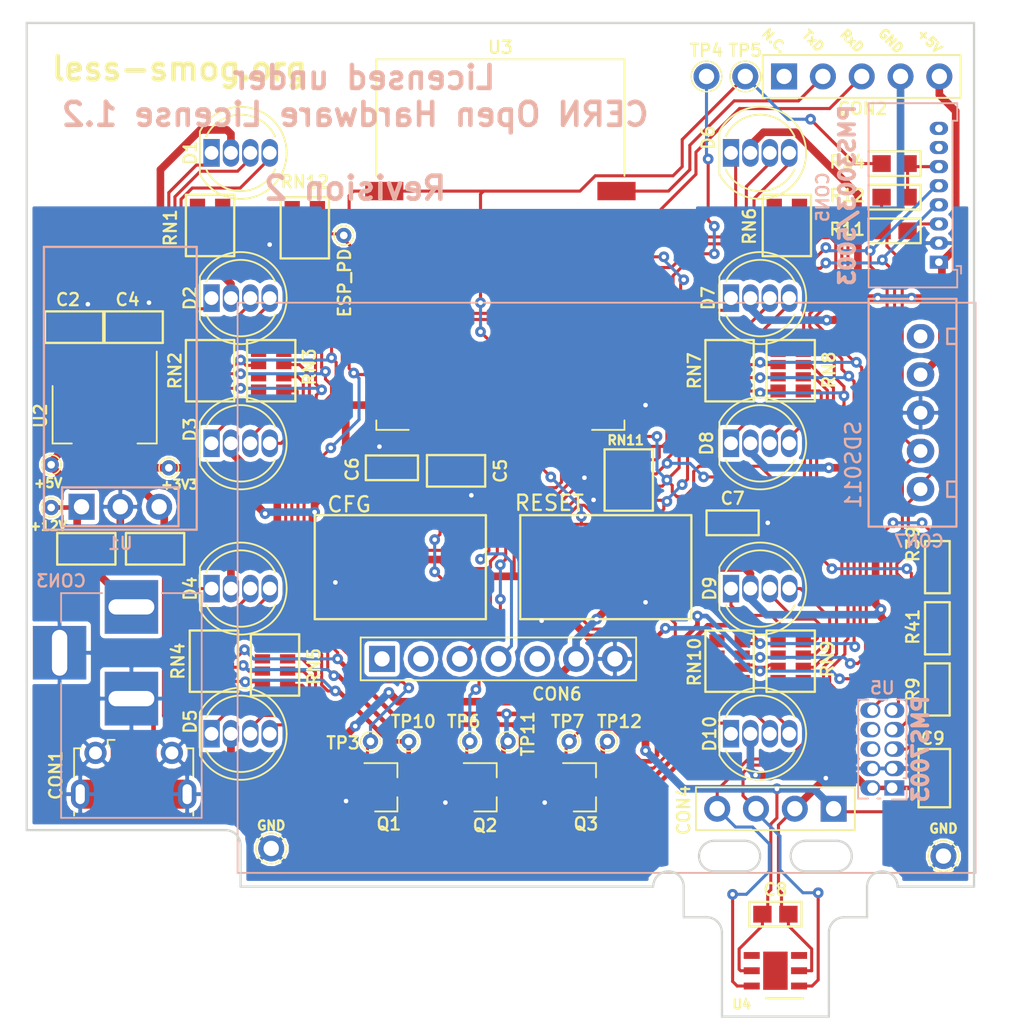
<source format=kicad_pcb>
(kicad_pcb (version 4) (host pcbnew 4.0.7)
  (layers (0 F.Cu signal hide) (31 B.Cu signal) (34 B.Paste user hide) (35 F.Paste user hide) (36 B.SilkS user) (37 F.SilkS user hide) (38 B.Mask user) (39 F.Mask user hide) (44 Edge.Cuts user))
  (net 0 "")
  (net 1 +12V)
  (net 2 GND)
  (net 3 +5V)
  (net 4 +3V3)
  (net 5 RESET)
  (net 6 ESP_TXD)
  (net 7 ESP_RXD)
  (net 8 HTU_SCL)
  (net 9 PMS_RXD)
  (net 10 PMS_TXD)
  (net 11 "Net-(D1-Pad4)")
  (net 12 "Net-(D1-Pad3)")
  (net 13 "Net-(D2-Pad4)")
  (net 14 "Net-(D2-Pad3)")
  (net 15 "Net-(D3-Pad4)")
  (net 16 "Net-(D3-Pad3)")
  (net 17 "Net-(D4-Pad4)")
  (net 18 "Net-(D4-Pad3)")
  (net 19 "Net-(D5-Pad4)")
  (net 20 "Net-(D5-Pad3)")
  (net 21 "Net-(D6-Pad4)")
  (net 22 "Net-(D6-Pad3)")
  (net 23 "Net-(D7-Pad4)")
  (net 24 "Net-(D7-Pad3)")
  (net 25 "Net-(D8-Pad4)")
  (net 26 "Net-(D8-Pad3)")
  (net 27 "Net-(D9-Pad4)")
  (net 28 "Net-(D9-Pad3)")
  (net 29 "Net-(D10-Pad4)")
  (net 30 "Net-(D10-Pad3)")
  (net 31 LED_R_CTRL)
  (net 32 /LED_R)
  (net 33 LED_G_CTRL)
  (net 34 /LED_G)
  (net 35 LED_B_CTRL)
  (net 36 /LED_B)
  (net 37 /ESP_PD)
  (net 38 HTU_SDA/CFG_BTN)
  (net 39 "Net-(CON5-Pad3)")
  (net 40 "Net-(CON5-Pad6)")
  (net 41 GPIO16)
  (net 42 GPIO4)
  (net 43 "Net-(D1-Pad1)")
  (net 44 "Net-(D2-Pad1)")
  (net 45 "Net-(D3-Pad1)")
  (net 46 "Net-(D4-Pad1)")
  (net 47 "Net-(D5-Pad1)")
  (net 48 "Net-(D6-Pad1)")
  (net 49 "Net-(D7-Pad1)")
  (net 50 "Net-(D8-Pad1)")
  (net 51 "Net-(D9-Pad1)")
  (net 52 "Net-(D10-Pad1)")
  (net 53 "Net-(R41-Pad2)")
  (net 54 "Net-(R39-Pad2)")
  (module less-smog:4x0603_M (layer F.Cu) (at 85.25 83.5 90)
    (fp_text reference RN5 (at -0.1 2.55 90) (layer F.SilkS) (effects (font (size 0.8 0.8))))
    (fp_text value 150R)
    (pad 1 smd rect (at -1.325 0.825 90) (size 0.85 1) (layers F.Cu F.Paste F.Mask) (net 47 "Net-(D5-Pad1)"))
    (pad 2 smd rect (at -0.4 0.825 90) (size 0.6 1) (layers F.Cu F.Paste F.Mask) (net 20 "Net-(D5-Pad3)"))
    (pad 3 smd rect (at 0.4 0.825 90) (size 0.6 1) (layers F.Cu F.Paste F.Mask) (net 19 "Net-(D5-Pad4)"))
    (pad 4 smd rect (at 1.325 0.825 90) (size 0.85 1) (layers F.Cu F.Paste F.Mask))
    (pad 5 smd rect (at 1.325 -0.825 270) (size 0.85 1) (layers F.Cu F.Paste F.Mask))
    (pad 6 smd rect (at 0.4 -0.825 270) (size 0.6 1) (layers F.Cu F.Paste F.Mask) (net 34 /LED_G))
    (pad 7 smd rect (at -0.4 -0.825 270) (size 0.6 1) (layers F.Cu F.Paste F.Mask) (net 36 /LED_B))
    (pad 8 smd rect (at -1.325 -0.825 270) (size 0.85 1) (layers F.Cu F.Paste F.Mask) (net 32 /LED_R))
  )
  (module less-smog:4x0603_M (layer F.Cu) (at 108.4 71.4 270)
    (fp_text reference RN11 (at -2.6 0.2 360) (layer F.SilkS) (effects (font (size 0.6 0.6))))
    (fp_text value 10k)
    (pad 1 smd rect (at -1.325 0.825 270) (size 0.85 1) (layers F.Cu F.Paste F.Mask) (net 2 GND))
    (pad 2 smd rect (at -0.4 0.825 270) (size 0.6 1) (layers F.Cu F.Paste F.Mask) (net 4 +3V3))
    (pad 3 smd rect (at 0.4 0.825 270) (size 0.6 1) (layers F.Cu F.Paste F.Mask) (net 4 +3V3))
    (pad 4 smd rect (at 1.325 0.825 270) (size 0.85 1) (layers F.Cu F.Paste F.Mask) (net 2 GND))
    (pad 5 smd rect (at 1.325 -0.825 90) (size 0.85 1) (layers F.Cu F.Paste F.Mask) (net 35 LED_B_CTRL))
    (pad 6 smd rect (at 0.4 -0.825 90) (size 0.6 1) (layers F.Cu F.Paste F.Mask) (net 38 HTU_SDA/CFG_BTN))
    (pad 7 smd rect (at -0.4 -0.825 90) (size 0.6 1) (layers F.Cu F.Paste F.Mask) (net 8 HTU_SCL))
    (pad 8 smd rect (at -1.325 -0.825 90) (size 0.85 1) (layers F.Cu F.Paste F.Mask) (net 33 LED_G_CTRL))
  )
  (module less-smog:E45-TTL-1W (layer F.Cu) (at 99.875 83.1 90)
    (fp_text reference CON6 (at -2.3 3.825 180) (layer F.SilkS) (effects (font (size 0.8 0.8))))
    (fp_text value AUX)
    (pad 1 thru_hole rect (at 0 -7.62 90) (size 1.7 1.7) (drill 1) (layers *.Cu *.Mask))
    (pad 2 thru_hole oval (at 0 -5.08 90) (size 1.7 1.7) (drill 1) (layers *.Cu *.Mask))
    (pad 3 thru_hole oval (at 0 -2.54 90) (size 1.7 1.7) (drill 1) (layers *.Cu *.Mask) (net 41 GPIO16))
    (pad 4 thru_hole oval (at 0 0 90) (size 1.7 1.7) (drill 1) (layers *.Cu *.Mask) (net 42 GPIO4))
    (pad 5 thru_hole oval (at 0 2.54 90) (size 1.7 1.7) (drill 1) (layers *.Cu *.Mask))
    (pad 6 thru_hole oval (at 0 5.08 90) (size 1.7 1.7) (drill 1) (layers *.Cu *.Mask) (net 3 +5V))
    (pad 7 thru_hole oval (at 0 7.62 90) (size 1.7 1.7) (drill 1) (layers *.Cu *.Mask) (net 2 GND))
  )
  (module less-smog:PMS7003_THT (layer B.Cu) (at 125 89)
    (fp_text reference U5 (at 0 -4) (layer B.SilkS) (effects (font (size 0.8 0.8)) (justify mirror)))
    (fp_text value PMS7003 (at 2.5 0 270) (layer B.SilkS) (effects (font (thickness 0.25)) (justify mirror)))
    (pad 1 thru_hole rect (at 0.635 2.54) (size 1.3 1) (drill 0.7 (offset 0.15 0)) (layers *.Cu *.Mask) (net 3 +5V))
    (pad 2 thru_hole oval (at -0.635 2.54) (size 1.3 1) (drill 0.7 (offset -0.15 0)) (layers *.Cu *.Mask) (net 3 +5V))
    (pad 3 thru_hole oval (at 0.635 1.27) (size 1.3 1) (drill 0.7 (offset 0.15 0)) (layers *.Cu *.Mask) (net 2 GND))
    (pad 4 thru_hole oval (at -0.635 1.27) (size 1.3 1) (drill 0.7 (offset -0.15 0)) (layers *.Cu *.Mask) (net 2 GND))
    (pad 5 thru_hole oval (at 0.635 0) (size 1.3 1) (drill 0.7 (offset 0.15 0)) (layers *.Cu *.Mask) (net 53 "Net-(R41-Pad2)"))
    (pad 6 thru_hole oval (at -0.635 0) (size 1.3 1) (drill 0.7 (offset -0.15 0)) (layers *.Cu *.Mask))
    (pad 7 thru_hole oval (at 0.635 -1.27) (size 1.3 1) (drill 0.7 (offset 0.15 0)) (layers *.Cu *.Mask) (net 9 PMS_RXD))
    (pad 8 thru_hole oval (at -0.635 -1.27) (size 1.3 1) (drill 0.7 (offset -0.15 0)) (layers *.Cu *.Mask))
    (pad 9 thru_hole oval (at 0.635 -2.54) (size 1.3 1) (drill 0.7 (offset 0.15 0)) (layers *.Cu *.Mask) (net 10 PMS_TXD))
    (pad 10 thru_hole oval (at -0.635 -2.54) (size 1.3 1) (drill 0.7 (offset -0.15 0)) (layers *.Cu *.Mask) (net 54 "Net-(R39-Pad2)"))
  )
  (module Connectors:BARREL_JACK (layer B.Cu) (at 75.85 79.7 90)
    (fp_text reference CON3 (at 1.7 -4.6 180) (layer B.SilkS) (effects (font (size 0.8 0.8)) (justify mirror)))
    (fp_text value N.C.)
    (pad 1 thru_hole rect (at 0 0 90) (size 3.5 3.5) (drill oval 1 3) (layers *.Cu *.Mask) (net 1 +12V))
    (pad 2 thru_hole rect (at -6 0 90) (size 3.5 3.5) (drill oval 1 3) (layers *.Cu *.Mask) (net 2 GND))
    (pad 3 thru_hole rect (at -3 -4.7 90) (size 3.5 3.5) (drill oval 3 1) (layers *.Cu *.Mask) (net 2 GND))
  )
  (module TO_SOT_Packages_SMD:SOT-223-3Lead_TabPin2 (layer F.Cu) (at 74.1 67.1 270)
    (fp_text reference U2 (at 0.1 4.2 270) (layer F.SilkS) (effects (font (size 0.8 0.8))))
    (fp_text value TLV1117LV33DCY)
    (pad 2 smd rect (at 3.15 0 270) (size 2 3.8) (layers F.Cu F.Paste F.Mask) (net 4 +3V3))
    (pad 2 smd rect (at -3.15 0 270) (size 2 1.5) (layers F.Cu F.Paste F.Mask) (net 4 +3V3))
    (pad 3 smd rect (at -3.15 2.3 270) (size 2 1.5) (layers F.Cu F.Paste F.Mask) (net 3 +5V))
    (pad 1 smd rect (at -3.15 -2.3 270) (size 2 1.5) (layers F.Cu F.Paste F.Mask) (net 2 GND))
  )
  (module Connectors_USB:USB_Micro-B_Molex-105017-0001 (layer F.Cu) (at 76 91.6)
    (fp_text reference CON1 (at -5.1 -0.9 270) (layer F.SilkS) (effects (font (size 0.8 0.8))))
    (fp_text value "Micro USB")
    (pad 6 smd rect (at 1 0.35) (size 1.5 1.9) (layers F.Cu F.Paste F.Mask) (net 2 GND))
    (pad 6 thru_hole circle (at -2.5 -2.35) (size 1.45 1.45) (drill 0.85) (layers *.Cu *.Mask) (net 2 GND))
    (pad 2 smd rect (at -0.65 -2.35) (size 0.4 1.35) (layers F.Cu F.Paste F.Mask))
    (pad 1 smd rect (at -1.3 -2.35) (size 0.4 1.35) (layers F.Cu F.Paste F.Mask) (net 3 +5V))
    (pad 5 smd rect (at 1.3 -2.35) (size 0.4 1.35) (layers F.Cu F.Paste F.Mask) (net 2 GND))
    (pad 4 smd rect (at 0.65 -2.35) (size 0.4 1.35) (layers F.Cu F.Paste F.Mask))
    (pad 3 smd rect (at 0 -2.35) (size 0.4 1.35) (layers F.Cu F.Paste F.Mask))
    (pad 6 thru_hole circle (at 2.5 -2.35) (size 1.45 1.45) (drill 0.85) (layers *.Cu *.Mask) (net 2 GND))
    (pad 6 smd rect (at -1 0.35) (size 1.5 1.9) (layers F.Cu F.Paste F.Mask) (net 2 GND))
    (pad 6 thru_hole oval (at -3.5 0.35 180) (size 1.2 1.9) (drill oval 0.6 1.3) (layers *.Cu *.Mask) (net 2 GND))
    (pad 6 thru_hole oval (at 3.5 0.35) (size 1.2 1.9) (drill oval 0.6 1.3) (layers *.Cu *.Mask) (net 2 GND))
    (pad 6 smd rect (at 2.9 0.35) (size 1.2 1.9) (layers F.Cu F.Mask) (net 2 GND))
    (pad 6 smd rect (at -2.9 0.35) (size 1.2 1.9) (layers F.Cu F.Mask) (net 2 GND))
  )
  (module less-smog:ESP-12F (layer F.Cu) (at 100 56)
    (fp_text reference U3 (at 0 -12.9 180) (layer F.SilkS) (effects (font (size 0.8 0.8))))
    (fp_text value ESP-12F)
    (pad 1 smd rect (at -7.6 -3.5) (size 2.5 1.2) (layers F.Cu F.Paste F.Mask) (net 5 RESET))
    (pad 2 smd rect (at -7.6 -1.5) (size 2.5 1.2) (layers F.Cu F.Paste F.Mask))
    (pad 3 smd rect (at -7.6 0.5) (size 2.5 1.2) (layers F.Cu F.Paste F.Mask) (net 37 /ESP_PD))
    (pad 4 smd rect (at -7.6 2.5) (size 2.5 1.2) (layers F.Cu F.Paste F.Mask) (net 41 GPIO16))
    (pad 5 smd rect (at -7.6 4.5) (size 2.5 1.2) (layers F.Cu F.Paste F.Mask) (net 10 PMS_TXD))
    (pad 6 smd rect (at -7.6 6.5) (size 2.5 1.2) (layers F.Cu F.Paste F.Mask) (net 9 PMS_RXD))
    (pad 7 smd rect (at -7.6 8.5) (size 2.5 1.2) (layers F.Cu F.Paste F.Mask) (net 31 LED_R_CTRL))
    (pad 8 smd rect (at -7.6 10.5) (size 2.5 1.2) (layers F.Cu F.Paste F.Mask) (net 4 +3V3))
    (pad 9 smd rect (at -5 12) (size 1.2 1.8) (layers F.Cu F.Paste F.Mask))
    (pad 10 smd rect (at -3 12) (size 1.2 1.8) (layers F.Cu F.Paste F.Mask))
    (pad 11 smd rect (at -1 12) (size 1.2 1.8) (layers F.Cu F.Paste F.Mask))
    (pad 12 smd rect (at 1 12) (size 1.2 1.8) (layers F.Cu F.Paste F.Mask))
    (pad 13 smd rect (at 3 12) (size 1.2 1.8) (layers F.Cu F.Paste F.Mask))
    (pad 14 smd rect (at 5 12) (size 1.2 1.8) (layers F.Cu F.Paste F.Mask))
    (pad 15 smd rect (at 7.6 10.5) (size 2.5 1.2) (layers F.Cu F.Paste F.Mask) (net 2 GND))
    (pad 16 smd rect (at 7.6 8.5) (size 2.5 1.2) (layers F.Cu F.Paste F.Mask) (net 33 LED_G_CTRL))
    (pad 17 smd rect (at 7.6 6.5) (size 2.5 1.2) (layers F.Cu F.Paste F.Mask) (net 8 HTU_SCL))
    (pad 18 smd rect (at 7.6 4.5) (size 2.5 1.2) (layers F.Cu F.Paste F.Mask) (net 38 HTU_SDA/CFG_BTN))
    (pad 19 smd rect (at 7.6 2.5) (size 2.5 1.2) (layers F.Cu F.Paste F.Mask) (net 42 GPIO4))
    (pad 20 smd rect (at 7.6 0.5) (size 2.5 1.2) (layers F.Cu F.Paste F.Mask) (net 35 LED_B_CTRL))
    (pad 21 smd rect (at 7.6 -1.5) (size 2.5 1.2) (layers F.Cu F.Paste F.Mask) (net 7 ESP_RXD))
    (pad 22 smd rect (at 7.6 -3.5) (size 2.5 1.2) (layers F.Cu F.Paste F.Mask) (net 6 ESP_TXD))
  )
  (module less-smog:Molex_PicoBlade_53048-0810 (layer B.Cu) (at 128.7 57.15 90)
    (fp_text reference CON5 (at 4.25 -7.6 270) (layer B.SilkS) (effects (font (size 0.8 0.8)) (justify mirror)))
    (fp_text value PMS3003/5003 (at 4.375 -6 90) (layer B.SilkS) (effects (font (thickness 0.25)) (justify mirror)))
    (pad 1 thru_hole rect (at 0 0 90) (size 0.85 1.2) (drill 0.5) (layers *.Cu *.Mask) (net 3 +5V))
    (pad 2 thru_hole oval (at 1.25 0 90) (size 0.85 1.2) (drill 0.5) (layers *.Cu *.Mask) (net 2 GND))
    (pad 3 thru_hole oval (at 2.5 0 90) (size 0.85 1.2) (drill 0.5) (layers *.Cu *.Mask) (net 39 "Net-(CON5-Pad3)"))
    (pad 4 thru_hole oval (at 3.75 0 90) (size 0.85 1.2) (drill 0.5) (layers *.Cu *.Mask) (net 9 PMS_RXD))
    (pad 5 thru_hole oval (at 5 0 90) (size 0.85 1.2) (drill 0.5) (layers *.Cu *.Mask) (net 10 PMS_TXD))
    (pad 6 thru_hole oval (at 6.25 0 90) (size 0.85 1.2) (drill 0.5) (layers *.Cu *.Mask) (net 40 "Net-(CON5-Pad6)"))
    (pad 7 thru_hole oval (at 7.5 0 90) (size 0.85 1.2) (drill 0.5) (layers *.Cu *.Mask))
    (pad 8 thru_hole oval (at 8.75 0 90) (size 0.85 1.2) (drill 0.5) (layers *.Cu *.Mask))
  )
  (module less-smog:SOT-23 (layer F.Cu) (at 92.5 91.5)
    (fp_text reference Q1 (at 0.2 2.4) (layer F.SilkS) (effects (font (size 0.8 0.8))))
    (fp_text value BSS214N)
    (pad 1 smd rect (at -1.2 -0.95) (size 1.3 1) (layers F.Cu F.Paste F.Mask) (net 31 LED_R_CTRL))
    (pad 2 smd rect (at -1.2 0.95) (size 1.3 1) (layers F.Cu F.Paste F.Mask) (net 2 GND))
    (pad 3 smd rect (at 1.2 0) (size 1.3 1) (layers F.Cu F.Paste F.Mask) (net 32 /LED_R))
  )
  (module less-smog:SOT-23 (layer F.Cu) (at 99 91.5)
    (fp_text reference Q2 (at 0 2.5) (layer F.SilkS) (effects (font (size 0.8 0.8))))
    (fp_text value BSS214N)
    (pad 1 smd rect (at -1.2 -0.95) (size 1.3 1) (layers F.Cu F.Paste F.Mask) (net 33 LED_G_CTRL))
    (pad 2 smd rect (at -1.2 0.95) (size 1.3 1) (layers F.Cu F.Paste F.Mask) (net 2 GND))
    (pad 3 smd rect (at 1.2 0) (size 1.3 1) (layers F.Cu F.Paste F.Mask) (net 34 /LED_G))
  )
  (module less-smog:SOT-23 (layer F.Cu) (at 105.5 91.5)
    (fp_text reference Q3 (at 0.1 2.4) (layer F.SilkS) (effects (font (size 0.8 0.8))))
    (fp_text value BSS214N)
    (pad 1 smd rect (at -1.2 -0.95) (size 1.3 1) (layers F.Cu F.Paste F.Mask) (net 35 LED_B_CTRL))
    (pad 2 smd rect (at -1.2 0.95) (size 1.3 1) (layers F.Cu F.Paste F.Mask) (net 2 GND))
    (pad 3 smd rect (at 1.2 0) (size 1.3 1) (layers F.Cu F.Paste F.Mask) (net 36 /LED_B))
  )
  (module less-smog:MicroswitchSmd-4.3_N (layer F.Cu) (at 106.9 77.1 270)
    (fp_text reference SW1)
    (fp_text value RESET (at -4.2 3.7 360) (layer F.SilkS))
    (pad 1 smd rect (at -2.25 4.25 270) (size 1.3 2) (layers F.Cu F.Paste F.Mask) (net 5 RESET))
    (pad 2 smd rect (at 2.25 4.25 270) (size 1.3 2) (layers F.Cu F.Paste F.Mask) (net 2 GND))
    (pad 2 smd rect (at 2.25 -4.25 90) (size 1.3 2) (layers F.Cu F.Paste F.Mask) (net 2 GND))
    (pad 1 smd rect (at -2.25 -4.25 90) (size 1.3 2) (layers F.Cu F.Paste F.Mask) (net 5 RESET))
  )
  (module less-smog:MicroswitchSmd-4.3_N (layer F.Cu) (at 93.45 77.1 270)
    (fp_text reference SW2)
    (fp_text value CFG (at -4.1 3.35 360) (layer F.SilkS))
    (pad 1 smd rect (at -2.25 4.25 270) (size 1.3 2) (layers F.Cu F.Paste F.Mask) (net 38 HTU_SDA/CFG_BTN))
    (pad 2 smd rect (at 2.25 4.25 270) (size 1.3 2) (layers F.Cu F.Paste F.Mask) (net 2 GND))
    (pad 2 smd rect (at 2.25 -4.25 90) (size 1.3 2) (layers F.Cu F.Paste F.Mask) (net 2 GND))
    (pad 1 smd rect (at -2.25 -4.25 90) (size 1.3 2) (layers F.Cu F.Paste F.Mask) (net 38 HTU_SDA/CFG_BTN))
  )
  (module less-smog:HTU21D_module (layer F.Cu) (at 118 92.9 180)
    (fp_text reference CON4 (at 6 -0.1 450) (layer F.SilkS) (effects (font (size 0.8 0.8))))
    (fp_text value HTU21D)
    (pad 1 thru_hole rect (at -3.81 0 270) (size 1.7 1.7) (drill 1) (layers *.Cu *.Mask) (net 4 +3V3))
    (pad 2 thru_hole oval (at -1.27 0 270) (size 1.7 1.7) (drill 1) (layers *.Cu *.Mask) (net 2 GND))
    (pad 3 thru_hole oval (at 1.27 0 270) (size 1.7 1.7) (drill 1) (layers *.Cu *.Mask) (net 38 HTU_SDA/CFG_BTN))
    (pad 4 thru_hole oval (at 3.81 0 270) (size 1.7 1.7) (drill 1) (layers *.Cu *.Mask) (net 8 HTU_SCL))
  )
  (module less-smog:TP_1.0_0.5_THT (layer F.Cu) (at 89.75 55.4)
    (fp_text reference TP1)
    (fp_text value ESP_PD (at 0.05 3.1 90) (layer F.SilkS) (effects (font (size 0.8 0.8))))
    (pad 1 thru_hole circle (at 0 0) (size 1 1) (drill 0.5) (layers *.Cu *.Mask) (net 37 /ESP_PD))
  )
  (module less-smog:TP_1.7_1.0_THT (layer F.Cu) (at 85 95.5)
    (fp_text reference TP2)
    (fp_text value GND (at 0 -1.5) (layer F.SilkS) (effects (font (size 0.6 0.6))))
    (pad 1 thru_hole circle (at 0 0) (size 1.7 1.7) (drill 1) (layers *.Cu *.Mask) (net 2 GND))
  )
  (module less-smog:TP_1.0_0.5_THT (layer F.Cu) (at 91.5 88.5)
    (fp_text reference TP3 (at -1.8 0.1) (layer F.SilkS) (effects (font (size 0.8 0.8))))
    (fp_text value -)
    (pad 1 thru_hole circle (at 0 0) (size 1 1) (drill 0.5) (layers *.Cu *.Mask) (net 31 LED_R_CTRL))
  )
  (module less-smog:TP_1.7_1.0_THT (layer F.Cu) (at 113.49 45)
    (fp_text reference TP4 (at 0 -1.7) (layer F.SilkS) (effects (font (size 0.8 0.8))))
    (fp_text value CFG)
    (pad 1 thru_hole circle (at 0 0) (size 1.7 1.7) (drill 1) (layers *.Cu *.Mask) (net 38 HTU_SDA/CFG_BTN))
  )
  (module less-smog:TP_1.7_1.0_THT (layer F.Cu) (at 116.03 45)
    (fp_text reference TP5 (at 0 -1.7) (layer F.SilkS) (effects (font (size 0.8 0.8))))
    (fp_text value RESET)
    (pad 1 thru_hole circle (at 0 0) (size 1.7 1.7) (drill 1) (layers *.Cu *.Mask) (net 5 RESET))
  )
  (module less-smog:TP_1.0_0.5_THT (layer F.Cu) (at 98 88.5)
    (fp_text reference TP6 (at -0.4 -1.3) (layer F.SilkS) (effects (font (size 0.8 0.8))))
    (fp_text value -)
    (pad 1 thru_hole circle (at 0 0) (size 1 1) (drill 0.5) (layers *.Cu *.Mask) (net 33 LED_G_CTRL))
  )
  (module less-smog:TP_1.0_0.5_THT (layer F.Cu) (at 104.5 88.5)
    (fp_text reference TP7 (at -0.1 -1.3) (layer F.SilkS) (effects (font (size 0.8 0.8))))
    (fp_text value -)
    (pad 1 thru_hole circle (at 0 0) (size 1 1) (drill 0.5) (layers *.Cu *.Mask) (net 35 LED_B_CTRL))
  )
  (module less-smog:TP_1.0_0.5_THT (layer F.Cu) (at 70.6 70.4)
    (fp_text reference TP8)
    (fp_text value +5V (at -0.2 1.2) (layer F.SilkS) (effects (font (size 0.6 0.6))))
    (pad 1 thru_hole circle (at 0 0) (size 1 1) (drill 0.5) (layers *.Cu *.Mask) (net 3 +5V))
  )
  (module less-smog:TP_1.0_0.5_THT (layer F.Cu) (at 70.6 73.2)
    (fp_text reference TP9)
    (fp_text value +12V (at -0.2 1.2) (layer F.SilkS) (effects (font (size 0.6 0.6))))
    (pad 1 thru_hole circle (at 0 0) (size 1 1) (drill 0.5) (layers *.Cu *.Mask) (net 1 +12V))
  )
  (module less-smog:TP_1.0_0.5_THT (layer F.Cu) (at 94 88.5)
    (fp_text reference TP10 (at 0.3 -1.3) (layer F.SilkS) (effects (font (size 0.8 0.8))))
    (fp_text value -)
    (pad 1 thru_hole circle (at 0 0) (size 1 1) (drill 0.5) (layers *.Cu *.Mask) (net 32 /LED_R))
  )
  (module less-smog:TP_1.0_0.5_THT (layer F.Cu) (at 100.5 88.5)
    (fp_text reference TP11 (at 1.3 -0.5 90) (layer F.SilkS) (effects (font (size 0.8 0.8))))
    (fp_text value -)
    (pad 1 thru_hole circle (at 0 0) (size 1 1) (drill 0.5) (layers *.Cu *.Mask) (net 34 /LED_G))
  )
  (module less-smog:TP_1.0_0.5_THT (layer F.Cu) (at 107 88.5)
    (fp_text reference TP12 (at 0.8 -1.3) (layer F.SilkS) (effects (font (size 0.8 0.8))))
    (fp_text value -)
    (pad 1 thru_hole circle (at 0 0) (size 1 1) (drill 0.5) (layers *.Cu *.Mask) (net 36 /LED_B))
  )
  (module less-smog:TP_1.0_0.5_THT (layer F.Cu) (at 78.3 70.6)
    (fp_text reference TP13)
    (fp_text value +3V3 (at 0.7 1.1) (layer F.SilkS) (effects (font (size 0.6 0.6))))
    (pad 1 thru_hole circle (at 0 0) (size 1 1) (drill 0.5) (layers *.Cu *.Mask) (net 4 +3V3))
  )
  (module less-smog:TP_1.7_1.0_THT (layer F.Cu) (at 129 96)
    (fp_text reference TP14)
    (fp_text value GND (at 0 -1.8) (layer F.SilkS) (effects (font (size 0.6 0.6))))
    (pad 1 thru_hole circle (at 0 0) (size 1.7 1.7) (drill 1) (layers *.Cu *.Mask) (net 2 GND))
  )
  (module less-smog:Pin_Header_Straight_1x05_Pitch2.54mm (layer F.Cu) (at 118.57 45 90)
    (fp_text reference CON2 (at -2.1 5.13 180) (layer F.SilkS) (effects (font (size 0.8 0.8))))
    (fp_text value PROG)
    (pad 1 thru_hole rect (at 0 0 90) (size 1.7 1.7) (drill 1) (layers *.Cu *.Mask))
    (pad 2 thru_hole oval (at 0 2.54 90) (size 1.7 1.7) (drill 1) (layers *.Cu *.Mask) (net 6 ESP_TXD))
    (pad 3 thru_hole oval (at 0 5.08 90) (size 1.7 1.7) (drill 1) (layers *.Cu *.Mask) (net 7 ESP_RXD))
    (pad 4 thru_hole oval (at 0 7.62 90) (size 1.7 1.7) (drill 1) (layers *.Cu *.Mask) (net 2 GND))
    (pad 5 thru_hole oval (at 0 10.16 90) (size 1.7 1.7) (drill 1) (layers *.Cu *.Mask) (net 3 +5V))
  )
  (module less-smog:HTU21D (layer F.Cu) (at 118 103.5 180)
    (fp_text reference U4 (at 2.2 -2.2 180) (layer F.SilkS) (effects (font (size 0.6 0.6))))
    (fp_text value HTU21D)
    (pad 0 smd rect (at 0 0 180) (size 1.6 2.5) (layers F.Cu F.Paste F.Mask))
    (pad 1 smd rect (at -1.55 -1 180) (size 1.05 0.45) (layers F.Cu F.Paste F.Mask) (net 38 HTU_SDA/CFG_BTN))
    (pad 2 smd rect (at -1.55 0 180) (size 1.05 0.45) (layers F.Cu F.Paste F.Mask) (net 2 GND))
    (pad 3 smd rect (at -1.55 1 180) (size 1.05 0.45) (layers F.Cu F.Paste F.Mask))
    (pad 4 smd rect (at 1.55 1 180) (size 1.05 0.45) (layers F.Cu F.Paste F.Mask))
    (pad 5 smd rect (at 1.55 0 180) (size 1.05 0.45) (layers F.Cu F.Paste F.Mask) (net 4 +3V3))
    (pad 6 smd rect (at 1.55 -1 180) (size 1.05 0.45) (layers F.Cu F.Paste F.Mask) (net 8 HTU_SCL))
  )
  (module less-smog:0603_M (layer F.Cu) (at 92.9 70.6 180)
    (fp_text reference C6 (at 2.6 -0.1 270) (layer F.SilkS) (effects (font (size 0.8 0.8))))
    (fp_text value 100nF)
    (pad 1 smd rect (at -0.85 0 180) (size 1.2 1.1) (layers F.Cu F.Paste F.Mask) (net 4 +3V3))
    (pad 2 smd rect (at 0.85 0 180) (size 1.2 1.1) (layers F.Cu F.Paste F.Mask) (net 2 GND))
  )
  (module less-smog:0603_M (layer F.Cu) (at 115.2 74.2)
    (fp_text reference C7 (at 0 -1.6) (layer F.SilkS) (effects (font (size 0.8 0.8))))
    (fp_text value 100nF)
    (pad 1 smd rect (at -0.85 0) (size 1.2 1.1) (layers F.Cu F.Paste F.Mask) (net 5 RESET))
    (pad 2 smd rect (at 0.85 0) (size 1.2 1.1) (layers F.Cu F.Paste F.Mask) (net 2 GND))
  )
  (module less-smog:0603_M (layer F.Cu) (at 118 99.8)
    (fp_text reference C8 (at 0 -1.6) (layer F.SilkS) (effects (font (size 0.8 0.8))))
    (fp_text value 100nF)
    (pad 1 smd rect (at -0.85 0) (size 1.2 1.1) (layers F.Cu F.Paste F.Mask) (net 4 +3V3))
    (pad 2 smd rect (at 0.85 0) (size 1.2 1.1) (layers F.Cu F.Paste F.Mask) (net 2 GND))
  )
  (module less-smog:0603_R_M (layer F.Cu) (at 128.6 85.1 90)
    (fp_text reference R9 (at 0 -1.6 90) (layer F.SilkS) (effects (font (size 0.8 0.8))))
    (fp_text value N.C.)
    (pad 1 smd rect (at -0.85 0 90) (size 1.2 1.1) (layers F.Cu F.Paste F.Mask) (net 53 "Net-(R41-Pad2)"))
    (pad 2 smd rect (at 0.85 0 90) (size 1.2 1.1) (layers F.Cu F.Paste F.Mask) (net 5 RESET))
  )
  (module less-smog:0603_R_M (layer F.Cu) (at 125.8 55.1 180)
    (fp_text reference R11 (at 3.1 0.1 180) (layer F.SilkS) (effects (font (size 0.8 0.8))))
    (fp_text value N.C.)
    (pad 1 smd rect (at -0.85 0 180) (size 1.2 1.1) (layers F.Cu F.Paste F.Mask) (net 39 "Net-(CON5-Pad3)"))
    (pad 2 smd rect (at 0.85 0 180) (size 1.2 1.1) (layers F.Cu F.Paste F.Mask) (net 4 +3V3))
  )
  (module less-smog:0603_R_M (layer F.Cu) (at 125.8 52.9 180)
    (fp_text reference R12 (at 3.1 0.1 180) (layer F.SilkS) (effects (font (size 0.8 0.8))))
    (fp_text value N.C.)
    (pad 1 smd rect (at -0.85 0 180) (size 1.2 1.1) (layers F.Cu F.Paste F.Mask) (net 40 "Net-(CON5-Pad6)"))
    (pad 2 smd rect (at 0.85 0 180) (size 1.2 1.1) (layers F.Cu F.Paste F.Mask) (net 4 +3V3))
  )
  (module less-smog:0603_R_M (layer F.Cu) (at 125.8 50.7 180)
    (fp_text reference R14 (at 3.1 0.1 180) (layer F.SilkS) (effects (font (size 0.8 0.8))))
    (fp_text value N.C.)
    (pad 1 smd rect (at -0.85 0 180) (size 1.2 1.1) (layers F.Cu F.Paste F.Mask) (net 40 "Net-(CON5-Pad6)"))
    (pad 2 smd rect (at 0.85 0 180) (size 1.2 1.1) (layers F.Cu F.Paste F.Mask) (net 5 RESET))
  )
  (module less-smog:0603_R_M (layer F.Cu) (at 128.6 77.1 90)
    (fp_text reference R39 (at 1.5 -1.6 90) (layer F.SilkS) (effects (font (size 0.8 0.8))))
    (fp_text value 10k)
    (pad 1 smd rect (at -0.85 0 90) (size 1.2 1.1) (layers F.Cu F.Paste F.Mask) (net 4 +3V3))
    (pad 2 smd rect (at 0.85 0 90) (size 1.2 1.1) (layers F.Cu F.Paste F.Mask) (net 54 "Net-(R39-Pad2)"))
  )
  (module less-smog:0603_R_M (layer F.Cu) (at 128.6 81.1 270)
    (fp_text reference R41 (at -0.1 1.6 270) (layer F.SilkS) (effects (font (size 0.8 0.8))))
    (fp_text value 10k)
    (pad 1 smd rect (at -0.85 0 270) (size 1.2 1.1) (layers F.Cu F.Paste F.Mask) (net 4 +3V3))
    (pad 2 smd rect (at 0.85 0 270) (size 1.2 1.1) (layers F.Cu F.Paste F.Mask) (net 53 "Net-(R41-Pad2)"))
  )
  (module less-smog:5V_DC_DC (layer B.Cu) (at 75.125 73.15 90)
    (fp_text reference U1 (at -2.4 0 360) (layer B.SilkS) (effects (font (size 0.8 0.8)) (justify mirror)))
    (fp_text value N.C.)
    (pad 1 thru_hole rect (at 0 -2.54 90) (size 1.7 1.7) (drill 1) (layers *.Cu *.Mask) (net 1 +12V))
    (pad 2 thru_hole oval (at 0 0 90) (size 1.7 1.7) (drill 1) (layers *.Cu *.Mask) (net 2 GND))
    (pad 3 thru_hole oval (at 0 2.54 90) (size 1.7 1.7) (drill 1) (layers *.Cu *.Mask) (net 3 +5V))
  )
  (module less-smog:0805_M (layer F.Cu) (at 72.9 75.9)
    (fp_text reference C1)
    (fp_text value N.C.)
    (pad 1 smd rect (at -0.95 0) (size 1.4 1.55) (layers F.Cu F.Paste F.Mask) (net 1 +12V))
    (pad 2 smd rect (at 0.95 0) (size 1.4 1.55) (layers F.Cu F.Paste F.Mask) (net 2 GND))
  )
  (module less-smog:0805_M (layer F.Cu) (at 72.1 61.4)
    (fp_text reference C2 (at -0.4 -1.8) (layer F.SilkS) (effects (font (size 0.8 0.8))))
    (fp_text value 10uF/10V)
    (pad 1 smd rect (at -0.95 0) (size 1.4 1.55) (layers F.Cu F.Paste F.Mask) (net 3 +5V))
    (pad 2 smd rect (at 0.95 0) (size 1.4 1.55) (layers F.Cu F.Paste F.Mask) (net 2 GND))
  )
  (module less-smog:0805_M (layer F.Cu) (at 77.4 75.9 180)
    (fp_text reference C3)
    (fp_text value N.C.)
    (pad 1 smd rect (at -0.95 0 180) (size 1.4 1.55) (layers F.Cu F.Paste F.Mask) (net 3 +5V))
    (pad 2 smd rect (at 0.95 0 180) (size 1.4 1.55) (layers F.Cu F.Paste F.Mask) (net 2 GND))
  )
  (module less-smog:0805_M (layer F.Cu) (at 76 61.4)
    (fp_text reference C4 (at -0.4 -1.8) (layer F.SilkS) (effects (font (size 0.8 0.8))))
    (fp_text value 10uF/10V)
    (pad 1 smd rect (at -0.95 0) (size 1.4 1.55) (layers F.Cu F.Paste F.Mask) (net 4 +3V3))
    (pad 2 smd rect (at 0.95 0) (size 1.4 1.55) (layers F.Cu F.Paste F.Mask) (net 2 GND))
  )
  (module less-smog:0805_M (layer F.Cu) (at 97.1 70.8)
    (fp_text reference C5 (at 2.9 0 90) (layer F.SilkS) (effects (font (size 0.8 0.8))))
    (fp_text value 10uF/10V)
    (pad 1 smd rect (at -0.95 0) (size 1.4 1.55) (layers F.Cu F.Paste F.Mask) (net 4 +3V3))
    (pad 2 smd rect (at 0.95 0) (size 1.4 1.55) (layers F.Cu F.Paste F.Mask) (net 2 GND))
  )
  (module less-smog:0805_M (layer F.Cu) (at 128.4 90.9 90)
    (fp_text reference C9 (at 2.6 -0.1 180) (layer F.SilkS) (effects (font (size 0.8 0.8))))
    (fp_text value 10uF/10V)
    (pad 1 smd rect (at -0.95 0 90) (size 1.4 1.55) (layers F.Cu F.Paste F.Mask) (net 3 +5V))
    (pad 2 smd rect (at 0.95 0 90) (size 1.4 1.55) (layers F.Cu F.Paste F.Mask) (net 2 GND))
  )
  (module less-smog:LED_D5.0mm-4 (layer F.Cu) (at 117 88)
    (fp_text reference D10 (at -3.3 0 90) (layer F.SilkS) (effects (font (size 0.8 0.8))))
    (fp_text value "RGB 5mm")
    (pad 1 thru_hole rect (at -1.905 0) (size 1.07 1.8) (drill 0.9) (layers *.Cu *.Mask) (net 52 "Net-(D10-Pad1)"))
    (pad 2 thru_hole oval (at -0.635 0) (size 1.07 1.8) (drill 0.9) (layers *.Cu *.Mask) (net 3 +5V))
    (pad 3 thru_hole oval (at 0.635 0) (size 1.07 1.8) (drill 0.9) (layers *.Cu *.Mask) (net 30 "Net-(D10-Pad3)"))
    (pad 4 thru_hole oval (at 1.905 0) (size 1.07 1.8) (drill 0.9) (layers *.Cu *.Mask) (net 29 "Net-(D10-Pad4)"))
  )
  (module less-smog:LED_D5.0mm-4 (layer F.Cu) (at 117 78.5)
    (fp_text reference D9 (at -3.3 0 90) (layer F.SilkS) (effects (font (size 0.8 0.8))))
    (fp_text value "RGB 5mm")
    (pad 1 thru_hole rect (at -1.905 0) (size 1.07 1.8) (drill 0.9) (layers *.Cu *.Mask) (net 51 "Net-(D9-Pad1)"))
    (pad 2 thru_hole oval (at -0.635 0) (size 1.07 1.8) (drill 0.9) (layers *.Cu *.Mask) (net 3 +5V))
    (pad 3 thru_hole oval (at 0.635 0) (size 1.07 1.8) (drill 0.9) (layers *.Cu *.Mask) (net 28 "Net-(D9-Pad3)"))
    (pad 4 thru_hole oval (at 1.905 0) (size 1.07 1.8) (drill 0.9) (layers *.Cu *.Mask) (net 27 "Net-(D9-Pad4)"))
  )
  (module less-smog:LED_D5.0mm-4 (layer F.Cu) (at 117 69)
    (fp_text reference D8 (at -3.5 0 90) (layer F.SilkS) (effects (font (size 0.8 0.8))))
    (fp_text value "RGB 5mm")
    (pad 1 thru_hole rect (at -1.905 0) (size 1.07 1.8) (drill 0.9) (layers *.Cu *.Mask) (net 50 "Net-(D8-Pad1)"))
    (pad 2 thru_hole oval (at -0.635 0) (size 1.07 1.8) (drill 0.9) (layers *.Cu *.Mask) (net 3 +5V))
    (pad 3 thru_hole oval (at 0.635 0) (size 1.07 1.8) (drill 0.9) (layers *.Cu *.Mask) (net 26 "Net-(D8-Pad3)"))
    (pad 4 thru_hole oval (at 1.905 0) (size 1.07 1.8) (drill 0.9) (layers *.Cu *.Mask) (net 25 "Net-(D8-Pad4)"))
  )
  (module less-smog:LED_D5.0mm-4 (layer F.Cu) (at 117 59.5)
    (fp_text reference D7 (at -3.4 0 90) (layer F.SilkS) (effects (font (size 0.8 0.8))))
    (fp_text value "RGB 5mm")
    (pad 1 thru_hole rect (at -1.905 0) (size 1.07 1.8) (drill 0.9) (layers *.Cu *.Mask) (net 49 "Net-(D7-Pad1)"))
    (pad 2 thru_hole oval (at -0.635 0) (size 1.07 1.8) (drill 0.9) (layers *.Cu *.Mask) (net 3 +5V))
    (pad 3 thru_hole oval (at 0.635 0) (size 1.07 1.8) (drill 0.9) (layers *.Cu *.Mask) (net 24 "Net-(D7-Pad3)"))
    (pad 4 thru_hole oval (at 1.905 0) (size 1.07 1.8) (drill 0.9) (layers *.Cu *.Mask) (net 23 "Net-(D7-Pad4)"))
  )
  (module less-smog:LED_D5.0mm-4 (layer F.Cu) (at 117 50)
    (fp_text reference D6 (at -3.4 -1 90) (layer F.SilkS) (effects (font (size 0.8 0.8))))
    (fp_text value "RGB 5mm")
    (pad 1 thru_hole rect (at -1.905 0) (size 1.07 1.8) (drill 0.9) (layers *.Cu *.Mask) (net 48 "Net-(D6-Pad1)"))
    (pad 2 thru_hole oval (at -0.635 0) (size 1.07 1.8) (drill 0.9) (layers *.Cu *.Mask) (net 3 +5V))
    (pad 3 thru_hole oval (at 0.635 0) (size 1.07 1.8) (drill 0.9) (layers *.Cu *.Mask) (net 22 "Net-(D6-Pad3)"))
    (pad 4 thru_hole oval (at 1.905 0) (size 1.07 1.8) (drill 0.9) (layers *.Cu *.Mask) (net 21 "Net-(D6-Pad4)"))
  )
  (module less-smog:LED_D5.0mm-4 (layer F.Cu) (at 83 88)
    (fp_text reference D5 (at -3.3 -0.8 90) (layer F.SilkS) (effects (font (size 0.8 0.8))))
    (fp_text value "RGB 5mm")
    (pad 1 thru_hole rect (at -1.905 0) (size 1.07 1.8) (drill 0.9) (layers *.Cu *.Mask) (net 47 "Net-(D5-Pad1)"))
    (pad 2 thru_hole oval (at -0.635 0) (size 1.07 1.8) (drill 0.9) (layers *.Cu *.Mask) (net 3 +5V))
    (pad 3 thru_hole oval (at 0.635 0) (size 1.07 1.8) (drill 0.9) (layers *.Cu *.Mask) (net 20 "Net-(D5-Pad3)"))
    (pad 4 thru_hole oval (at 1.905 0) (size 1.07 1.8) (drill 0.9) (layers *.Cu *.Mask) (net 19 "Net-(D5-Pad4)"))
  )
  (module less-smog:LED_D5.0mm-4 (layer F.Cu) (at 83 78.5)
    (fp_text reference D4 (at -3.3 0 90) (layer F.SilkS) (effects (font (size 0.8 0.8))))
    (fp_text value "RGB 5mm")
    (pad 1 thru_hole rect (at -1.905 0) (size 1.07 1.8) (drill 0.9) (layers *.Cu *.Mask) (net 46 "Net-(D4-Pad1)"))
    (pad 2 thru_hole oval (at -0.635 0) (size 1.07 1.8) (drill 0.9) (layers *.Cu *.Mask) (net 3 +5V))
    (pad 3 thru_hole oval (at 0.635 0) (size 1.07 1.8) (drill 0.9) (layers *.Cu *.Mask) (net 18 "Net-(D4-Pad3)"))
    (pad 4 thru_hole oval (at 1.905 0) (size 1.07 1.8) (drill 0.9) (layers *.Cu *.Mask) (net 17 "Net-(D4-Pad4)"))
  )
  (module less-smog:LED_D5.0mm-4 (layer F.Cu) (at 83 69)
    (fp_text reference D3 (at -3.3 -0.9 90) (layer F.SilkS) (effects (font (size 0.8 0.8))))
    (fp_text value "RGB 5mm")
    (pad 1 thru_hole rect (at -1.905 0) (size 1.07 1.8) (drill 0.9) (layers *.Cu *.Mask) (net 45 "Net-(D3-Pad1)"))
    (pad 2 thru_hole oval (at -0.635 0) (size 1.07 1.8) (drill 0.9) (layers *.Cu *.Mask) (net 3 +5V))
    (pad 3 thru_hole oval (at 0.635 0) (size 1.07 1.8) (drill 0.9) (layers *.Cu *.Mask) (net 16 "Net-(D3-Pad3)"))
    (pad 4 thru_hole oval (at 1.905 0) (size 1.07 1.8) (drill 0.9) (layers *.Cu *.Mask) (net 15 "Net-(D3-Pad4)"))
  )
  (module less-smog:LED_D5.0mm-4 (layer F.Cu) (at 83 59.5)
    (fp_text reference D2 (at -3.3 0 90) (layer F.SilkS) (effects (font (size 0.8 0.8))))
    (fp_text value "RGB 5mm")
    (pad 1 thru_hole rect (at -1.905 0) (size 1.07 1.8) (drill 0.9) (layers *.Cu *.Mask) (net 44 "Net-(D2-Pad1)"))
    (pad 2 thru_hole oval (at -0.635 0) (size 1.07 1.8) (drill 0.9) (layers *.Cu *.Mask) (net 3 +5V))
    (pad 3 thru_hole oval (at 0.635 0) (size 1.07 1.8) (drill 0.9) (layers *.Cu *.Mask) (net 14 "Net-(D2-Pad3)"))
    (pad 4 thru_hole oval (at 1.905 0) (size 1.07 1.8) (drill 0.9) (layers *.Cu *.Mask) (net 13 "Net-(D2-Pad4)"))
  )
  (module less-smog:LED_D5.0mm-4 (layer F.Cu) (at 83 50)
    (fp_text reference D1 (at -3.3 0 90) (layer F.SilkS) (effects (font (size 0.8 0.8))))
    (fp_text value "RGB 5mm")
    (pad 1 thru_hole rect (at -1.905 0) (size 1.07 1.8) (drill 0.9) (layers *.Cu *.Mask) (net 43 "Net-(D1-Pad1)"))
    (pad 2 thru_hole oval (at -0.635 0) (size 1.07 1.8) (drill 0.9) (layers *.Cu *.Mask) (net 3 +5V))
    (pad 3 thru_hole oval (at 0.635 0) (size 1.07 1.8) (drill 0.9) (layers *.Cu *.Mask) (net 12 "Net-(D1-Pad3)"))
    (pad 4 thru_hole oval (at 1.905 0) (size 1.07 1.8) (drill 0.9) (layers *.Cu *.Mask) (net 11 "Net-(D1-Pad4)"))
  )
  (module less-smog:4x0603_M (layer F.Cu) (at 81 54.75 90)
    (fp_text reference RN1 (at -0.15 -2.6 90) (layer F.SilkS) (effects (font (size 0.8 0.8))))
    (fp_text value 150R)
    (pad 1 smd rect (at -1.325 0.825 90) (size 0.85 1) (layers F.Cu F.Paste F.Mask) (net 32 /LED_R))
    (pad 2 smd rect (at -0.4 0.825 90) (size 0.6 1) (layers F.Cu F.Paste F.Mask) (net 36 /LED_B))
    (pad 3 smd rect (at 0.4 0.825 90) (size 0.6 1) (layers F.Cu F.Paste F.Mask) (net 34 /LED_G))
    (pad 4 smd rect (at 1.325 0.825 90) (size 0.85 1) (layers F.Cu F.Paste F.Mask))
    (pad 5 smd rect (at 1.325 -0.825 270) (size 0.85 1) (layers F.Cu F.Paste F.Mask))
    (pad 6 smd rect (at 0.4 -0.825 270) (size 0.6 1) (layers F.Cu F.Paste F.Mask) (net 11 "Net-(D1-Pad4)"))
    (pad 7 smd rect (at -0.4 -0.825 270) (size 0.6 1) (layers F.Cu F.Paste F.Mask) (net 12 "Net-(D1-Pad3)"))
    (pad 8 smd rect (at -1.325 -0.825 270) (size 0.85 1) (layers F.Cu F.Paste F.Mask) (net 43 "Net-(D1-Pad1)"))
  )
  (module less-smog:4x0603_M (layer F.Cu) (at 81 64.25 90)
    (fp_text reference RN2 (at 0 -2.3 90) (layer F.SilkS) (effects (font (size 0.8 0.8))))
    (fp_text value 150R)
    (pad 1 smd rect (at -1.325 0.825 90) (size 0.85 1) (layers F.Cu F.Paste F.Mask) (net 32 /LED_R))
    (pad 2 smd rect (at -0.4 0.825 90) (size 0.6 1) (layers F.Cu F.Paste F.Mask) (net 36 /LED_B))
    (pad 3 smd rect (at 0.4 0.825 90) (size 0.6 1) (layers F.Cu F.Paste F.Mask) (net 34 /LED_G))
    (pad 4 smd rect (at 1.325 0.825 90) (size 0.85 1) (layers F.Cu F.Paste F.Mask))
    (pad 5 smd rect (at 1.325 -0.825 270) (size 0.85 1) (layers F.Cu F.Paste F.Mask))
    (pad 6 smd rect (at 0.4 -0.825 270) (size 0.6 1) (layers F.Cu F.Paste F.Mask) (net 13 "Net-(D2-Pad4)"))
    (pad 7 smd rect (at -0.4 -0.825 270) (size 0.6 1) (layers F.Cu F.Paste F.Mask) (net 14 "Net-(D2-Pad3)"))
    (pad 8 smd rect (at -1.325 -0.825 270) (size 0.85 1) (layers F.Cu F.Paste F.Mask) (net 44 "Net-(D2-Pad1)"))
  )
  (module less-smog:4x0603_M (layer F.Cu) (at 85 64.25 90)
    (fp_text reference RN3 (at 0.25 2.5 90) (layer F.SilkS) (effects (font (size 0.8 0.8))))
    (fp_text value 150R)
    (pad 1 smd rect (at -1.325 0.825 90) (size 0.85 1) (layers F.Cu F.Paste F.Mask) (net 45 "Net-(D3-Pad1)"))
    (pad 2 smd rect (at -0.4 0.825 90) (size 0.6 1) (layers F.Cu F.Paste F.Mask) (net 16 "Net-(D3-Pad3)"))
    (pad 3 smd rect (at 0.4 0.825 90) (size 0.6 1) (layers F.Cu F.Paste F.Mask) (net 15 "Net-(D3-Pad4)"))
    (pad 4 smd rect (at 1.325 0.825 90) (size 0.85 1) (layers F.Cu F.Paste F.Mask))
    (pad 5 smd rect (at 1.325 -0.825 270) (size 0.85 1) (layers F.Cu F.Paste F.Mask))
    (pad 6 smd rect (at 0.4 -0.825 270) (size 0.6 1) (layers F.Cu F.Paste F.Mask) (net 34 /LED_G))
    (pad 7 smd rect (at -0.4 -0.825 270) (size 0.6 1) (layers F.Cu F.Paste F.Mask) (net 36 /LED_B))
    (pad 8 smd rect (at -1.325 -0.825 270) (size 0.85 1) (layers F.Cu F.Paste F.Mask) (net 32 /LED_R))
  )
  (module less-smog:4x0603_M (layer F.Cu) (at 81.25 83.25 90)
    (fp_text reference RN4 (at 0 -2.35 90) (layer F.SilkS) (effects (font (size 0.8 0.8))))
    (fp_text value 150R)
    (pad 1 smd rect (at -1.325 0.825 90) (size 0.85 1) (layers F.Cu F.Paste F.Mask) (net 32 /LED_R))
    (pad 2 smd rect (at -0.4 0.825 90) (size 0.6 1) (layers F.Cu F.Paste F.Mask) (net 36 /LED_B))
    (pad 3 smd rect (at 0.4 0.825 90) (size 0.6 1) (layers F.Cu F.Paste F.Mask) (net 34 /LED_G))
    (pad 4 smd rect (at 1.325 0.825 90) (size 0.85 1) (layers F.Cu F.Paste F.Mask))
    (pad 5 smd rect (at 1.325 -0.825 270) (size 0.85 1) (layers F.Cu F.Paste F.Mask))
    (pad 6 smd rect (at 0.4 -0.825 270) (size 0.6 1) (layers F.Cu F.Paste F.Mask) (net 17 "Net-(D4-Pad4)"))
    (pad 7 smd rect (at -0.4 -0.825 270) (size 0.6 1) (layers F.Cu F.Paste F.Mask) (net 18 "Net-(D4-Pad3)"))
    (pad 8 smd rect (at -1.325 -0.825 270) (size 0.85 1) (layers F.Cu F.Paste F.Mask) (net 46 "Net-(D4-Pad1)"))
  )
  (module less-smog:4x0603_M (layer F.Cu) (at 118.75 54.75 90)
    (fp_text reference RN6 (at -0.05 -2.45 90) (layer F.SilkS) (effects (font (size 0.8 0.8))))
    (fp_text value 150R)
    (pad 1 smd rect (at -1.325 0.825 90) (size 0.85 1) (layers F.Cu F.Paste F.Mask) (net 32 /LED_R))
    (pad 2 smd rect (at -0.4 0.825 90) (size 0.6 1) (layers F.Cu F.Paste F.Mask) (net 36 /LED_B))
    (pad 3 smd rect (at 0.4 0.825 90) (size 0.6 1) (layers F.Cu F.Paste F.Mask) (net 34 /LED_G))
    (pad 4 smd rect (at 1.325 0.825 90) (size 0.85 1) (layers F.Cu F.Paste F.Mask))
    (pad 5 smd rect (at 1.325 -0.825 270) (size 0.85 1) (layers F.Cu F.Paste F.Mask))
    (pad 6 smd rect (at 0.4 -0.825 270) (size 0.6 1) (layers F.Cu F.Paste F.Mask) (net 21 "Net-(D6-Pad4)"))
    (pad 7 smd rect (at -0.4 -0.825 270) (size 0.6 1) (layers F.Cu F.Paste F.Mask) (net 22 "Net-(D6-Pad3)"))
    (pad 8 smd rect (at -1.325 -0.825 270) (size 0.85 1) (layers F.Cu F.Paste F.Mask) (net 48 "Net-(D6-Pad1)"))
  )
  (module less-smog:4x0603_M (layer F.Cu) (at 115 64.25 90)
    (fp_text reference RN7 (at 0 -2.3 90) (layer F.SilkS) (effects (font (size 0.8 0.8))))
    (fp_text value 150R)
    (pad 1 smd rect (at -1.325 0.825 90) (size 0.85 1) (layers F.Cu F.Paste F.Mask) (net 32 /LED_R))
    (pad 2 smd rect (at -0.4 0.825 90) (size 0.6 1) (layers F.Cu F.Paste F.Mask) (net 36 /LED_B))
    (pad 3 smd rect (at 0.4 0.825 90) (size 0.6 1) (layers F.Cu F.Paste F.Mask) (net 34 /LED_G))
    (pad 4 smd rect (at 1.325 0.825 90) (size 0.85 1) (layers F.Cu F.Paste F.Mask))
    (pad 5 smd rect (at 1.325 -0.825 270) (size 0.85 1) (layers F.Cu F.Paste F.Mask))
    (pad 6 smd rect (at 0.4 -0.825 270) (size 0.6 1) (layers F.Cu F.Paste F.Mask) (net 23 "Net-(D7-Pad4)"))
    (pad 7 smd rect (at -0.4 -0.825 270) (size 0.6 1) (layers F.Cu F.Paste F.Mask) (net 24 "Net-(D7-Pad3)"))
    (pad 8 smd rect (at -1.325 -0.825 270) (size 0.85 1) (layers F.Cu F.Paste F.Mask) (net 49 "Net-(D7-Pad1)"))
  )
  (module less-smog:4x0603_M (layer F.Cu) (at 119 64.25 90)
    (fp_text reference RN8 (at 0.05 2.5 90) (layer F.SilkS) (effects (font (size 0.8 0.8))))
    (fp_text value 150R)
    (pad 1 smd rect (at -1.325 0.825 90) (size 0.85 1) (layers F.Cu F.Paste F.Mask) (net 50 "Net-(D8-Pad1)"))
    (pad 2 smd rect (at -0.4 0.825 90) (size 0.6 1) (layers F.Cu F.Paste F.Mask) (net 26 "Net-(D8-Pad3)"))
    (pad 3 smd rect (at 0.4 0.825 90) (size 0.6 1) (layers F.Cu F.Paste F.Mask) (net 25 "Net-(D8-Pad4)"))
    (pad 4 smd rect (at 1.325 0.825 90) (size 0.85 1) (layers F.Cu F.Paste F.Mask))
    (pad 5 smd rect (at 1.325 -0.825 270) (size 0.85 1) (layers F.Cu F.Paste F.Mask))
    (pad 6 smd rect (at 0.4 -0.825 270) (size 0.6 1) (layers F.Cu F.Paste F.Mask) (net 34 /LED_G))
    (pad 7 smd rect (at -0.4 -0.825 270) (size 0.6 1) (layers F.Cu F.Paste F.Mask) (net 36 /LED_B))
    (pad 8 smd rect (at -1.325 -0.825 270) (size 0.85 1) (layers F.Cu F.Paste F.Mask) (net 32 /LED_R))
  )
  (module less-smog:4x0603_M (layer F.Cu) (at 119 83.25 270)
    (fp_text reference RN9 (at -0.15 -2.4 270) (layer F.SilkS) (effects (font (size 0.8 0.8))))
    (fp_text value 150R)
    (pad 1 smd rect (at -1.325 0.825 270) (size 0.85 1) (layers F.Cu F.Paste F.Mask) (net 32 /LED_R))
    (pad 2 smd rect (at -0.4 0.825 270) (size 0.6 1) (layers F.Cu F.Paste F.Mask) (net 36 /LED_B))
    (pad 3 smd rect (at 0.4 0.825 270) (size 0.6 1) (layers F.Cu F.Paste F.Mask) (net 34 /LED_G))
    (pad 4 smd rect (at 1.325 0.825 270) (size 0.85 1) (layers F.Cu F.Paste F.Mask))
    (pad 5 smd rect (at 1.325 -0.825 90) (size 0.85 1) (layers F.Cu F.Paste F.Mask))
    (pad 6 smd rect (at 0.4 -0.825 90) (size 0.6 1) (layers F.Cu F.Paste F.Mask) (net 27 "Net-(D9-Pad4)"))
    (pad 7 smd rect (at -0.4 -0.825 90) (size 0.6 1) (layers F.Cu F.Paste F.Mask) (net 28 "Net-(D9-Pad3)"))
    (pad 8 smd rect (at -1.325 -0.825 90) (size 0.85 1) (layers F.Cu F.Paste F.Mask) (net 51 "Net-(D9-Pad1)"))
  )
  (module less-smog:4x0603_M (layer F.Cu) (at 115 83.25 270)
    (fp_text reference RN10 (at 0.05 2.3 270) (layer F.SilkS) (effects (font (size 0.8 0.8))))
    (fp_text value 150R)
    (pad 1 smd rect (at -1.325 0.825 270) (size 0.85 1) (layers F.Cu F.Paste F.Mask) (net 52 "Net-(D10-Pad1)"))
    (pad 2 smd rect (at -0.4 0.825 270) (size 0.6 1) (layers F.Cu F.Paste F.Mask) (net 30 "Net-(D10-Pad3)"))
    (pad 3 smd rect (at 0.4 0.825 270) (size 0.6 1) (layers F.Cu F.Paste F.Mask) (net 29 "Net-(D10-Pad4)"))
    (pad 4 smd rect (at 1.325 0.825 270) (size 0.85 1) (layers F.Cu F.Paste F.Mask))
    (pad 5 smd rect (at 1.325 -0.825 90) (size 0.85 1) (layers F.Cu F.Paste F.Mask))
    (pad 6 smd rect (at 0.4 -0.825 90) (size 0.6 1) (layers F.Cu F.Paste F.Mask) (net 34 /LED_G))
    (pad 7 smd rect (at -0.4 -0.825 90) (size 0.6 1) (layers F.Cu F.Paste F.Mask) (net 36 /LED_B))
    (pad 8 smd rect (at -1.325 -0.825 90) (size 0.85 1) (layers F.Cu F.Paste F.Mask) (net 32 /LED_R))
  )
  (module less-smog:4x0603_M (layer F.Cu) (at 87.2 54.9 270)
    (fp_text reference RN12 (at -3 0 360) (layer F.SilkS) (effects (font (size 0.8 0.8))))
    (fp_text value 10k)
    (pad 1 smd rect (at -1.325 0.825 270) (size 0.85 1) (layers F.Cu F.Paste F.Mask))
    (pad 2 smd rect (at -0.4 0.825 270) (size 0.6 1) (layers F.Cu F.Paste F.Mask) (net 4 +3V3))
    (pad 3 smd rect (at 0.4 0.825 270) (size 0.6 1) (layers F.Cu F.Paste F.Mask) (net 4 +3V3))
    (pad 4 smd rect (at 1.325 0.825 270) (size 0.85 1) (layers F.Cu F.Paste F.Mask) (net 2 GND))
    (pad 5 smd rect (at 1.325 -0.825 90) (size 0.85 1) (layers F.Cu F.Paste F.Mask) (net 31 LED_R_CTRL))
    (pad 6 smd rect (at 0.4 -0.825 90) (size 0.6 1) (layers F.Cu F.Paste F.Mask) (net 37 /ESP_PD))
    (pad 7 smd rect (at -0.4 -0.825 90) (size 0.6 1) (layers F.Cu F.Paste F.Mask) (net 5 RESET))
    (pad 8 smd rect (at -1.325 -0.825 90) (size 0.85 1) (layers F.Cu F.Paste F.Mask))
  )
  (module "less-smog:B5B-XH-A(LF)(SN)" (layer B.Cu) (at 127.5 67 90)
    (fp_text reference CON7 (at -8.4 -0.1 360) (layer B.SilkS) (effects (font (size 0.8 0.8)) (justify mirror)))
    (fp_text value SDS011 (at -3.4 -4.4 90) (layer B.SilkS) (effects (justify mirror)))
    (pad 1 thru_hole oval (at -5 0 90) (size 1.6 1.8) (drill 0.9) (layers *.Cu *.Mask) (net 9 PMS_RXD))
    (pad 2 thru_hole oval (at -2.5 0 90) (size 1.6 1.8) (drill 0.9) (layers *.Cu *.Mask) (net 10 PMS_TXD))
    (pad 3 thru_hole oval (at 0 0 90) (size 1.6 1.8) (drill 0.9) (layers *.Cu *.Mask) (net 2 GND))
    (pad 4 thru_hole oval (at 2.5 0 90) (size 1.6 1.8) (drill 0.9) (layers *.Cu *.Mask) (net 3 +5V))
    (pad 5 thru_hole oval (at 5 0 90) (size 1.6 1.8) (drill 0.9) (layers *.Cu *.Mask))
  )
  (gr_text "Licensed under \nCERN Open Hardware License 1.2\n\nRevision 2\n\n" (at 90.5 49.9) (layer B.SilkS) (effects (font (size 1.5 1.5) (thickness 0.3)) (justify mirror)))
  (gr_text less-smog.org (at 79 44.5) (layer F.SilkS) (effects (font (size 1.5 1.5) (thickness 0.3))))
  (gr_text N.C. (at 117.935 42.672 315) (layer F.SilkS) (effects (font (size 0.6 0.6))))
  (gr_text TxD (at 120.475 42.672 315) (layer F.SilkS) (effects (font (size 0.6 0.6))))
  (gr_text RxD (at 123.015 42.672 315) (layer F.SilkS) (effects (font (size 0.6 0.6))))
  (gr_text +5V (at 128.095 42.672 315) (layer F.SilkS) (effects (font (size 0.6 0.6))))
  (gr_text GND (at 125.555 42.672 315) (layer F.SilkS) (effects (font (size 0.6 0.6))))
  (gr_line (start 114 95) (end 116 95) (layer Edge.Cuts) (width 0.15))
  (gr_line (start 116 97) (end 114 97) (layer Edge.Cuts) (width 0.15))
  (gr_line (start 120 97) (end 122 97) (layer Edge.Cuts) (width 0.15))
  (gr_line (start 120 95) (end 122 95) (layer Edge.Cuts) (width 0.15))
  (gr_arc (start 122 96) (end 122 95) (angle 180) (layer Edge.Cuts) (width 0.15))
  (gr_arc (start 120 96) (end 120 97) (angle 180) (layer Edge.Cuts) (width 0.15))
  (gr_arc (start 116 96) (end 116 95) (angle 180) (layer Edge.Cuts) (width 0.15))
  (gr_arc (start 114 96) (end 114 97) (angle 180) (layer Edge.Cuts) (width 0.15))
  (gr_line (start 83 98) (end 83 95.3) (layer Edge.Cuts) (width 0.15))
  (gr_line (start 131 41.5) (end 131 98) (layer Edge.Cuts) (width 0.15))
  (gr_arc (start 111 98) (end 110 98) (angle 180) (layer Edge.Cuts) (width 0.15))
  (gr_line (start 112 100) (end 112 98) (layer Edge.Cuts) (width 0.15))
  (gr_line (start 112 100) (end 113.5 100) (layer Edge.Cuts) (width 0.15))
  (gr_arc (start 113.5 101) (end 113.5 100) (angle 90) (layer Edge.Cuts) (width 0.15))
  (gr_line (start 114.5 101) (end 114.5 106.5) (layer Edge.Cuts) (width 0.15))
  (gr_arc (start 125 98) (end 124 98) (angle 180) (layer Edge.Cuts) (width 0.15))
  (gr_line (start 126 98) (end 131 98) (layer Edge.Cuts) (width 0.15))
  (gr_line (start 124 100) (end 124 98) (layer Edge.Cuts) (width 0.15))
  (gr_line (start 122.5 100) (end 124 100) (layer Edge.Cuts) (width 0.15))
  (gr_line (start 121.5 106.5) (end 121.5 101) (layer Edge.Cuts) (width 0.15))
  (gr_arc (start 122.5 101) (end 121.5 101) (angle 90) (layer Edge.Cuts) (width 0.15))
  (gr_line (start 121.5 106.5) (end 114.5 106.5) (layer Edge.Cuts) (width 0.15))
  (gr_line (start 69 94.3) (end 82 94.3) (layer Edge.Cuts) (width 0.15))
  (gr_arc (start 82 95.3) (end 82 94.3) (angle 90) (layer Edge.Cuts) (width 0.15))
  (gr_line (start 69 41.5) (end 69 94.3) (layer Edge.Cuts) (width 0.15))
  (gr_line (start 131 41.5) (end 69 41.5) (layer Edge.Cuts) (width 0.15))
  (gr_line (start 83 98) (end 110 98) (layer Edge.Cuts) (width 0.15))
  (segment (start 75.85 79.7) (end 73.65 77.5) (width 0.5) (layer F.Cu) (net 1))
  (segment (start 73.65 77.5) (end 72.4 77.5) (width 0.5) (layer F.Cu) (net 1))
  (segment (start 72.4 77.5) (end 71.95 77.05) (width 0.5) (layer F.Cu) (net 1))
  (segment (start 71.95 77.05) (end 71.95 75.9) (width 0.5) (layer F.Cu) (net 1))
  (segment (start 70.6 73.2) (end 72.535 73.2) (width 0.3) (layer F.Cu) (net 1))
  (segment (start 72.535 73.2) (end 72.585 73.15) (width 0.3) (layer F.Cu) (net 1))
  (segment (start 72.585 73.15) (end 72.3 73.435) (width 0.5) (layer F.Cu) (net 1))
  (segment (start 72.3 73.435) (end 72.3 75.55) (width 0.5) (layer F.Cu) (net 1))
  (segment (start 72.3 75.55) (end 71.95 75.9) (width 0.5) (layer F.Cu) (net 1))
  (segment (start 92.05 70.6) (end 92.05 69.25) (width 0.3) (layer F.Cu) (net 2))
  (segment (start 92.05 69.25) (end 92.083309 69.216691) (width 0.3) (layer F.Cu) (net 2))
  (via (at 92.083309 69.216691) (size 0.7) (drill 0.3) (layers F.Cu B.Cu) (net 2))
  (segment (start 98.05 70.8) (end 98.05 72.35) (width 0.3) (layer F.Cu) (net 2))
  (via (at 98.1 72.4) (size 0.7) (drill 0.3) (layers F.Cu B.Cu) (net 2))
  (segment (start 98.05 72.35) (end 98.1 72.4) (width 0.3) (layer F.Cu) (net 2))
  (segment (start 97.7 79.85) (end 97.35 79.5) (width 0.2) (layer F.Cu) (net 2))
  (segment (start 89.6 79.5) (end 89.549999 79.449999) (width 0.2) (layer F.Cu) (net 2))
  (segment (start 97.35 79.5) (end 89.6 79.5) (width 0.2) (layer F.Cu) (net 2))
  (segment (start 89.549999 79.449999) (end 89.549999 78.449998) (width 0.2) (layer F.Cu) (net 2))
  (segment (start 89.549999 78.449998) (end 89.2 78.099999) (width 0.2) (layer F.Cu) (net 2))
  (segment (start 89.2 78.594973) (end 89.2 78.099999) (width 0.2) (layer F.Cu) (net 2))
  (segment (start 89.2 79.85) (end 89.2 78.594973) (width 0.2) (layer F.Cu) (net 2))
  (via (at 89.2 78.099999) (size 0.7) (drill 0.3) (layers F.Cu B.Cu) (net 2))
  (segment (start 106.125 72.725) (end 106.1 72.7) (width 0.2) (layer F.Cu) (net 2))
  (via (at 106.1 72.7) (size 0.7) (drill 0.3) (layers F.Cu B.Cu) (net 2))
  (segment (start 107.575 72.725) (end 106.125 72.725) (width 0.2) (layer F.Cu) (net 2))
  (segment (start 106.725 70.075) (end 105.54999 71.25001) (width 0.2) (layer F.Cu) (net 2))
  (segment (start 107.575 70.075) (end 106.725 70.075) (width 0.2) (layer F.Cu) (net 2))
  (segment (start 105.54999 71.25001) (end 105.5 71.25001) (width 0.2) (layer F.Cu) (net 2))
  (segment (start 89.95 92.45) (end 89.9 92.4) (width 0.3) (layer F.Cu) (net 2))
  (segment (start 91.3 92.45) (end 89.95 92.45) (width 0.3) (layer F.Cu) (net 2))
  (via (at 89.9 92.4) (size 0.7) (drill 0.3) (layers F.Cu B.Cu) (net 2))
  (segment (start 96.45 92.45) (end 96.4 92.5) (width 0.3) (layer F.Cu) (net 2))
  (via (at 96.4 92.5) (size 0.7) (drill 0.3) (layers F.Cu B.Cu) (net 2))
  (segment (start 97.8 92.45) (end 96.45 92.45) (width 0.3) (layer F.Cu) (net 2))
  (segment (start 104.3 92.45) (end 102.95 92.45) (width 0.3) (layer F.Cu) (net 2))
  (segment (start 102.95 92.45) (end 102.9 92.5) (width 0.3) (layer F.Cu) (net 2))
  (via (at 102.9 92.5) (size 0.7) (drill 0.3) (layers F.Cu B.Cu) (net 2))
  (segment (start 102.65 80.549996) (end 102.700004 80.6) (width 0.2) (layer F.Cu) (net 2))
  (segment (start 102.65 79.35) (end 102.65 80.549996) (width 0.2) (layer F.Cu) (net 2))
  (via (at 102.700004 80.6) (size 0.7) (drill 0.3) (layers F.Cu B.Cu) (net 2))
  (segment (start 118.85 99.8) (end 118.4 99.35) (width 0.2) (layer F.Cu) (net 2))
  (segment (start 118.4 99.35) (end 118.4 98.4) (width 0.2) (layer F.Cu) (net 2))
  (segment (start 118.2 98.2) (end 118.2 93.97) (width 0.2) (layer F.Cu) (net 2))
  (segment (start 118.4 98.4) (end 118.2 98.2) (width 0.2) (layer F.Cu) (net 2))
  (segment (start 118.2 93.97) (end 119.27 92.9) (width 0.2) (layer F.Cu) (net 2))
  (segment (start 126.19 53.61) (end 126 53.8) (width 0.5) (layer B.Cu) (net 2))
  (segment (start 126.19 45) (end 126.19 53.61) (width 0.5) (layer B.Cu) (net 2))
  (segment (start 119.55 103.5) (end 120.375001 103.5) (width 0.2) (layer F.Cu) (net 2))
  (segment (start 120.375001 103.5) (end 120.375001 102.075001) (width 0.2) (layer F.Cu) (net 2))
  (segment (start 120.375001 102.075001) (end 118.85 100.55) (width 0.2) (layer F.Cu) (net 2))
  (segment (start 118.85 100.55) (end 118.85 99.8) (width 0.2) (layer F.Cu) (net 2))
  (segment (start 121.27 90.9) (end 121.3 90.9) (width 0.5) (layer F.Cu) (net 2))
  (segment (start 119.27 92.9) (end 121.27 90.9) (width 0.5) (layer F.Cu) (net 2))
  (via (at 121.3 90.9) (size 0.7) (drill 0.3) (layers F.Cu B.Cu) (net 2))
  (via (at 105.5 71.25001) (size 0.7) (drill 0.3) (layers F.Cu B.Cu) (net 2))
  (via (at 77 59.8) (size 0.7) (drill 0.3) (layers F.Cu B.Cu) (net 2))
  (via (at 73 59.9) (size 0.7) (drill 0.3) (layers F.Cu B.Cu) (net 2))
  (via (at 84.90001 56) (size 0.7) (drill 0.3) (layers F.Cu B.Cu) (net 2))
  (via (at 117.5 74.2) (size 0.7) (drill 0.3) (layers F.Cu B.Cu) (net 2))
  (via (at 109.5 66.5) (size 0.7) (drill 0.3) (layers F.Cu B.Cu) (net 2))
  (via (at 109.5 79.4) (size 0.7) (drill 0.3) (layers F.Cu B.Cu) (net 2))
  (segment (start 77.3 87.15) (end 75.85 85.7) (width 0.3) (layer F.Cu) (net 2))
  (segment (start 73.85 75.9) (end 75.2 75.9) (width 0.5) (layer F.Cu) (net 2))
  (segment (start 75.2 75.9) (end 76.45 75.9) (width 0.5) (layer F.Cu) (net 2))
  (segment (start 75.125 75.825) (end 75.2 75.9) (width 0.5) (layer F.Cu) (net 2))
  (segment (start 77 91.95) (end 75 91.95) (width 0.2) (layer F.Cu) (net 2))
  (segment (start 76.95 59.85) (end 77 59.8) (width 0.3) (layer F.Cu) (net 2))
  (segment (start 76.6 63.75) (end 76.6 61.75) (width 0.3) (layer F.Cu) (net 2))
  (segment (start 76.6 61.75) (end 76.95 61.4) (width 0.3) (layer F.Cu) (net 2))
  (segment (start 73.05 61.4) (end 73.05 59.95) (width 0.3) (layer F.Cu) (net 2))
  (segment (start 86.375 56.225) (end 85.12501 56.225) (width 0.2) (layer F.Cu) (net 2))
  (segment (start 85.12501 56.225) (end 84.90001 56) (width 0.2) (layer F.Cu) (net 2))
  (segment (start 128.08 90.27) (end 128.4 89.95) (width 0.3) (layer F.Cu) (net 2))
  (segment (start 75.125 73.15) (end 75.125 75.825) (width 0.5) (layer F.Cu) (net 2))
  (segment (start 107.6 66.5) (end 109.5 66.5) (width 0.3) (layer F.Cu) (net 2))
  (segment (start 125.635 90.27) (end 128.08 90.27) (width 0.3) (layer F.Cu) (net 2))
  (segment (start 77 91.95) (end 78.9 91.95) (width 0.2) (layer F.Cu) (net 2))
  (segment (start 73.05 59.95) (end 73 59.9) (width 0.3) (layer F.Cu) (net 2))
  (segment (start 75 91.95) (end 73.1 91.95) (width 0.2) (layer F.Cu) (net 2))
  (segment (start 76.4 63.95) (end 76.6 63.75) (width 0.3) (layer F.Cu) (net 2))
  (segment (start 116.05 74.2) (end 117.5 74.2) (width 0.2) (layer F.Cu) (net 2))
  (segment (start 111.15 79.35) (end 109.55 79.35) (width 0.2) (layer F.Cu) (net 2))
  (segment (start 76.95 61.4) (end 76.95 59.85) (width 0.3) (layer F.Cu) (net 2))
  (segment (start 109.55 79.35) (end 109.5 79.4) (width 0.2) (layer F.Cu) (net 2))
  (segment (start 77.3 89.25) (end 77.3 87.15) (width 0.3) (layer F.Cu) (net 2))
  (segment (start 128.9 63.2) (end 128.9 59.6) (width 0.5) (layer F.Cu) (net 3))
  (segment (start 128.9 59.6) (end 128.9 57.2) (width 0.5) (layer F.Cu) (net 3))
  (segment (start 126.91 59.5) (end 128.8 59.5) (width 0.5) (layer F.Cu) (net 3))
  (segment (start 128.8 59.5) (end 128.9 59.6) (width 0.5) (layer F.Cu) (net 3))
  (segment (start 125.8 59.5) (end 124.7 59.5) (width 0.5) (layer B.Cu) (net 3))
  (segment (start 125.8 59.5) (end 126.91 59.5) (width 0.5) (layer B.Cu) (net 3))
  (via (at 126.91 59.5) (size 0.7) (drill 0.3) (layers F.Cu B.Cu) (net 3))
  (segment (start 127.5 64.5) (end 127.6 64.5) (width 0.5) (layer F.Cu) (net 3))
  (segment (start 127.6 64.5) (end 128.9 63.2) (width 0.5) (layer F.Cu) (net 3))
  (segment (start 128.85 57.15) (end 128.7 57.15) (width 0.5) (layer F.Cu) (net 3))
  (segment (start 128.9 57.2) (end 128.85 57.15) (width 0.5) (layer F.Cu) (net 3))
  (segment (start 82.365 50) (end 82.365 48.765) (width 0.5) (layer F.Cu) (net 3))
  (segment (start 82.365 48.765) (end 82.1 48.5) (width 0.5) (layer F.Cu) (net 3))
  (segment (start 82.1 48.5) (end 80.349998 48.5) (width 0.5) (layer F.Cu) (net 3))
  (segment (start 80.349998 48.5) (end 77.749967 51.100031) (width 0.5) (layer F.Cu) (net 3))
  (segment (start 77.749967 51.100031) (end 77.749967 57.624998) (width 0.5) (layer F.Cu) (net 3))
  (segment (start 77.749967 57.624998) (end 78.024969 57.9) (width 0.5) (layer F.Cu) (net 3))
  (segment (start 82.3 75.9) (end 83.8 75.9) (width 0.5) (layer F.Cu) (net 3))
  (segment (start 82.365 69.565) (end 82.365 69) (width 0.5) (layer F.Cu) (net 3))
  (segment (start 85.399945 72.599945) (end 82.365 69.565) (width 0.5) (layer F.Cu) (net 3))
  (segment (start 85.399945 74.300055) (end 85.399945 72.599945) (width 0.5) (layer F.Cu) (net 3))
  (segment (start 83.8 75.9) (end 85.399945 74.300055) (width 0.5) (layer F.Cu) (net 3))
  (segment (start 78.1 82.4) (end 78.1 76.4) (width 0.5) (layer F.Cu) (net 3))
  (segment (start 78.1 76.4) (end 78.35 76.15) (width 0.5) (layer F.Cu) (net 3))
  (segment (start 78.35 76.15) (end 78.35 75.9) (width 0.5) (layer F.Cu) (net 3))
  (segment (start 82.365 78.5) (end 82.365 75.965) (width 0.5) (layer F.Cu) (net 3))
  (segment (start 82.365 75.965) (end 82.3 75.9) (width 0.5) (layer F.Cu) (net 3))
  (segment (start 82.3 75.9) (end 78.35 75.9) (width 0.5) (layer F.Cu) (net 3))
  (segment (start 71.15 61.4) (end 71.15 59.95) (width 0.5) (layer F.Cu) (net 3))
  (segment (start 71.15 59.95) (end 72.1 59) (width 0.5) (layer F.Cu) (net 3))
  (segment (start 72.1 59) (end 76.924969 59) (width 0.5) (layer F.Cu) (net 3))
  (segment (start 76.924969 59) (end 78.024969 57.9) (width 0.5) (layer F.Cu) (net 3))
  (segment (start 78.024969 57.9) (end 81.7 57.9) (width 0.5) (layer F.Cu) (net 3))
  (segment (start 82.365 58.565) (end 82.365 59.5) (width 0.5) (layer F.Cu) (net 3))
  (segment (start 81.7 57.9) (end 82.365 58.565) (width 0.5) (layer F.Cu) (net 3))
  (segment (start 77.665 73.15) (end 76.315 71.8) (width 0.5) (layer F.Cu) (net 3))
  (segment (start 76.315 71.8) (end 71.9 71.8) (width 0.5) (layer F.Cu) (net 3))
  (segment (start 70.45 70.35) (end 71.8 69) (width 0.5) (layer F.Cu) (net 3))
  (segment (start 71.9 71.8) (end 70.45 70.35) (width 0.5) (layer F.Cu) (net 3))
  (segment (start 71.8 69) (end 71.8 63.95) (width 0.5) (layer F.Cu) (net 3))
  (segment (start 73.5 87.5) (end 73.5 83.6) (width 0.5) (layer F.Cu) (net 3))
  (segment (start 73.5 83.6) (end 74.7 82.4) (width 0.5) (layer F.Cu) (net 3))
  (segment (start 74.7 82.4) (end 78.1 82.4) (width 0.5) (layer F.Cu) (net 3))
  (segment (start 78.1 82.4) (end 78.1 86.8) (width 0.5) (layer F.Cu) (net 3))
  (segment (start 78.1 86.8) (end 79.9 88.6) (width 0.5) (layer F.Cu) (net 3))
  (segment (start 79.9 88.6) (end 79.9 89.2) (width 0.5) (layer F.Cu) (net 3))
  (segment (start 79.9 89.2) (end 80.2 89.5) (width 0.5) (layer F.Cu) (net 3))
  (segment (start 80.2 89.5) (end 82.4 89.5) (width 0.5) (layer F.Cu) (net 3))
  (segment (start 82.4 89.5) (end 82.365 89.465) (width 0.5) (layer F.Cu) (net 3))
  (segment (start 82.365 89.465) (end 82.365 88) (width 0.5) (layer F.Cu) (net 3))
  (segment (start 74.7 89.25) (end 74.7 88.7) (width 0.3) (layer F.Cu) (net 3))
  (segment (start 74.7 88.7) (end 73.5 87.5) (width 0.3) (layer F.Cu) (net 3))
  (segment (start 82.365 88) (end 82.365 89.5) (width 0.5) (layer F.Cu) (net 3))
  (segment (start 88.499999 89.5) (end 90.150001 87.849998) (width 0.5) (layer F.Cu) (net 3))
  (segment (start 82.365 89.5) (end 88.499999 89.5) (width 0.5) (layer F.Cu) (net 3))
  (segment (start 90.150001 87.849998) (end 90.5 87.499999) (width 0.5) (layer F.Cu) (net 3))
  (segment (start 92.35 85.649999) (end 90.849999 87.15) (width 0.5) (layer B.Cu) (net 3))
  (segment (start 92.7 85.3) (end 92.35 85.649999) (width 0.5) (layer B.Cu) (net 3))
  (segment (start 90.849999 87.15) (end 90.5 87.499999) (width 0.5) (layer B.Cu) (net 3))
  (via (at 90.5 87.499999) (size 0.7) (drill 0.3) (layers F.Cu B.Cu) (net 3))
  (segment (start 116.365 78.5) (end 116.365 79.165) (width 0.5) (layer B.Cu) (net 3))
  (segment (start 117.411652 80.211652) (end 124.557876 80.211652) (width 0.5) (layer B.Cu) (net 3))
  (segment (start 116.365 79.165) (end 117.411652 80.211652) (width 0.5) (layer B.Cu) (net 3))
  (segment (start 124.557876 80.211652) (end 124.907875 79.861653) (width 0.5) (layer B.Cu) (net 3))
  (segment (start 116.365 59.5) (end 116.365 60.165) (width 0.5) (layer B.Cu) (net 3))
  (segment (start 116.365 60.165) (end 117.14243 60.94243) (width 0.5) (layer B.Cu) (net 3))
  (segment (start 117.14243 60.94243) (end 120.86313 60.94243) (width 0.5) (layer B.Cu) (net 3))
  (segment (start 120.86313 60.94243) (end 121.358104 60.94243) (width 0.5) (layer B.Cu) (net 3))
  (segment (start 116.365 69) (end 116.365 69.565) (width 0.5) (layer B.Cu) (net 3))
  (segment (start 116.365 69.565) (end 117.4 70.6) (width 0.5) (layer B.Cu) (net 3))
  (segment (start 117.4 70.6) (end 121.005026 70.6) (width 0.5) (layer B.Cu) (net 3))
  (segment (start 121.005026 70.6) (end 121.5 70.6) (width 0.5) (layer B.Cu) (net 3))
  (segment (start 125.100023 80.548775) (end 124.907875 80.356627) (width 0.5) (layer F.Cu) (net 3))
  (segment (start 125.100023 83.583981) (end 125.100023 80.548775) (width 0.5) (layer F.Cu) (net 3))
  (segment (start 122.9 89.2) (end 122.9 85.784004) (width 0.5) (layer F.Cu) (net 3))
  (segment (start 122.9 85.784004) (end 125.100023 83.583981) (width 0.5) (layer F.Cu) (net 3))
  (segment (start 124.907875 80.356627) (end 124.907875 79.861653) (width 0.5) (layer F.Cu) (net 3))
  (segment (start 109.650001 77.149999) (end 106.649999 80.150001) (width 0.5) (layer F.Cu) (net 3))
  (segment (start 116.365 77.524998) (end 115.990001 77.149999) (width 0.5) (layer F.Cu) (net 3))
  (segment (start 116.365 78.5) (end 116.365 77.524998) (width 0.5) (layer F.Cu) (net 3))
  (segment (start 105.950001 80.849999) (end 106.3 80.5) (width 0.5) (layer B.Cu) (net 3))
  (segment (start 104.955 81.845) (end 105.950001 80.849999) (width 0.5) (layer B.Cu) (net 3))
  (segment (start 104.955 83.1) (end 104.955 81.845) (width 0.5) (layer B.Cu) (net 3))
  (segment (start 115.990001 77.149999) (end 109.650001 77.149999) (width 0.5) (layer F.Cu) (net 3))
  (via (at 106.3 80.5) (size 0.7) (drill 0.3) (layers F.Cu B.Cu) (net 3))
  (segment (start 106.649999 80.150001) (end 106.3 80.5) (width 0.5) (layer F.Cu) (net 3))
  (segment (start 122.9 89.2) (end 122.9 90.1) (width 0.5) (layer F.Cu) (net 3))
  (segment (start 122.9 90.1) (end 120.9 90.1) (width 0.5) (layer F.Cu) (net 3))
  (segment (start 120.9 90.1) (end 120.3 90.7) (width 0.5) (layer F.Cu) (net 3))
  (segment (start 120.3 90.7) (end 117.194974 90.7) (width 0.5) (layer F.Cu) (net 3))
  (segment (start 117.194974 90.7) (end 116.7 90.7) (width 0.5) (layer F.Cu) (net 3))
  (segment (start 124.557876 62.057876) (end 124.557876 70.5) (width 0.5) (layer F.Cu) (net 3))
  (segment (start 124.557876 70.5) (end 124.557876 79.511654) (width 0.5) (layer F.Cu) (net 3))
  (segment (start 121.5 70.6) (end 124.457876 70.6) (width 0.5) (layer F.Cu) (net 3))
  (segment (start 124.457876 70.6) (end 124.557876 70.5) (width 0.5) (layer F.Cu) (net 3))
  (segment (start 123.400001 60.900001) (end 124.557876 62.057876) (width 0.5) (layer F.Cu) (net 3))
  (segment (start 124.557876 79.511654) (end 124.907875 79.861653) (width 0.5) (layer F.Cu) (net 3))
  (via (at 121.5 70.6) (size 0.7) (drill 0.3) (layers F.Cu B.Cu) (net 3))
  (segment (start 121.358104 60.94243) (end 121.853078 60.94243) (width 0.5) (layer F.Cu) (net 3))
  (segment (start 121.853078 60.94243) (end 121.895507 60.900001) (width 0.5) (layer F.Cu) (net 3))
  (segment (start 121.895507 60.900001) (end 123.400001 60.900001) (width 0.5) (layer F.Cu) (net 3))
  (segment (start 123.400001 60.900001) (end 123.400001 59.5) (width 0.5) (layer F.Cu) (net 3))
  (segment (start 123.400001 59.5) (end 123.400001 58.9) (width 0.5) (layer F.Cu) (net 3))
  (segment (start 124.7 59.5) (end 123.400001 59.5) (width 0.5) (layer F.Cu) (net 3))
  (segment (start 116.365 49.511986) (end 117.226996 48.64999) (width 0.5) (layer F.Cu) (net 3))
  (segment (start 119.313004 48.64999) (end 123.400035 52.737021) (width 0.5) (layer F.Cu) (net 3))
  (segment (start 123.400035 57.399966) (end 123.400001 57.4) (width 0.5) (layer F.Cu) (net 3))
  (segment (start 116.365 50) (end 116.365 49.511986) (width 0.5) (layer F.Cu) (net 3))
  (segment (start 117.226996 48.64999) (end 119.313004 48.64999) (width 0.5) (layer F.Cu) (net 3))
  (segment (start 123.400035 52.737021) (end 123.400035 57.399966) (width 0.5) (layer F.Cu) (net 3))
  (segment (start 128.7 57.15) (end 128.7 57.2) (width 0.5) (layer B.Cu) (net 3))
  (via (at 124.7 59.5) (size 0.7) (drill 0.3) (layers F.Cu B.Cu) (net 3))
  (segment (start 123.400001 58.9) (end 123.400001 58.900533) (width 0.5) (layer F.Cu) (net 3))
  (via (at 121.358104 60.94243) (size 0.7) (drill 0.3) (layers F.Cu B.Cu) (net 3))
  (segment (start 123.400001 57.4) (end 123.400001 58.9) (width 0.5) (layer F.Cu) (net 3))
  (segment (start 116.365 90.365) (end 116.7 90.7) (width 0.5) (layer B.Cu) (net 3))
  (segment (start 116.365 88) (end 116.365 90.365) (width 0.5) (layer B.Cu) (net 3))
  (via (at 116.7 90.7) (size 0.7) (drill 0.3) (layers F.Cu B.Cu) (net 3))
  (via (at 124.907875 79.861653) (size 0.7) (drill 0.3) (layers F.Cu B.Cu) (net 3))
  (segment (start 77.665 73.15) (end 78 73.485) (width 0.5) (layer F.Cu) (net 3))
  (segment (start 78 73.485) (end 78 75.55) (width 0.5) (layer F.Cu) (net 3))
  (segment (start 78 75.55) (end 78.35 75.9) (width 0.5) (layer F.Cu) (net 3))
  (segment (start 104.955 83.1) (end 102.155 85.9) (width 0.5) (layer F.Cu) (net 3))
  (segment (start 102.155 85.9) (end 93.3 85.9) (width 0.5) (layer F.Cu) (net 3))
  (segment (start 93.3 85.9) (end 92.7 85.3) (width 0.5) (layer F.Cu) (net 3))
  (via (at 92.7 85.3) (size 0.7) (drill 0.3) (layers F.Cu B.Cu) (net 3))
  (segment (start 71.15 61.4) (end 71.4 61.65) (width 0.3) (layer F.Cu) (net 3))
  (segment (start 71.4 61.65) (end 71.4 63.55) (width 0.3) (layer F.Cu) (net 3))
  (segment (start 71.4 63.55) (end 71.8 63.95) (width 0.3) (layer F.Cu) (net 3))
  (segment (start 128.73 45) (end 128.73 46.202081) (width 0.5) (layer F.Cu) (net 3))
  (segment (start 128.73 46.202081) (end 129.8 47.272081) (width 0.5) (layer F.Cu) (net 3))
  (segment (start 129.8 47.272081) (end 129.8 56.225) (width 0.5) (layer F.Cu) (net 3))
  (segment (start 129.8 56.225) (end 128.875 57.15) (width 0.5) (layer F.Cu) (net 3))
  (segment (start 128.875 57.15) (end 128.7 57.15) (width 0.5) (layer F.Cu) (net 3))
  (segment (start 122.9 89.2) (end 122.9 90.448517) (width 0.5) (layer F.Cu) (net 3))
  (segment (start 123.400001 57.4) (end 123.400001 57.9) (width 0.5) (layer F.Cu) (net 3))
  (segment (start 122.9 90.448517) (end 123.991483 91.54) (width 0.5) (layer F.Cu) (net 3))
  (segment (start 123.991483 91.54) (end 124.365 91.54) (width 0.5) (layer F.Cu) (net 3))
  (segment (start 124.365 91.54) (end 125.635 91.54) (width 0.3) (layer F.Cu) (net 3))
  (segment (start 125.635 91.54) (end 128.09 91.54) (width 0.3) (layer F.Cu) (net 3))
  (segment (start 128.09 91.54) (end 128.4 91.85) (width 0.3) (layer F.Cu) (net 3))
  (segment (start 128.6 77.95) (end 129.55 77.95) (width 0.2) (layer F.Cu) (net 4))
  (segment (start 129.7 77.8) (end 129.7 67.2) (width 0.2) (layer F.Cu) (net 4))
  (segment (start 129.55 77.95) (end 129.7 77.8) (width 0.2) (layer F.Cu) (net 4))
  (segment (start 129.7 67.2) (end 128.2 65.7) (width 0.2) (layer F.Cu) (net 4))
  (segment (start 126.7 65.7) (end 126.3 65.3) (width 0.2) (layer F.Cu) (net 4))
  (segment (start 128.2 65.7) (end 126.7 65.7) (width 0.2) (layer F.Cu) (net 4))
  (segment (start 126.3 65.3) (end 126.3 57.1) (width 0.2) (layer F.Cu) (net 4))
  (segment (start 125.3 55.2) (end 125.2 55.1) (width 0.2) (layer F.Cu) (net 4))
  (segment (start 126.3 57.1) (end 125.3 56.1) (width 0.2) (layer F.Cu) (net 4))
  (segment (start 125.3 56.1) (end 125.3 55.2) (width 0.2) (layer F.Cu) (net 4))
  (segment (start 125.2 55.1) (end 124.95 55.1) (width 0.2) (layer F.Cu) (net 4))
  (segment (start 87.839991 73.5) (end 87.839991 73.560009) (width 0.5) (layer F.Cu) (net 4))
  (segment (start 87.7 75.8) (end 88.5 76.6) (width 0.5) (layer F.Cu) (net 4))
  (segment (start 87.839991 73.560009) (end 87.7 73.7) (width 0.5) (layer F.Cu) (net 4))
  (segment (start 87.7 73.7) (end 87.7 75.8) (width 0.5) (layer F.Cu) (net 4))
  (segment (start 88.5 76.6) (end 96.124802 76.6) (width 0.5) (layer F.Cu) (net 4))
  (segment (start 96.124802 76.6) (end 97.224802 77.7) (width 0.5) (layer F.Cu) (net 4))
  (segment (start 97.224802 77.7) (end 101 77.7) (width 0.5) (layer F.Cu) (net 4))
  (segment (start 92.4 66.5) (end 92.7 66.8) (width 0.3) (layer F.Cu) (net 4))
  (segment (start 92.7 66.8) (end 93.1 66.8) (width 0.3) (layer F.Cu) (net 4))
  (segment (start 93.1 66.8) (end 93.1 68.9) (width 0.3) (layer F.Cu) (net 4))
  (segment (start 93.1 68.9) (end 93.4 69.2) (width 0.3) (layer F.Cu) (net 4))
  (segment (start 93.4 69.2) (end 93.4 70.25) (width 0.3) (layer F.Cu) (net 4))
  (segment (start 93.4 70.25) (end 93.75 70.6) (width 0.3) (layer F.Cu) (net 4))
  (segment (start 93.75 70.6) (end 95.95 70.6) (width 0.3) (layer F.Cu) (net 4))
  (segment (start 95.95 70.6) (end 96.15 70.8) (width 0.3) (layer F.Cu) (net 4))
  (segment (start 101 77.7) (end 102.588736 77.7) (width 0.5) (layer F.Cu) (net 4))
  (segment (start 100.9 73.7) (end 100.9 77.6) (width 0.2) (layer F.Cu) (net 4))
  (segment (start 100.9 77.6) (end 101 77.7) (width 0.2) (layer F.Cu) (net 4))
  (segment (start 108.019014 81.700012) (end 109.5 83.180998) (width 0.5) (layer F.Cu) (net 4))
  (segment (start 104.6 80.539835) (end 105.760177 81.700012) (width 0.5) (layer F.Cu) (net 4))
  (segment (start 102.588736 77.7) (end 103.138735 78.249999) (width 0.5) (layer F.Cu) (net 4))
  (segment (start 103.138735 78.249999) (end 104.149999 78.249999) (width 0.5) (layer F.Cu) (net 4))
  (segment (start 104.149999 78.249999) (end 104.6 78.7) (width 0.5) (layer F.Cu) (net 4))
  (segment (start 109.5 83.180998) (end 109.5 88.605026) (width 0.5) (layer F.Cu) (net 4))
  (segment (start 104.6 78.7) (end 104.6 80.539835) (width 0.5) (layer F.Cu) (net 4))
  (segment (start 105.760177 81.700012) (end 108.019014 81.700012) (width 0.5) (layer F.Cu) (net 4))
  (segment (start 109.5 88.605026) (end 109.5 89.1) (width 0.5) (layer F.Cu) (net 4))
  (segment (start 84.9 54.9) (end 84.9 55.3) (width 0.2) (layer F.Cu) (net 4))
  (segment (start 85.3 54.5) (end 84.9 54.9) (width 0.2) (layer F.Cu) (net 4))
  (segment (start 84.7 55.3) (end 84.9 55.3) (width 0.2) (layer F.Cu) (net 4))
  (segment (start 84.9 55.3) (end 86.375 55.3) (width 0.2) (layer F.Cu) (net 4))
  (segment (start 86.375 54.5) (end 85.3 54.5) (width 0.2) (layer F.Cu) (net 4))
  (segment (start 85.4971 56.7) (end 89.651917 60.854817) (width 0.2) (layer F.Cu) (net 4))
  (segment (start 89.651917 60.854817) (end 89.651917 64.758515) (width 0.2) (layer F.Cu) (net 4))
  (segment (start 89.877948 65.861922) (end 89.877948 66.356896) (width 0.2) (layer F.Cu) (net 4))
  (segment (start 84.7 55.3) (end 84.637988 55.3) (width 0.2) (layer F.Cu) (net 4))
  (segment (start 84.637988 55.3) (end 84.24999 55.687998) (width 0.2) (layer F.Cu) (net 4))
  (segment (start 84.24999 55.687998) (end 84.24999 56.311982) (width 0.2) (layer F.Cu) (net 4))
  (segment (start 84.24999 56.311982) (end 84.638008 56.7) (width 0.2) (layer F.Cu) (net 4))
  (segment (start 89.877948 64.984546) (end 89.877948 65.861922) (width 0.2) (layer F.Cu) (net 4))
  (segment (start 84.638008 56.7) (end 85.4971 56.7) (width 0.2) (layer F.Cu) (net 4))
  (segment (start 89.651917 64.758515) (end 89.877948 64.984546) (width 0.2) (layer F.Cu) (net 4))
  (segment (start 84.699935 73.5) (end 84.599935 73.6) (width 0.5) (layer B.Cu) (net 4))
  (segment (start 87.839991 73.5) (end 84.699935 73.5) (width 0.5) (layer B.Cu) (net 4))
  (segment (start 84.249936 73.250001) (end 84.599935 73.6) (width 0.5) (layer F.Cu) (net 4))
  (segment (start 78.3 70.6) (end 81.599935 70.6) (width 0.5) (layer F.Cu) (net 4))
  (segment (start 81.599935 70.6) (end 84.249936 73.250001) (width 0.5) (layer F.Cu) (net 4))
  (via (at 84.599935 73.6) (size 0.7) (drill 0.3) (layers F.Cu B.Cu) (net 4))
  (segment (start 87.839991 73.5) (end 87.839991 72.960009) (width 0.5) (layer F.Cu) (net 4))
  (segment (start 87.839991 72.960009) (end 89.877948 70.922052) (width 0.5) (layer F.Cu) (net 4))
  (segment (start 89.877948 70.922052) (end 89.877948 66.85187) (width 0.5) (layer F.Cu) (net 4))
  (segment (start 89.877948 66.85187) (end 89.877948 66.356896) (width 0.5) (layer F.Cu) (net 4))
  (via (at 87.839991 73.5) (size 0.7) (drill 0.3) (layers F.Cu B.Cu) (net 4))
  (segment (start 74.1 70.25) (end 74.45 70.6) (width 0.5) (layer F.Cu) (net 4))
  (segment (start 74.45 70.6) (end 78.3 70.6) (width 0.5) (layer F.Cu) (net 4))
  (segment (start 106.672296 71) (end 105.972296 71.7) (width 0.2) (layer F.Cu) (net 4))
  (segment (start 105.972296 71.7) (end 105.022309 72.649987) (width 0.2) (layer F.Cu) (net 4))
  (segment (start 107.575 71.8) (end 107.475 71.9) (width 0.2) (layer F.Cu) (net 4))
  (segment (start 107.475 71.9) (end 106.172296 71.9) (width 0.2) (layer F.Cu) (net 4))
  (segment (start 106.172296 71.9) (end 105.972296 71.7) (width 0.2) (layer F.Cu) (net 4))
  (segment (start 104.372296 73.2) (end 101.4 73.2) (width 0.2) (layer F.Cu) (net 4))
  (segment (start 101.4 73.2) (end 100.9 73.7) (width 0.2) (layer F.Cu) (net 4))
  (segment (start 107.575 71) (end 106.672296 71) (width 0.2) (layer F.Cu) (net 4))
  (segment (start 105.022309 72.649987) (end 104.922309 72.649987) (width 0.2) (layer F.Cu) (net 4))
  (segment (start 104.922309 72.649987) (end 104.372296 73.2) (width 0.2) (layer F.Cu) (net 4))
  (segment (start 118.1 91.599999) (end 118.1 93.5043) (width 0.2) (layer F.Cu) (net 4))
  (segment (start 118.1 93.5043) (end 117.7 93.9043) (width 0.2) (layer F.Cu) (net 4))
  (segment (start 117.7 93.9043) (end 117.7 98.2) (width 0.2) (layer F.Cu) (net 4))
  (segment (start 117.7 98.2) (end 117.5 98.4) (width 0.2) (layer F.Cu) (net 4))
  (segment (start 117.5 98.4) (end 117.5 99.45) (width 0.2) (layer F.Cu) (net 4))
  (segment (start 117.5 99.45) (end 117.15 99.8) (width 0.2) (layer F.Cu) (net 4))
  (segment (start 109.849999 89.449999) (end 109.5 89.1) (width 0.5) (layer B.Cu) (net 4))
  (segment (start 111.999999 91.599999) (end 109.849999 89.449999) (width 0.5) (layer B.Cu) (net 4))
  (via (at 109.5 89.1) (size 0.7) (drill 0.3) (layers F.Cu B.Cu) (net 4))
  (segment (start 118.1 91.599999) (end 111.999999 91.599999) (width 0.5) (layer B.Cu) (net 4))
  (segment (start 128.6 80.25) (end 129.35 80.25) (width 0.2) (layer F.Cu) (net 4))
  (segment (start 129.35 80.25) (end 129.9 80.8) (width 0.2) (layer F.Cu) (net 4))
  (segment (start 129.4 93.1) (end 122.2 93.1) (width 0.2) (layer F.Cu) (net 4))
  (segment (start 129.9 80.8) (end 129.9 92.6) (width 0.2) (layer F.Cu) (net 4))
  (segment (start 129.9 92.6) (end 129.4 93.1) (width 0.2) (layer F.Cu) (net 4))
  (segment (start 122.2 93.1) (end 122 92.9) (width 0.2) (layer F.Cu) (net 4))
  (segment (start 122 92.9) (end 121.81 92.9) (width 0.2) (layer F.Cu) (net 4))
  (segment (start 116.45 103.5) (end 115.725 103.5) (width 0.2) (layer F.Cu) (net 4))
  (segment (start 115.725 103.5) (end 115.624999 103.399999) (width 0.2) (layer F.Cu) (net 4))
  (segment (start 115.624999 103.399999) (end 115.624999 102.075001) (width 0.2) (layer F.Cu) (net 4))
  (segment (start 115.624999 102.075001) (end 117.15 100.55) (width 0.2) (layer F.Cu) (net 4))
  (segment (start 117.15 100.55) (end 117.15 99.8) (width 0.2) (layer F.Cu) (net 4))
  (segment (start 118.1 91.599999) (end 120.509999 91.599999) (width 0.5) (layer B.Cu) (net 4))
  (via (at 118.1 91.599999) (size 0.7) (drill 0.3) (layers F.Cu B.Cu) (net 4))
  (segment (start 120.509999 91.599999) (end 121.81 92.9) (width 0.5) (layer B.Cu) (net 4))
  (segment (start 92.4 66.5) (end 90.021052 66.5) (width 0.5) (layer F.Cu) (net 4))
  (segment (start 90.021052 66.5) (end 89.877948 66.356896) (width 0.5) (layer F.Cu) (net 4))
  (segment (start 74.1 63.95) (end 74.6 63.45) (width 0.3) (layer F.Cu) (net 4))
  (segment (start 74.6 63.45) (end 74.6 61.85) (width 0.3) (layer F.Cu) (net 4))
  (segment (start 74.6 61.85) (end 75.05 61.4) (width 0.3) (layer F.Cu) (net 4))
  (segment (start 74.1 70.25) (end 74.1 68.75) (width 0.5) (layer F.Cu) (net 4))
  (segment (start 74.1 68.75) (end 74.1 63.95) (width 0.5) (layer F.Cu) (net 4))
  (segment (start 128.6 77.95) (end 128.6 80.25) (width 0.2) (layer F.Cu) (net 4))
  (segment (start 124.95 55.1) (end 124.95 54.35) (width 0.2) (layer F.Cu) (net 4))
  (segment (start 124.95 54.35) (end 124.95 52.9) (width 0.2) (layer F.Cu) (net 4))
  (segment (start 105.30072 73.781978) (end 105.30072 74.276952) (width 0.2) (layer F.Cu) (net 5))
  (segment (start 105.277672 74.3) (end 103.2 74.3) (width 0.2) (layer F.Cu) (net 5))
  (segment (start 105.30072 74.276952) (end 105.277672 74.3) (width 0.2) (layer F.Cu) (net 5))
  (segment (start 103.2 74.3) (end 102.65 74.85) (width 0.2) (layer F.Cu) (net 5))
  (segment (start 105.3 74.3) (end 110.6 74.3) (width 0.2) (layer F.Cu) (net 5))
  (segment (start 110.6 74.3) (end 111.15 74.85) (width 0.2) (layer F.Cu) (net 5))
  (via (at 105.30072 73.781978) (size 0.7) (drill 0.3) (layers F.Cu B.Cu) (net 5))
  (segment (start 103.3 71.2) (end 105.30072 73.20072) (width 0.2) (layer B.Cu) (net 5))
  (segment (start 105.30072 73.20072) (end 105.30072 73.287004) (width 0.2) (layer B.Cu) (net 5))
  (segment (start 105.30072 73.287004) (end 105.30072 73.781978) (width 0.2) (layer B.Cu) (net 5))
  (segment (start 98.7 61.699998) (end 98.699998 61.7) (width 0.2) (layer B.Cu) (net 5))
  (segment (start 103.3 71.2) (end 102 69.9) (width 0.2) (layer F.Cu) (net 5))
  (via (at 98.699998 61.7) (size 0.7) (drill 0.3) (layers F.Cu B.Cu) (net 5))
  (segment (start 102 65.000002) (end 99.049997 62.049999) (width 0.2) (layer F.Cu) (net 5))
  (segment (start 98.7 52.7) (end 98.7 59.305004) (width 0.2) (layer F.Cu) (net 5))
  (segment (start 98.7 59.305004) (end 98.7 59.799978) (width 0.2) (layer F.Cu) (net 5))
  (segment (start 98.9 52.5) (end 98.7 52.7) (width 0.2) (layer F.Cu) (net 5))
  (segment (start 99.049997 62.049999) (end 98.699998 61.7) (width 0.2) (layer F.Cu) (net 5))
  (segment (start 102 69.9) (end 102 65.000002) (width 0.2) (layer F.Cu) (net 5))
  (segment (start 98.7 59.799978) (end 98.7 61.699998) (width 0.2) (layer B.Cu) (net 5))
  (via (at 98.7 59.799978) (size 0.7) (drill 0.3) (layers F.Cu B.Cu) (net 5))
  (via (at 103.3 71.2) (size 0.7) (drill 0.3) (layers F.Cu B.Cu) (net 5))
  (segment (start 88.025 54.5) (end 89.3 54.5) (width 0.2) (layer F.Cu) (net 5))
  (segment (start 89.3 54.5) (end 90.1 53.7) (width 0.2) (layer F.Cu) (net 5))
  (segment (start 90.1 53.7) (end 90.1 52.8) (width 0.2) (layer F.Cu) (net 5))
  (segment (start 90.1 52.8) (end 90.4 52.5) (width 0.2) (layer F.Cu) (net 5))
  (segment (start 90.4 52.5) (end 90.95 52.5) (width 0.2) (layer F.Cu) (net 5))
  (segment (start 90.95 52.5) (end 92.4 52.5) (width 0.2) (layer F.Cu) (net 5))
  (segment (start 114.35 74.2) (end 114.35 75.05) (width 0.2) (layer F.Cu) (net 5))
  (segment (start 114.35 75.05) (end 114.7 75.4) (width 0.2) (layer F.Cu) (net 5))
  (segment (start 114.7 75.4) (end 119.900008 75.4) (width 0.2) (layer F.Cu) (net 5))
  (segment (start 119.900008 75.4) (end 121.700008 77.2) (width 0.2) (layer F.Cu) (net 5))
  (segment (start 126.6 77.2) (end 121.700008 77.2) (width 0.2) (layer B.Cu) (net 5))
  (via (at 121.700008 77.2) (size 0.7) (drill 0.3) (layers F.Cu B.Cu) (net 5))
  (segment (start 126.9 82.5) (end 126.9 77.5) (width 0.2) (layer F.Cu) (net 5))
  (segment (start 126.9 77.5) (end 126.6 77.2) (width 0.2) (layer F.Cu) (net 5))
  (segment (start 128.6 84.2) (end 126.9 82.5) (width 0.2) (layer F.Cu) (net 5))
  (segment (start 128.6 84.25) (end 128.6 84.2) (width 0.2) (layer F.Cu) (net 5))
  (via (at 126.6 77.2) (size 0.7) (drill 0.3) (layers F.Cu B.Cu) (net 5))
  (segment (start 120.649999 48.149999) (end 120.3 47.8) (width 0.2) (layer F.Cu) (net 5))
  (segment (start 123.2 50.7) (end 120.649999 48.149999) (width 0.2) (layer F.Cu) (net 5))
  (segment (start 124.95 50.7) (end 123.2 50.7) (width 0.2) (layer F.Cu) (net 5))
  (segment (start 119.805026 47.8) (end 120.3 47.8) (width 0.2) (layer B.Cu) (net 5))
  (segment (start 118.83 47.8) (end 119.805026 47.8) (width 0.2) (layer B.Cu) (net 5))
  (segment (start 116.03 45) (end 118.83 47.8) (width 0.2) (layer B.Cu) (net 5))
  (via (at 120.3 47.8) (size 0.7) (drill 0.3) (layers F.Cu B.Cu) (net 5))
  (segment (start 98.9 52.5) (end 105.209998 52.5) (width 0.2) (layer F.Cu) (net 5))
  (segment (start 105.209998 52.5) (end 106.209998 51.5) (width 0.2) (layer F.Cu) (net 5))
  (segment (start 111.9 49.13) (end 116.03 45) (width 0.2) (layer F.Cu) (net 5))
  (segment (start 106.209998 51.5) (end 111.3 51.5) (width 0.2) (layer F.Cu) (net 5))
  (segment (start 111.9 50.9) (end 111.9 49.13) (width 0.2) (layer F.Cu) (net 5))
  (segment (start 111.3 51.5) (end 111.9 50.9) (width 0.2) (layer F.Cu) (net 5))
  (segment (start 114.35 74.2) (end 113.95 74.6) (width 0.2) (layer F.Cu) (net 5))
  (segment (start 113.95 74.6) (end 111.4 74.6) (width 0.2) (layer F.Cu) (net 5))
  (segment (start 111.4 74.6) (end 111.15 74.85) (width 0.2) (layer F.Cu) (net 5))
  (segment (start 92.4 52.5) (end 98.9 52.5) (width 0.2) (layer F.Cu) (net 5))
  (segment (start 107.6 52.5) (end 111 52.5) (width 0.2) (layer F.Cu) (net 6))
  (segment (start 111 52.5) (end 112.39999 51.10001) (width 0.2) (layer F.Cu) (net 6))
  (segment (start 112.39999 51.10001) (end 112.39999 49.50001) (width 0.2) (layer F.Cu) (net 6))
  (segment (start 112.39999 49.50001) (end 115.3 46.6) (width 0.2) (layer F.Cu) (net 6))
  (segment (start 115.3 46.6) (end 119.51 46.6) (width 0.2) (layer F.Cu) (net 6))
  (segment (start 119.51 46.6) (end 121.11 45) (width 0.2) (layer F.Cu) (net 6))
  (segment (start 107.6 54.5) (end 109.7 54.5) (width 0.2) (layer F.Cu) (net 7))
  (segment (start 109.7 54.5) (end 112.8 51.4) (width 0.2) (layer F.Cu) (net 7))
  (segment (start 112.8 51.4) (end 112.8 49.95) (width 0.2) (layer F.Cu) (net 7))
  (segment (start 112.8 49.95) (end 115.65 47.1) (width 0.2) (layer F.Cu) (net 7))
  (segment (start 115.65 47.1) (end 121.55 47.1) (width 0.2) (layer F.Cu) (net 7))
  (segment (start 121.55 47.1) (end 123.65 45) (width 0.2) (layer F.Cu) (net 7))
  (segment (start 107.6 62.5) (end 109.5 62.5) (width 0.2) (layer F.Cu) (net 8))
  (segment (start 109.5 62.5) (end 110.8 63.8) (width 0.2) (layer F.Cu) (net 8))
  (segment (start 111.299988 69.625012) (end 110.825 70.1) (width 0.2) (layer F.Cu) (net 8))
  (segment (start 110.8 63.8) (end 110.8 65.1971) (width 0.2) (layer F.Cu) (net 8))
  (segment (start 110.8 65.1971) (end 111.299988 65.697088) (width 0.2) (layer F.Cu) (net 8))
  (segment (start 111.299988 65.697088) (end 111.299988 69.625012) (width 0.2) (layer F.Cu) (net 8))
  (segment (start 122 78.2) (end 122.350009 77.849991) (width 0.2) (layer F.Cu) (net 8))
  (segment (start 121.149987 83.622309) (end 122 82.772296) (width 0.2) (layer F.Cu) (net 8))
  (segment (start 118.800893 89.649989) (end 121.149987 87.300895) (width 0.2) (layer F.Cu) (net 8))
  (segment (start 112.950021 70.850001) (end 113.30002 71.2) (width 0.2) (layer B.Cu) (net 8))
  (segment (start 112.409647 70.309627) (end 112.950021 70.850001) (width 0.2) (layer B.Cu) (net 8))
  (segment (start 113.794994 71.2) (end 113.30002 71.2) (width 0.2) (layer F.Cu) (net 8))
  (segment (start 110.909627 70.309627) (end 112.409647 70.309627) (width 0.2) (layer B.Cu) (net 8))
  (segment (start 121.149987 87.300895) (end 121.149987 83.622309) (width 0.2) (layer F.Cu) (net 8))
  (segment (start 116.22231 89.649989) (end 118.800893 89.649989) (width 0.2) (layer F.Cu) (net 8))
  (segment (start 122 82.772296) (end 122 78.2) (width 0.2) (layer F.Cu) (net 8))
  (segment (start 116.9 71.2) (end 113.794994 71.2) (width 0.2) (layer F.Cu) (net 8))
  (segment (start 114.19 91.682299) (end 116.22231 89.649989) (width 0.2) (layer F.Cu) (net 8))
  (segment (start 114.19 92.9) (end 114.19 91.682299) (width 0.2) (layer F.Cu) (net 8))
  (via (at 113.30002 71.2) (size 0.7) (drill 0.3) (layers F.Cu B.Cu) (net 8))
  (segment (start 122.350009 77.849991) (end 122.350009 76.650009) (width 0.2) (layer F.Cu) (net 8))
  (segment (start 122.350009 76.650009) (end 116.9 71.2) (width 0.2) (layer F.Cu) (net 8))
  (segment (start 110.825 70.1) (end 110.825 70.375) (width 0.2) (layer F.Cu) (net 8))
  (segment (start 110.825 70.375) (end 110.2 71) (width 0.2) (layer F.Cu) (net 8))
  (segment (start 110.2 71) (end 109.225 71) (width 0.2) (layer F.Cu) (net 8))
  (segment (start 110.825 70.1) (end 110.825 70.225) (width 0.2) (layer F.Cu) (net 8))
  (via (at 110.909627 70.309627) (size 0.7) (drill 0.3) (layers F.Cu B.Cu) (net 8))
  (segment (start 110.825 70.225) (end 110.909627 70.309627) (width 0.2) (layer F.Cu) (net 8))
  (segment (start 116.45 104.5) (end 115.5 104.5) (width 0.2) (layer F.Cu) (net 8))
  (segment (start 115.5 104.5) (end 115.2 104.2) (width 0.2) (layer F.Cu) (net 8))
  (segment (start 115.2 98.994974) (end 115.2 98.5) (width 0.2) (layer F.Cu) (net 8))
  (segment (start 115.2 104.2) (end 115.2 98.994974) (width 0.2) (layer F.Cu) (net 8))
  (segment (start 114.19 92.9) (end 115.39 94.1) (width 0.2) (layer B.Cu) (net 8))
  (segment (start 115.39 94.1) (end 116.5 94.1) (width 0.2) (layer B.Cu) (net 8))
  (segment (start 116.1 98.5) (end 115.2 98.5) (width 0.2) (layer B.Cu) (net 8))
  (segment (start 116.5 94.1) (end 117.6 95.2) (width 0.2) (layer B.Cu) (net 8))
  (segment (start 117.6 95.2) (end 117.6 97) (width 0.2) (layer B.Cu) (net 8))
  (segment (start 117.6 97) (end 116.1 98.5) (width 0.2) (layer B.Cu) (net 8))
  (via (at 115.2 98.5) (size 0.7) (drill 0.3) (layers F.Cu B.Cu) (net 8))
  (segment (start 127.5 72) (end 127.5 71.7) (width 0.2) (layer F.Cu) (net 9))
  (segment (start 127.5 71.7) (end 128.8 70.4) (width 0.2) (layer F.Cu) (net 9))
  (segment (start 128.8 70.4) (end 128.8 69) (width 0.2) (layer F.Cu) (net 9))
  (segment (start 128.8 69) (end 128.1 68.3) (width 0.2) (layer F.Cu) (net 9))
  (segment (start 128.1 68.3) (end 126.7 68.3) (width 0.2) (layer F.Cu) (net 9))
  (segment (start 126.7 68.3) (end 125.8 67.4) (width 0.2) (layer F.Cu) (net 9))
  (segment (start 125.8 67.4) (end 125.8 57.8) (width 0.2) (layer F.Cu) (net 9))
  (segment (start 125.8 57.8) (end 125 57) (width 0.2) (layer F.Cu) (net 9))
  (segment (start 125.635 87.73) (end 126.07 87.73) (width 0.2) (layer F.Cu) (net 9))
  (segment (start 125.949998 76.887998) (end 126.7 76.137996) (width 0.2) (layer F.Cu) (net 9))
  (segment (start 126.07 87.73) (end 126.90001 86.89999) (width 0.2) (layer F.Cu) (net 9))
  (segment (start 126.450056 78.01206) (end 125.949998 77.512002) (width 0.2) (layer F.Cu) (net 9))
  (segment (start 126.7 76.137996) (end 126.7 72.9) (width 0.2) (layer F.Cu) (net 9))
  (segment (start 126.90001 86.89999) (end 126.90001 85.6) (width 0.2) (layer F.Cu) (net 9))
  (segment (start 126.450056 85.150046) (end 126.450056 78.01206) (width 0.2) (layer F.Cu) (net 9))
  (segment (start 126.7 72.9) (end 127.5 72.1) (width 0.2) (layer F.Cu) (net 9))
  (segment (start 126.90001 85.6) (end 126.450056 85.150046) (width 0.2) (layer F.Cu) (net 9))
  (segment (start 125.949998 77.512002) (end 125.949998 76.887998) (width 0.2) (layer F.Cu) (net 9))
  (segment (start 127.5 72.1) (end 127.5 72) (width 0.2) (layer F.Cu) (net 9))
  (segment (start 92.4 62.5) (end 95.9 62.5) (width 0.2) (layer F.Cu) (net 9))
  (segment (start 105.3 57.5) (end 111.2 57.5) (width 0.2) (layer F.Cu) (net 9))
  (segment (start 95.9 62.5) (end 97.499989 60.900011) (width 0.2) (layer F.Cu) (net 9))
  (segment (start 97.499989 60.900011) (end 101.899989 60.900011) (width 0.2) (layer F.Cu) (net 9))
  (segment (start 120.950001 57.550017) (end 121.3 57.200018) (width 0.2) (layer F.Cu) (net 9))
  (segment (start 101.899989 60.900011) (end 105.3 57.5) (width 0.2) (layer F.Cu) (net 9))
  (segment (start 111.2 57.5) (end 112.750002 55.949998) (width 0.2) (layer F.Cu) (net 9))
  (segment (start 112.750002 55.949998) (end 115.149998 55.949998) (width 0.2) (layer F.Cu) (net 9))
  (segment (start 115.149998 55.949998) (end 116.750017 57.550017) (width 0.2) (layer F.Cu) (net 9))
  (segment (start 116.750017 57.550017) (end 120.950001 57.550017) (width 0.2) (layer F.Cu) (net 9))
  (segment (start 125 57) (end 124.9 57) (width 0.2) (layer B.Cu) (net 9))
  (segment (start 124.9 57) (end 124.699982 57.200018) (width 0.2) (layer B.Cu) (net 9))
  (segment (start 124.699982 57.200018) (end 121.794974 57.200018) (width 0.2) (layer B.Cu) (net 9))
  (segment (start 121.794974 57.200018) (end 121.3 57.200018) (width 0.2) (layer B.Cu) (net 9))
  (via (at 121.3 57.200018) (size 0.7) (drill 0.3) (layers F.Cu B.Cu) (net 9))
  (segment (start 128.7 53.4) (end 128.525 53.4) (width 0.2) (layer B.Cu) (net 9))
  (segment (start 128.525 53.4) (end 125.1 56.825) (width 0.2) (layer B.Cu) (net 9))
  (segment (start 125.1 56.825) (end 125.1 56.9) (width 0.2) (layer B.Cu) (net 9))
  (segment (start 125.1 56.9) (end 125 57) (width 0.2) (layer B.Cu) (net 9))
  (via (at 125 57) (size 0.7) (drill 0.3) (layers F.Cu B.Cu) (net 9))
  (segment (start 125.635 86.46) (end 126.050045 86.044955) (width 0.2) (layer F.Cu) (net 10))
  (segment (start 125.549987 77.677691) (end 125.549987 76.722309) (width 0.2) (layer F.Cu) (net 10))
  (segment (start 126.050045 86.044955) (end 126.050045 78.177749) (width 0.2) (layer F.Cu) (net 10))
  (segment (start 126.050045 78.177749) (end 125.549987 77.677691) (width 0.2) (layer F.Cu) (net 10))
  (segment (start 125.549987 76.722309) (end 126.310001 75.962295) (width 0.2) (layer F.Cu) (net 10))
  (segment (start 126.310001 75.962295) (end 126.310001 70.589999) (width 0.2) (layer F.Cu) (net 10))
  (segment (start 126.310001 70.589999) (end 127.4 69.5) (width 0.2) (layer F.Cu) (net 10))
  (segment (start 127.4 69.5) (end 127.5 69.5) (width 0.2) (layer F.Cu) (net 10))
  (segment (start 125.310001 58.510001) (end 125.310001 67.1) (width 0.2) (layer F.Cu) (net 10))
  (segment (start 127.26088 69.5) (end 125.310001 67.549121) (width 0.2) (layer F.Cu) (net 10))
  (segment (start 127.5 69.5) (end 127.26088 69.5) (width 0.2) (layer F.Cu) (net 10))
  (segment (start 125.310001 67.549121) (end 125.310001 67.1) (width 0.2) (layer F.Cu) (net 10))
  (segment (start 124.200045 56.4) (end 124.200045 57.400045) (width 0.2) (layer F.Cu) (net 10))
  (segment (start 124.200045 57.400045) (end 125.310001 58.510001) (width 0.2) (layer F.Cu) (net 10))
  (segment (start 100.2 60.5) (end 105.2 55.5) (width 0.2) (layer F.Cu) (net 10))
  (segment (start 116.949999 57.049999) (end 120.450001 57.049999) (width 0.2) (layer F.Cu) (net 10))
  (segment (start 105.2 55.5) (end 115.4 55.5) (width 0.2) (layer F.Cu) (net 10))
  (segment (start 92.4 60.5) (end 100.2 60.5) (width 0.2) (layer F.Cu) (net 10))
  (segment (start 115.4 55.5) (end 116.949999 57.049999) (width 0.2) (layer F.Cu) (net 10))
  (segment (start 120.450001 57.049999) (end 120.950001 56.549999) (width 0.2) (layer F.Cu) (net 10))
  (segment (start 120.950001 56.549999) (end 121.3 56.2) (width 0.2) (layer F.Cu) (net 10))
  (via (at 121.3 56.2) (size 0.7) (drill 0.3) (layers F.Cu B.Cu) (net 10))
  (segment (start 128.7 52.15) (end 128.525 52.15) (width 0.2) (layer B.Cu) (net 10))
  (via (at 124.200045 56.4) (size 0.7) (drill 0.3) (layers F.Cu B.Cu) (net 10))
  (segment (start 121.5 56.4) (end 121.3 56.2) (width 0.2) (layer B.Cu) (net 10))
  (segment (start 124.275 56.4) (end 124.200045 56.4) (width 0.2) (layer B.Cu) (net 10))
  (segment (start 124.200045 56.4) (end 121.5 56.4) (width 0.2) (layer B.Cu) (net 10))
  (segment (start 128.525 52.15) (end 124.275 56.4) (width 0.2) (layer B.Cu) (net 10))
  (segment (start 80.175 54.35) (end 79.25 54.35) (width 0.2) (layer F.Cu) (net 11))
  (segment (start 79.25 54.35) (end 79.1 54.2) (width 0.2) (layer F.Cu) (net 11))
  (segment (start 79.1 54.2) (end 79.1 53.034998) (width 0.2) (layer F.Cu) (net 11))
  (segment (start 82.97 52.3) (end 84.905 50.365) (width 0.2) (layer F.Cu) (net 11))
  (segment (start 79.1 53.034998) (end 79.834998 52.3) (width 0.2) (layer F.Cu) (net 11))
  (segment (start 79.834998 52.3) (end 82.97 52.3) (width 0.2) (layer F.Cu) (net 11))
  (segment (start 84.905 50.365) (end 84.905 50) (width 0.2) (layer F.Cu) (net 11))
  (segment (start 80.175 55.15) (end 79.25 55.15) (width 0.2) (layer F.Cu) (net 12))
  (segment (start 79.25 55.15) (end 78.699989 54.599989) (width 0.2) (layer F.Cu) (net 12))
  (segment (start 78.699989 54.599989) (end 78.699989 52.869309) (width 0.2) (layer F.Cu) (net 12))
  (segment (start 78.699989 52.869309) (end 80.369298 51.200001) (width 0.2) (layer F.Cu) (net 12))
  (segment (start 80.369298 51.200001) (end 82.799999 51.200001) (width 0.2) (layer F.Cu) (net 12))
  (segment (start 82.799999 51.200001) (end 83.635 50.365) (width 0.2) (layer F.Cu) (net 12))
  (segment (start 83.635 50.365) (end 83.635 50) (width 0.2) (layer F.Cu) (net 12))
  (segment (start 79.475 63.85) (end 80.175 63.85) (width 0.2) (layer F.Cu) (net 13))
  (segment (start 79.1 63.475) (end 79.475 63.85) (width 0.2) (layer F.Cu) (net 13))
  (segment (start 84.905 59.5) (end 84.905 59.865) (width 0.2) (layer F.Cu) (net 13))
  (segment (start 79.1 62.4314) (end 79.1 63.475) (width 0.2) (layer F.Cu) (net 13))
  (segment (start 79.5314 62) (end 79.1 62.4314) (width 0.2) (layer F.Cu) (net 13))
  (segment (start 84.905 59.865) (end 82.77 62) (width 0.2) (layer F.Cu) (net 13))
  (segment (start 82.77 62) (end 79.5314 62) (width 0.2) (layer F.Cu) (net 13))
  (segment (start 78.699989 62.265711) (end 78.699989 63.874989) (width 0.2) (layer F.Cu) (net 14))
  (segment (start 79.475 64.65) (end 80.175 64.65) (width 0.2) (layer F.Cu) (net 14))
  (segment (start 79.365711 61.599989) (end 78.699989 62.265711) (width 0.2) (layer F.Cu) (net 14))
  (segment (start 81.900011 61.599989) (end 79.365711 61.599989) (width 0.2) (layer F.Cu) (net 14))
  (segment (start 78.699989 63.874989) (end 79.475 64.65) (width 0.2) (layer F.Cu) (net 14))
  (segment (start 83.635 59.865) (end 81.900011 61.599989) (width 0.2) (layer F.Cu) (net 14))
  (segment (start 83.635 59.5) (end 83.635 59.865) (width 0.2) (layer F.Cu) (net 14))
  (segment (start 85.64 69) (end 87.50002 67.13998) (width 0.2) (layer F.Cu) (net 15))
  (segment (start 87.50002 67.13998) (end 87.50002 64.50002) (width 0.2) (layer F.Cu) (net 15))
  (segment (start 84.905 69) (end 85.64 69) (width 0.2) (layer F.Cu) (net 15))
  (segment (start 87.50002 64.50002) (end 86.85 63.85) (width 0.2) (layer F.Cu) (net 15))
  (segment (start 86.85 63.85) (end 85.825 63.85) (width 0.2) (layer F.Cu) (net 15))
  (segment (start 83.635 69) (end 83.635 68.635) (width 0.2) (layer F.Cu) (net 16))
  (segment (start 83.635 68.635) (end 84.769989 67.500011) (width 0.2) (layer F.Cu) (net 16))
  (segment (start 87.100011 65.000011) (end 86.75 64.65) (width 0.2) (layer F.Cu) (net 16))
  (segment (start 84.769989 67.500011) (end 86.265689 67.500011) (width 0.2) (layer F.Cu) (net 16))
  (segment (start 86.265689 67.500011) (end 87.100011 66.665689) (width 0.2) (layer F.Cu) (net 16))
  (segment (start 87.100011 66.665689) (end 87.100011 65.000011) (width 0.2) (layer F.Cu) (net 16))
  (segment (start 86.75 64.65) (end 85.825 64.65) (width 0.2) (layer F.Cu) (net 16))
  (segment (start 82.77 81) (end 84.905 78.865) (width 0.2) (layer F.Cu) (net 17))
  (segment (start 79.450033 81.434965) (end 79.884998 81) (width 0.2) (layer F.Cu) (net 17))
  (segment (start 80.425 82.85) (end 79.725 82.85) (width 0.2) (layer F.Cu) (net 17))
  (segment (start 79.725 82.85) (end 79.450033 82.575033) (width 0.2) (layer F.Cu) (net 17))
  (segment (start 79.450033 82.575033) (end 79.450033 81.434965) (width 0.2) (layer F.Cu) (net 17))
  (segment (start 84.905 78.865) (end 84.905 78.5) (width 0.2) (layer F.Cu) (net 17))
  (segment (start 79.884998 81) (end 82.77 81) (width 0.2) (layer F.Cu) (net 17))
  (segment (start 79.719309 80.599989) (end 79.050022 81.269276) (width 0.2) (layer F.Cu) (net 18))
  (segment (start 79.050022 82.975022) (end 79.725 83.65) (width 0.2) (layer F.Cu) (net 18))
  (segment (start 81.900011 80.599989) (end 79.719309 80.599989) (width 0.2) (layer F.Cu) (net 18))
  (segment (start 79.725 83.65) (end 80.425 83.65) (width 0.2) (layer F.Cu) (net 18))
  (segment (start 83.635 78.865) (end 81.900011 80.599989) (width 0.2) (layer F.Cu) (net 18))
  (segment (start 83.635 78.5) (end 83.635 78.865) (width 0.2) (layer F.Cu) (net 18))
  (segment (start 79.050022 81.269276) (end 79.050022 82.975022) (width 0.2) (layer F.Cu) (net 18))
  (segment (start 84.905 88) (end 84.905 87.895) (width 0.2) (layer F.Cu) (net 19))
  (segment (start 87.025 83.1) (end 86.075 83.1) (width 0.2) (layer F.Cu) (net 19))
  (segment (start 84.905 87.895) (end 85.381736 87.418264) (width 0.2) (layer F.Cu) (net 19))
  (segment (start 87.9 86.2) (end 87.9 83.975) (width 0.2) (layer F.Cu) (net 19))
  (segment (start 85.381736 87.418264) (end 86.681736 87.418264) (width 0.2) (layer F.Cu) (net 19))
  (segment (start 86.681736 87.418264) (end 87.9 86.2) (width 0.2) (layer F.Cu) (net 19))
  (segment (start 87.9 83.975) (end 87.025 83.1) (width 0.2) (layer F.Cu) (net 19))
  (segment (start 86.075 83.9) (end 87.1 83.9) (width 0.2) (layer F.Cu) (net 20))
  (segment (start 87.1 83.9) (end 87.5 84.3) (width 0.2) (layer F.Cu) (net 20))
  (segment (start 87.5 84.3) (end 87.5 85.9) (width 0.2) (layer F.Cu) (net 20))
  (segment (start 87.5 85.9) (end 86.60001 86.79999) (width 0.2) (layer F.Cu) (net 20))
  (segment (start 84.47001 86.79999) (end 83.635 87.635) (width 0.2) (layer F.Cu) (net 20))
  (segment (start 86.60001 86.79999) (end 84.47001 86.79999) (width 0.2) (layer F.Cu) (net 20))
  (segment (start 83.635 87.635) (end 83.635 88) (width 0.2) (layer F.Cu) (net 20))
  (segment (start 117.925 54.35) (end 116.85 54.35) (width 0.2) (layer F.Cu) (net 21))
  (segment (start 116.85 54.35) (end 116.6 54.1) (width 0.2) (layer F.Cu) (net 21))
  (segment (start 116.6 54.1) (end 116.6 53) (width 0.2) (layer F.Cu) (net 21))
  (segment (start 116.6 53) (end 118.905 50.695) (width 0.2) (layer F.Cu) (net 21))
  (segment (start 118.905 50.695) (end 118.905 50) (width 0.2) (layer F.Cu) (net 21))
  (segment (start 117.635 50) (end 117.635 50.665) (width 0.2) (layer F.Cu) (net 22))
  (segment (start 117.635 50.665) (end 116.1 52.2) (width 0.2) (layer F.Cu) (net 22))
  (segment (start 116.1 52.2) (end 116.1 54.1657) (width 0.2) (layer F.Cu) (net 22))
  (segment (start 116.1 54.1657) (end 117.0843 55.15) (width 0.2) (layer F.Cu) (net 22))
  (segment (start 117.0843 55.15) (end 117.225 55.15) (width 0.2) (layer F.Cu) (net 22))
  (segment (start 117.225 55.15) (end 117.925 55.15) (width 0.2) (layer F.Cu) (net 22))
  (segment (start 118.905 59.5) (end 118.905 59.895) (width 0.2) (layer F.Cu) (net 23))
  (segment (start 118.905 59.895) (end 116.8 62) (width 0.2) (layer F.Cu) (net 23))
  (segment (start 116.8 62) (end 113.634998 62) (width 0.2) (layer F.Cu) (net 23))
  (segment (start 113 63.7) (end 113.15 63.85) (width 0.2) (layer F.Cu) (net 23))
  (segment (start 113.634998 62) (end 113 62.634998) (width 0.2) (layer F.Cu) (net 23))
  (segment (start 113 62.634998) (end 113 63.7) (width 0.2) (layer F.Cu) (net 23))
  (segment (start 113.15 63.85) (end 114.175 63.85) (width 0.2) (layer F.Cu) (net 23))
  (segment (start 117.635 59.5) (end 117.635 59.865) (width 0.2) (layer F.Cu) (net 24))
  (segment (start 117.635 59.865) (end 115.900011 61.599989) (width 0.2) (layer F.Cu) (net 24))
  (segment (start 115.900011 61.599989) (end 113.469309 61.599989) (width 0.2) (layer F.Cu) (net 24))
  (segment (start 112.599989 64.199989) (end 113.05 64.65) (width 0.2) (layer F.Cu) (net 24))
  (segment (start 113.469309 61.599989) (end 112.599989 62.469309) (width 0.2) (layer F.Cu) (net 24))
  (segment (start 112.599989 62.469309) (end 112.599989 64.199989) (width 0.2) (layer F.Cu) (net 24))
  (segment (start 113.05 64.65) (end 114.175 64.65) (width 0.2) (layer F.Cu) (net 24))
  (segment (start 118.905 68.635) (end 119.64 67.9) (width 0.2) (layer F.Cu) (net 25))
  (segment (start 118.905 69) (end 118.905 68.635) (width 0.2) (layer F.Cu) (net 25))
  (segment (start 121.800022 65.368622) (end 120.2814 63.85) (width 0.2) (layer F.Cu) (net 25))
  (segment (start 120.2814 63.85) (end 119.825 63.85) (width 0.2) (layer F.Cu) (net 25))
  (segment (start 121.800022 66.631378) (end 121.800022 65.368622) (width 0.2) (layer F.Cu) (net 25))
  (segment (start 119.64 67.9) (end 120.5314 67.9) (width 0.2) (layer F.Cu) (net 25))
  (segment (start 120.5314 67.9) (end 121.800022 66.631378) (width 0.2) (layer F.Cu) (net 25))
  (segment (start 120.5157 64.65) (end 119.825 64.65) (width 0.2) (layer F.Cu) (net 26))
  (segment (start 121.400011 66.465689) (end 121.400011 65.534311) (width 0.2) (layer F.Cu) (net 26))
  (segment (start 117.635 69) (end 117.635 68.635) (width 0.2) (layer F.Cu) (net 26))
  (segment (start 120.465699 67.400001) (end 121.400011 66.465689) (width 0.2) (layer F.Cu) (net 26))
  (segment (start 121.400011 65.534311) (end 120.5157 64.65) (width 0.2) (layer F.Cu) (net 26))
  (segment (start 118.869999 67.400001) (end 120.465699 67.400001) (width 0.2) (layer F.Cu) (net 26))
  (segment (start 117.635 68.635) (end 118.869999 67.400001) (width 0.2) (layer F.Cu) (net 26))
  (segment (start 118.905 78.5) (end 119.64 78.5) (width 0.2) (layer F.Cu) (net 27))
  (segment (start 119.64 78.5) (end 121.55002 80.41002) (width 0.2) (layer F.Cu) (net 27))
  (segment (start 121.55002 82.62498) (end 120.525 83.65) (width 0.2) (layer F.Cu) (net 27))
  (segment (start 121.55002 80.41002) (end 121.55002 82.62498) (width 0.2) (layer F.Cu) (net 27))
  (segment (start 120.525 83.65) (end 119.825 83.65) (width 0.2) (layer F.Cu) (net 27))
  (segment (start 120.525 82.85) (end 119.825 82.85) (width 0.2) (layer F.Cu) (net 28))
  (segment (start 120.565689 80.499989) (end 121.150011 81.084311) (width 0.2) (layer F.Cu) (net 28))
  (segment (start 121.150011 81.084311) (end 121.15001 82.22499) (width 0.2) (layer F.Cu) (net 28))
  (segment (start 119.269989 80.499989) (end 120.565689 80.499989) (width 0.2) (layer F.Cu) (net 28))
  (segment (start 121.15001 82.22499) (end 120.525 82.85) (width 0.2) (layer F.Cu) (net 28))
  (segment (start 117.635 78.865) (end 119.269989 80.499989) (width 0.2) (layer F.Cu) (net 28))
  (segment (start 117.635 78.5) (end 117.635 78.865) (width 0.2) (layer F.Cu) (net 28))
  (segment (start 114.175 83.65) (end 113.25 83.65) (width 0.2) (layer F.Cu) (net 29))
  (segment (start 113.25 83.65) (end 113.1 83.8) (width 0.2) (layer F.Cu) (net 29))
  (segment (start 113.1 83.8) (end 113.1 85.4) (width 0.2) (layer F.Cu) (net 29))
  (segment (start 113.8 86.1) (end 117.37 86.1) (width 0.2) (layer F.Cu) (net 29))
  (segment (start 113.1 85.4) (end 113.8 86.1) (width 0.2) (layer F.Cu) (net 29))
  (segment (start 117.37 86.1) (end 118.905 87.635) (width 0.2) (layer F.Cu) (net 29))
  (segment (start 118.905 87.635) (end 118.905 88) (width 0.2) (layer F.Cu) (net 29))
  (segment (start 114.175 82.85) (end 113.15 82.85) (width 0.2) (layer F.Cu) (net 30))
  (segment (start 113.15 82.85) (end 112.699989 83.300011) (width 0.2) (layer F.Cu) (net 30))
  (segment (start 112.699989 83.300011) (end 112.699989 85.565689) (width 0.2) (layer F.Cu) (net 30))
  (segment (start 112.699989 85.565689) (end 113.634311 86.500011) (width 0.2) (layer F.Cu) (net 30))
  (segment (start 113.634311 86.500011) (end 116.500011 86.500011) (width 0.2) (layer F.Cu) (net 30))
  (segment (start 116.500011 86.500011) (end 117.635 87.635) (width 0.2) (layer F.Cu) (net 30))
  (segment (start 117.635 87.635) (end 117.635 88) (width 0.2) (layer F.Cu) (net 30))
  (segment (start 93.650001 84.650001) (end 94 85) (width 0.2) (layer F.Cu) (net 31))
  (segment (start 88.9 69.3) (end 87.149989 71.050011) (width 0.2) (layer F.Cu) (net 31))
  (segment (start 91.514998 84.6) (end 93.6 84.6) (width 0.2) (layer F.Cu) (net 31))
  (segment (start 93.6 84.6) (end 93.650001 84.650001) (width 0.2) (layer F.Cu) (net 31))
  (segment (start 90.7 83.785002) (end 91.514998 84.6) (width 0.2) (layer F.Cu) (net 31))
  (segment (start 90.7 83.469305) (end 90.7 83.785002) (width 0.2) (layer F.Cu) (net 31))
  (segment (start 87.149989 79.919294) (end 90.7 83.469305) (width 0.2) (layer F.Cu) (net 31))
  (segment (start 87.149989 71.050011) (end 87.149989 79.919294) (width 0.2) (layer F.Cu) (net 31))
  (segment (start 90.4 64.4) (end 90.1 64.1) (width 0.2) (layer F.Cu) (net 31))
  (segment (start 90.1 64.1) (end 90.1 56.9) (width 0.2) (layer F.Cu) (net 31))
  (segment (start 90.1 56.9) (end 89.425 56.225) (width 0.2) (layer F.Cu) (net 31))
  (segment (start 89.425 56.225) (end 88.025 56.225) (width 0.2) (layer F.Cu) (net 31))
  (segment (start 94 85) (end 91.5 87.5) (width 0.2) (layer B.Cu) (net 31))
  (segment (start 91.5 87.5) (end 91.5 88.5) (width 0.2) (layer B.Cu) (net 31))
  (via (at 94 85) (size 0.7) (drill 0.3) (layers F.Cu B.Cu) (net 31))
  (segment (start 90.4 64.4) (end 90.749999 64.749999) (width 0.2) (layer B.Cu) (net 31))
  (segment (start 90.749999 64.749999) (end 90.749999 67.450001) (width 0.2) (layer B.Cu) (net 31))
  (segment (start 90.749999 67.450001) (end 88.9 69.3) (width 0.2) (layer B.Cu) (net 31))
  (via (at 88.9 69.3) (size 0.7) (drill 0.3) (layers F.Cu B.Cu) (net 31))
  (segment (start 90.5 64.5) (end 90.4 64.4) (width 0.2) (layer F.Cu) (net 31))
  (via (at 90.4 64.4) (size 0.7) (drill 0.3) (layers F.Cu B.Cu) (net 31))
  (segment (start 91.3 90.55) (end 91.3 88.7) (width 0.2) (layer F.Cu) (net 31))
  (segment (start 91.3 88.7) (end 91.5 88.5) (width 0.2) (layer F.Cu) (net 31))
  (segment (start 90.5 64.5) (end 92.4 64.5) (width 0.2) (layer F.Cu) (net 31))
  (segment (start 81.825 56.075) (end 82.67499 56.075) (width 0.2) (layer F.Cu) (net 32))
  (segment (start 82.67499 56.075) (end 82.79999 56.2) (width 0.2) (layer F.Cu) (net 32))
  (segment (start 82.79999 56.2) (end 82.79999 56.69999) (width 0.2) (layer F.Cu) (net 32))
  (segment (start 82.79999 56.69999) (end 84.277701 58.177701) (width 0.2) (layer F.Cu) (net 32))
  (segment (start 84.277701 58.177701) (end 85.277701 58.177701) (width 0.2) (layer F.Cu) (net 32))
  (segment (start 85.277701 58.177701) (end 87.9 60.8) (width 0.2) (layer F.Cu) (net 32))
  (segment (start 87.9 60.8) (end 87.9 64.3343) (width 0.2) (layer F.Cu) (net 32))
  (segment (start 87.9 64.3343) (end 87.900031 64.334331) (width 0.2) (layer F.Cu) (net 32))
  (segment (start 87.900031 64.334331) (end 87.900031 65.100031) (width 0.2) (layer F.Cu) (net 32))
  (segment (start 87.900031 65.100031) (end 87.950001 65.150001) (width 0.2) (layer F.Cu) (net 32))
  (segment (start 87.950001 65.150001) (end 88.3 65.5) (width 0.2) (layer F.Cu) (net 32))
  (segment (start 89.2 85.2) (end 89.1 85.2) (width 0.2) (layer B.Cu) (net 32))
  (segment (start 88.4 84.5) (end 83.4 84.5) (width 0.2) (layer B.Cu) (net 32))
  (segment (start 89.1 85.2) (end 88.4 84.5) (width 0.2) (layer B.Cu) (net 32))
  (segment (start 83.4 84.5) (end 83.3 84.6) (width 0.2) (layer B.Cu) (net 32))
  (segment (start 85.949956 70.06318) (end 85.949956 80.46352) (width 0.2) (layer F.Cu) (net 32))
  (segment (start 88.705026 85.2) (end 89.2 85.2) (width 0.2) (layer F.Cu) (net 32))
  (segment (start 88.3 84.794974) (end 88.705026 85.2) (width 0.2) (layer F.Cu) (net 32))
  (segment (start 85.949956 80.46352) (end 88.3 82.813564) (width 0.2) (layer F.Cu) (net 32))
  (segment (start 87.950001 68.063135) (end 85.949956 70.06318) (width 0.2) (layer F.Cu) (net 32))
  (segment (start 87.950001 65.849999) (end 87.950001 68.063135) (width 0.2) (layer F.Cu) (net 32))
  (segment (start 88.3 65.5) (end 87.950001 65.849999) (width 0.2) (layer F.Cu) (net 32))
  (segment (start 88.3 82.813564) (end 88.3 84.794974) (width 0.2) (layer F.Cu) (net 32))
  (segment (start 83.275 84.575) (end 83.3 84.6) (width 0.2) (layer F.Cu) (net 32))
  (segment (start 82.075 84.575) (end 83.275 84.575) (width 0.2) (layer F.Cu) (net 32))
  (segment (start 83.794974 84.6) (end 83.3 84.6) (width 0.2) (layer F.Cu) (net 32))
  (segment (start 84.4 84.6) (end 83.794974 84.6) (width 0.2) (layer F.Cu) (net 32))
  (segment (start 84.425 84.575) (end 84.4 84.6) (width 0.2) (layer F.Cu) (net 32))
  (via (at 83.3 84.6) (size 0.7) (drill 0.3) (layers F.Cu B.Cu) (net 32))
  (segment (start 94 88.5) (end 92.7 88.5) (width 0.3) (layer F.Cu) (net 32))
  (segment (start 92.7 88.5) (end 89.4 85.2) (width 0.3) (layer F.Cu) (net 32))
  (segment (start 89.4 85.2) (end 89.2 85.2) (width 0.3) (layer F.Cu) (net 32))
  (via (at 89.2 85.2) (size 0.7) (drill 0.3) (layers F.Cu B.Cu) (net 32))
  (segment (start 117 82.099997) (end 115.800003 80.9) (width 0.3) (layer F.Cu) (net 32))
  (segment (start 111.75 82.71359) (end 111.75 89.865948) (width 0.3) (layer F.Cu) (net 32))
  (segment (start 115.800003 80.9) (end 113.56359 80.9) (width 0.3) (layer F.Cu) (net 32))
  (segment (start 113.56359 80.9) (end 111.75 82.71359) (width 0.3) (layer F.Cu) (net 32))
  (segment (start 111.75 89.865948) (end 107.415948 94.2) (width 0.3) (layer F.Cu) (net 32))
  (segment (start 107.415948 94.2) (end 96.55 94.2) (width 0.3) (layer F.Cu) (net 32))
  (segment (start 96.55 94.2) (end 93.85 91.5) (width 0.3) (layer F.Cu) (net 32))
  (segment (start 93.85 91.5) (end 93.7 91.5) (width 0.3) (layer F.Cu) (net 32))
  (segment (start 93.7 91.5) (end 94 91.2) (width 0.3) (layer F.Cu) (net 32))
  (segment (start 94 91.2) (end 94 88.5) (width 0.3) (layer F.Cu) (net 32))
  (segment (start 122.490373 65.890373) (end 122.490373 66.506727) (width 0.2) (layer F.Cu) (net 32))
  (segment (start 122.490373 66.506727) (end 119.899978 69.097122) (width 0.2) (layer F.Cu) (net 32))
  (segment (start 119.899978 69.097122) (end 119.899978 72.699978) (width 0.2) (layer F.Cu) (net 32))
  (segment (start 119.899978 72.699978) (end 123.150027 75.950027) (width 0.2) (layer F.Cu) (net 32))
  (segment (start 123.150027 75.950027) (end 123.150027 82.050027) (width 0.2) (layer F.Cu) (net 32))
  (segment (start 123.150027 82.050027) (end 123.3 82.2) (width 0.2) (layer F.Cu) (net 32))
  (segment (start 123.3 82.2) (end 123.2 82.3) (width 0.2) (layer F.Cu) (net 32))
  (segment (start 122.999997 82.099997) (end 123.2 82.3) (width 0.2) (layer B.Cu) (net 32))
  (segment (start 117 82.099997) (end 122.999997 82.099997) (width 0.2) (layer B.Cu) (net 32))
  (via (at 123.2 82.3) (size 0.7) (drill 0.3) (layers F.Cu B.Cu) (net 32))
  (segment (start 119.45 56.05) (end 120.487998 56.05) (width 0.2) (layer F.Cu) (net 32))
  (segment (start 120.987999 55.549999) (end 121.612001 55.549999) (width 0.2) (layer F.Cu) (net 32))
  (segment (start 121.849999 64.649999) (end 122.490373 65.290373) (width 0.2) (layer F.Cu) (net 32))
  (segment (start 120.487998 56.05) (end 120.987999 55.549999) (width 0.2) (layer F.Cu) (net 32))
  (segment (start 121.612001 55.549999) (end 121.950001 55.887999) (width 0.2) (layer F.Cu) (net 32))
  (segment (start 121.950001 55.887999) (end 121.950001 58.256597) (width 0.2) (layer F.Cu) (net 32))
  (segment (start 119.849961 60.356637) (end 119.849961 61.543363) (width 0.2) (layer F.Cu) (net 32))
  (segment (start 121.849999 63.543401) (end 121.849999 64.649999) (width 0.2) (layer F.Cu) (net 32))
  (segment (start 121.950001 58.256597) (end 119.849961 60.356637) (width 0.2) (layer F.Cu) (net 32))
  (segment (start 119.849961 61.543363) (end 121.849999 63.543401) (width 0.2) (layer F.Cu) (net 32))
  (segment (start 122.490373 65.290373) (end 122.490373 65.890373) (width 0.2) (layer F.Cu) (net 32))
  (via (at 122.490373 65.890373) (size 0.7) (drill 0.3) (layers F.Cu B.Cu) (net 32))
  (segment (start 117 65.7) (end 122.3 65.7) (width 0.2) (layer B.Cu) (net 32))
  (segment (start 122.3 65.7) (end 122.490373 65.890373) (width 0.2) (layer B.Cu) (net 32))
  (segment (start 117.125 65.575) (end 117 65.7) (width 0.2) (layer F.Cu) (net 32))
  (segment (start 116.875 65.575) (end 117 65.7) (width 0.2) (layer F.Cu) (net 32))
  (segment (start 115.825 65.575) (end 116.875 65.575) (width 0.2) (layer F.Cu) (net 32))
  (segment (start 118.175 65.575) (end 117.125 65.575) (width 0.2) (layer F.Cu) (net 32))
  (via (at 117 65.7) (size 0.7) (drill 0.3) (layers F.Cu B.Cu) (net 32))
  (segment (start 88 65.4) (end 88.1 65.5) (width 0.2) (layer B.Cu) (net 32))
  (segment (start 88.1 65.5) (end 88.3 65.5) (width 0.2) (layer B.Cu) (net 32))
  (via (at 88.3 65.5) (size 0.7) (drill 0.3) (layers F.Cu B.Cu) (net 32))
  (segment (start 83 65.4) (end 88 65.4) (width 0.2) (layer B.Cu) (net 32))
  (segment (start 117 82.099997) (end 118.000003 82.099997) (width 0.2) (layer F.Cu) (net 32))
  (segment (start 118.000003 82.099997) (end 118.175 81.925) (width 0.2) (layer F.Cu) (net 32))
  (segment (start 83 65.4) (end 83.775 65.4) (width 0.2) (layer F.Cu) (net 32))
  (segment (start 83 65.4) (end 82.225 65.4) (width 0.2) (layer F.Cu) (net 32))
  (via (at 83 65.4) (size 0.7) (drill 0.3) (layers F.Cu B.Cu) (net 32))
  (segment (start 117 82.099997) (end 116.505026 82.099997) (width 0.2) (layer F.Cu) (net 32))
  (segment (start 117 82.099997) (end 116.025003 82.099997) (width 0.2) (layer F.Cu) (net 32))
  (via (at 117 82.099997) (size 0.7) (drill 0.3) (layers F.Cu B.Cu) (net 32))
  (segment (start 100.349999 73.450001) (end 100.349999 76.583929) (width 0.2) (layer F.Cu) (net 33))
  (segment (start 104 72.8) (end 101 72.8) (width 0.2) (layer F.Cu) (net 33))
  (segment (start 104.849999 71.950001) (end 104 72.8) (width 0.2) (layer F.Cu) (net 33))
  (segment (start 104.849999 70.850023) (end 104.849999 71.950001) (width 0.2) (layer F.Cu) (net 33))
  (segment (start 110.4 69.2) (end 107.0343 69.2) (width 0.2) (layer F.Cu) (net 33))
  (segment (start 100.343937 76.589991) (end 99.993938 76.93999) (width 0.2) (layer F.Cu) (net 33))
  (segment (start 105.4 70.300022) (end 104.849999 70.850023) (width 0.2) (layer F.Cu) (net 33))
  (segment (start 105.934278 70.300022) (end 105.4 70.300022) (width 0.2) (layer F.Cu) (net 33))
  (segment (start 100 76.946052) (end 99.993938 76.93999) (width 0.2) (layer B.Cu) (net 33))
  (segment (start 100 79.2) (end 100 76.946052) (width 0.2) (layer B.Cu) (net 33))
  (segment (start 107.0343 69.2) (end 105.934278 70.300022) (width 0.2) (layer F.Cu) (net 33))
  (segment (start 101 72.8) (end 100.349999 73.450001) (width 0.2) (layer F.Cu) (net 33))
  (segment (start 100.349999 76.583929) (end 100.343937 76.589991) (width 0.2) (layer F.Cu) (net 33))
  (via (at 99.993938 76.93999) (size 0.7) (drill 0.3) (layers F.Cu B.Cu) (net 33))
  (segment (start 110.4 69.2) (end 110.6 69.2) (width 0.2) (layer F.Cu) (net 33))
  (segment (start 110.6 69.2) (end 110.899977 68.900023) (width 0.2) (layer F.Cu) (net 33))
  (segment (start 110.899977 68.900023) (end 110.899977 65.999977) (width 0.2) (layer F.Cu) (net 33))
  (segment (start 110.899977 65.999977) (end 109.4 64.5) (width 0.2) (layer F.Cu) (net 33))
  (segment (start 109.4 64.5) (end 107.6 64.5) (width 0.2) (layer F.Cu) (net 33))
  (segment (start 100 79.2) (end 100 81.1) (width 0.2) (layer F.Cu) (net 33))
  (segment (start 100 81.1) (end 98.6 82.5) (width 0.2) (layer F.Cu) (net 33))
  (segment (start 98.6 82.5) (end 98.6 84.9) (width 0.2) (layer F.Cu) (net 33))
  (segment (start 98.6 84.9) (end 98.4 85.1) (width 0.2) (layer F.Cu) (net 33))
  (segment (start 110.4 69.6) (end 110.4 69.2) (width 0.2) (layer F.Cu) (net 33))
  (segment (start 110.4 69.6) (end 110.4 69.9) (width 0.2) (layer F.Cu) (net 33))
  (segment (start 110.4 69.9) (end 110.225 70.075) (width 0.2) (layer F.Cu) (net 33))
  (segment (start 110.225 70.075) (end 109.225 70.075) (width 0.2) (layer F.Cu) (net 33))
  (segment (start 109.225 70.075) (end 109.15 70.075) (width 0.2) (layer F.Cu) (net 33))
  (segment (start 98.4 85.1) (end 98 85.5) (width 0.2) (layer B.Cu) (net 33))
  (segment (start 98 85.5) (end 98 88.5) (width 0.2) (layer B.Cu) (net 33))
  (via (at 98.4 85.1) (size 0.7) (drill 0.3) (layers F.Cu B.Cu) (net 33))
  (via (at 100 79.2) (size 0.7) (drill 0.3) (layers F.Cu B.Cu) (net 33))
  (segment (start 97.8 90.55) (end 97.8 88.7) (width 0.2) (layer F.Cu) (net 33))
  (segment (start 97.8 88.7) (end 98 88.5) (width 0.2) (layer F.Cu) (net 33))
  (segment (start 84.425 83.1) (end 83.85 83.1) (width 0.2) (layer F.Cu) (net 34))
  (segment (start 83.85 83.1) (end 83.25 82.5) (width 0.2) (layer F.Cu) (net 34))
  (segment (start 89.350021 83.1) (end 83.85 83.1) (width 0.2) (layer B.Cu) (net 34))
  (segment (start 83.85 83.1) (end 83.25 82.5) (width 0.2) (layer B.Cu) (net 34))
  (segment (start 85.2 57.2) (end 84.572309 57.2) (width 0.2) (layer F.Cu) (net 34))
  (segment (start 84.572309 57.2) (end 83.60001 56.227701) (width 0.2) (layer F.Cu) (net 34))
  (segment (start 83.60001 56.227701) (end 83.60001 55.20001) (width 0.2) (layer F.Cu) (net 34))
  (segment (start 83.60001 55.20001) (end 82.75 54.35) (width 0.2) (layer F.Cu) (net 34))
  (segment (start 82.75 54.35) (end 81.825 54.35) (width 0.2) (layer F.Cu) (net 34))
  (segment (start 86.749978 80.084983) (end 89.350021 82.685026) (width 0.2) (layer F.Cu) (net 34))
  (segment (start 89.250012 63.703697) (end 89.250012 64.92231) (width 0.2) (layer F.Cu) (net 34))
  (segment (start 89.350012 65.97769) (end 88.900022 66.42768) (width 0.2) (layer F.Cu) (net 34))
  (segment (start 89.250012 64.92231) (end 89.350012 65.02231) (width 0.2) (layer F.Cu) (net 34))
  (segment (start 88.900022 66.42768) (end 88.900022 68.244515) (width 0.2) (layer F.Cu) (net 34))
  (segment (start 89.350012 65.02231) (end 89.350012 65.97769) (width 0.2) (layer F.Cu) (net 34))
  (segment (start 88.950021 63.403706) (end 89.250012 63.703697) (width 0.2) (layer F.Cu) (net 34))
  (segment (start 88.900022 68.244515) (end 86.749978 70.394559) (width 0.2) (layer F.Cu) (net 34))
  (segment (start 89.350021 82.685026) (end 89.350021 83.1) (width 0.2) (layer F.Cu) (net 34))
  (segment (start 86.749978 70.394559) (end 86.749978 80.084983) (width 0.2) (layer F.Cu) (net 34))
  (segment (start 100.4 86.7) (end 92.950021 86.7) (width 0.3) (layer F.Cu) (net 34))
  (segment (start 89.70002 83.449999) (end 89.350021 83.1) (width 0.3) (layer F.Cu) (net 34))
  (segment (start 92.950021 86.7) (end 89.70002 83.449999) (width 0.3) (layer F.Cu) (net 34))
  (via (at 89.350021 83.1) (size 0.7) (drill 0.3) (layers F.Cu B.Cu) (net 34))
  (segment (start 88.950021 60.718621) (end 85.4314 57.2) (width 0.2) (layer F.Cu) (net 34))
  (segment (start 88.950021 63.403706) (end 88.950021 60.718621) (width 0.2) (layer F.Cu) (net 34))
  (segment (start 85.4314 57.2) (end 85.2 57.2) (width 0.2) (layer F.Cu) (net 34))
  (segment (start 85.282281 57.2) (end 85.2 57.2) (width 0.2) (layer F.Cu) (net 34))
  (segment (start 123.649999 64.049999) (end 123.649999 66.478501) (width 0.2) (layer F.Cu) (net 34))
  (segment (start 124.3 81.572298) (end 124.3 83.394974) (width 0.2) (layer F.Cu) (net 34))
  (segment (start 123.3 63.7) (end 123.649999 64.049999) (width 0.2) (layer F.Cu) (net 34))
  (segment (start 123.294974 84.4) (end 122.694974 84.4) (width 0.2) (layer F.Cu) (net 34))
  (segment (start 120.7 72.3686) (end 123.950049 75.618649) (width 0.2) (layer F.Cu) (net 34))
  (segment (start 120.7 69.4285) (end 120.7 72.3686) (width 0.2) (layer F.Cu) (net 34))
  (segment (start 123.649999 66.478501) (end 120.7 69.4285) (width 0.2) (layer F.Cu) (net 34))
  (segment (start 124.3 83.394974) (end 123.294974 84.4) (width 0.2) (layer F.Cu) (net 34))
  (segment (start 123.950049 75.618649) (end 123.950049 81.222347) (width 0.2) (layer F.Cu) (net 34))
  (segment (start 123.950049 81.222347) (end 124.3 81.572298) (width 0.2) (layer F.Cu) (net 34))
  (segment (start 122.694974 84.4) (end 122.2 84.4) (width 0.2) (layer F.Cu) (net 34))
  (segment (start 117 83.9) (end 121.7 83.9) (width 0.2) (layer B.Cu) (net 34))
  (via (at 122.2 84.4) (size 0.7) (drill 0.3) (layers F.Cu B.Cu) (net 34))
  (segment (start 121.850001 84.050001) (end 122.2 84.4) (width 0.2) (layer B.Cu) (net 34))
  (segment (start 121.7 83.9) (end 121.850001 84.050001) (width 0.2) (layer B.Cu) (net 34))
  (segment (start 117 83.9) (end 116.4 83.9) (width 0.3) (layer B.Cu) (net 34))
  (segment (start 116.4 83.9) (end 113.6 81.1) (width 0.3) (layer B.Cu) (net 34))
  (segment (start 113.6 81.1) (end 110.8 81.1) (width 0.3) (layer B.Cu) (net 34))
  (via (at 110.8 81.1) (size 0.7) (drill 0.3) (layers F.Cu B.Cu) (net 34))
  (segment (start 110.450001 81.449999) (end 110.8 81.1) (width 0.3) (layer F.Cu) (net 34))
  (segment (start 100.4 86.7) (end 107.020412 86.7) (width 0.3) (layer F.Cu) (net 34))
  (segment (start 109.836002 89.800002) (end 110.250001 89.386003) (width 0.3) (layer F.Cu) (net 34))
  (segment (start 108.599998 89.236002) (end 109.163998 89.800002) (width 0.3) (layer F.Cu) (net 34))
  (segment (start 110.250001 89.386003) (end 110.250001 81.649999) (width 0.3) (layer F.Cu) (net 34))
  (segment (start 108.599998 88.279586) (end 108.599998 89.236002) (width 0.3) (layer F.Cu) (net 34))
  (segment (start 109.163998 89.800002) (end 109.836002 89.800002) (width 0.3) (layer F.Cu) (net 34))
  (segment (start 110.250001 81.649999) (end 110.450001 81.449999) (width 0.3) (layer F.Cu) (net 34))
  (segment (start 107.020412 86.7) (end 108.599998 88.279586) (width 0.3) (layer F.Cu) (net 34))
  (segment (start 119.45 54.55) (end 121.743402 54.55) (width 0.2) (layer F.Cu) (net 34))
  (segment (start 123.2 63.7) (end 123.3 63.7) (width 0.2) (layer F.Cu) (net 34))
  (segment (start 121.743402 54.55) (end 122.750023 55.556621) (width 0.2) (layer F.Cu) (net 34))
  (segment (start 122.750023 55.556621) (end 122.750023 58.587975) (width 0.2) (layer F.Cu) (net 34))
  (segment (start 122.750023 58.587975) (end 120.649983 60.688015) (width 0.2) (layer F.Cu) (net 34))
  (segment (start 123.196402 63.7) (end 123.2 63.7) (width 0.2) (layer F.Cu) (net 34))
  (segment (start 120.649983 60.688015) (end 120.649983 61.153581) (width 0.2) (layer F.Cu) (net 34))
  (segment (start 120.649983 61.153581) (end 123.196402 63.7) (width 0.2) (layer F.Cu) (net 34))
  (segment (start 117 63.7) (end 123.3 63.7) (width 0.2) (layer B.Cu) (net 34))
  (via (at 123.3 63.7) (size 0.7) (drill 0.3) (layers F.Cu B.Cu) (net 34))
  (segment (start 117.15 63.85) (end 117 63.7) (width 0.2) (layer F.Cu) (net 34))
  (segment (start 118.175 63.85) (end 117.15 63.85) (width 0.2) (layer F.Cu) (net 34))
  (segment (start 115.825 63.85) (end 116.85 63.85) (width 0.2) (layer F.Cu) (net 34))
  (segment (start 116.85 63.85) (end 117 63.7) (width 0.2) (layer F.Cu) (net 34))
  (via (at 117 63.7) (size 0.7) (drill 0.3) (layers F.Cu B.Cu) (net 34))
  (segment (start 83 63.549997) (end 88.80373 63.549997) (width 0.2) (layer B.Cu) (net 34))
  (segment (start 88.80373 63.549997) (end 88.950021 63.403706) (width 0.2) (layer B.Cu) (net 34))
  (via (at 88.950021 63.403706) (size 0.7) (drill 0.3) (layers F.Cu B.Cu) (net 34))
  (segment (start 100.4 86.7) (end 100.4 88.4) (width 0.3) (layer B.Cu) (net 34))
  (segment (start 100.4 88.4) (end 100.5 88.5) (width 0.3) (layer B.Cu) (net 34))
  (via (at 100.4 86.7) (size 0.7) (drill 0.3) (layers F.Cu B.Cu) (net 34))
  (segment (start 100.2 91.5) (end 100.2 88.8) (width 0.3) (layer F.Cu) (net 34))
  (segment (start 100.2 88.8) (end 100.5 88.5) (width 0.3) (layer F.Cu) (net 34))
  (segment (start 82.2 83) (end 82.75 83) (width 0.2) (layer F.Cu) (net 34))
  (segment (start 82.75 83) (end 83.25 82.5) (width 0.2) (layer F.Cu) (net 34))
  (via (at 83.25 82.5) (size 0.7) (drill 0.3) (layers F.Cu B.Cu) (net 34))
  (segment (start 84.15 63.95) (end 83.95 63.95) (width 0.2) (layer F.Cu) (net 34))
  (segment (start 83.95 63.95) (end 83.900001 63.900001) (width 0.2) (layer F.Cu) (net 34))
  (segment (start 83.350004 63.900001) (end 83.349999 63.899996) (width 0.2) (layer F.Cu) (net 34))
  (segment (start 83.900001 63.900001) (end 83.350004 63.900001) (width 0.2) (layer F.Cu) (net 34))
  (segment (start 83.349999 63.899996) (end 83 63.549997) (width 0.2) (layer F.Cu) (net 34))
  (segment (start 81.85 63.95) (end 82.537998 63.95) (width 0.2) (layer F.Cu) (net 34))
  (segment (start 82.537998 63.95) (end 82.938001 63.549997) (width 0.2) (layer F.Cu) (net 34))
  (segment (start 82.938001 63.549997) (end 83 63.549997) (width 0.2) (layer F.Cu) (net 34))
  (via (at 83 63.549997) (size 0.7) (drill 0.3) (layers F.Cu B.Cu) (net 34))
  (segment (start 116.687999 83.650001) (end 117.3 83.650001) (width 0.2) (layer F.Cu) (net 34))
  (segment (start 117.3 83.650001) (end 117.449999 83.650001) (width 0.2) (layer F.Cu) (net 34))
  (segment (start 117 83.9) (end 117.050001 83.9) (width 0.2) (layer F.Cu) (net 34))
  (segment (start 117.050001 83.9) (end 117.3 83.650001) (width 0.2) (layer F.Cu) (net 34))
  (via (at 117 83.9) (size 0.7) (drill 0.3) (layers F.Cu B.Cu) (net 34))
  (segment (start 115.7 83.5) (end 116.537998 83.5) (width 0.2) (layer F.Cu) (net 34))
  (segment (start 116.537998 83.5) (end 116.687999 83.650001) (width 0.2) (layer F.Cu) (net 34))
  (segment (start 117.449999 83.650001) (end 117.6 83.5) (width 0.2) (layer F.Cu) (net 34))
  (segment (start 117.6 83.5) (end 117.75 83.5) (width 0.2) (layer F.Cu) (net 34))
  (segment (start 117.75 83.5) (end 118.3 83.5) (width 0.2) (layer F.Cu) (net 34))
  (segment (start 103.309987 77.699989) (end 104.399989 77.699989) (width 0.2) (layer F.Cu) (net 35))
  (segment (start 110.799978 82.320079) (end 110.799978 89.472437) (width 0.2) (layer F.Cu) (net 35))
  (segment (start 110.287999 80.449999) (end 111.112001 80.449999) (width 0.2) (layer F.Cu) (net 35))
  (segment (start 111.112001 80.449999) (end 111.450001 80.787999) (width 0.2) (layer F.Cu) (net 35))
  (segment (start 105.2 80.362002) (end 105.987999 81.150001) (width 0.2) (layer F.Cu) (net 35))
  (segment (start 101.349999 75.740001) (end 103.309987 77.699989) (width 0.2) (layer F.Cu) (net 35))
  (segment (start 107.384001 87.699999) (end 105.300001 87.699999) (width 0.2) (layer F.Cu) (net 35))
  (segment (start 110.7 73.1) (end 110.7 73.3) (width 0.2) (layer F.Cu) (net 35))
  (segment (start 110.7 73.3) (end 110.349989 73.650011) (width 0.2) (layer F.Cu) (net 35))
  (segment (start 105.087998 73.049998) (end 104.487985 73.650011) (width 0.2) (layer F.Cu) (net 35))
  (segment (start 105.487994 73.049998) (end 105.087998 73.049998) (width 0.2) (layer F.Cu) (net 35))
  (segment (start 101.659987 73.650011) (end 101.349999 73.959999) (width 0.2) (layer F.Cu) (net 35))
  (segment (start 104.399989 77.699989) (end 105.2 78.5) (width 0.2) (layer F.Cu) (net 35))
  (segment (start 106.088007 73.650011) (end 105.487994 73.049998) (width 0.2) (layer F.Cu) (net 35))
  (segment (start 105.2 78.5) (end 105.2 80.362002) (width 0.2) (layer F.Cu) (net 35))
  (segment (start 105.987999 81.150001) (end 109.587997 81.150001) (width 0.2) (layer F.Cu) (net 35))
  (segment (start 109.587997 81.150001) (end 110.287999 80.449999) (width 0.2) (layer F.Cu) (net 35))
  (segment (start 110.799978 89.472437) (end 110.022402 90.250013) (width 0.2) (layer F.Cu) (net 35))
  (segment (start 111.450001 81.670056) (end 110.799978 82.320079) (width 0.2) (layer F.Cu) (net 35))
  (segment (start 108.149987 88.465985) (end 107.384001 87.699999) (width 0.2) (layer F.Cu) (net 35))
  (segment (start 110.349989 73.650011) (end 106.088007 73.650011) (width 0.2) (layer F.Cu) (net 35))
  (segment (start 101.349999 73.959999) (end 101.349999 75.740001) (width 0.2) (layer F.Cu) (net 35))
  (segment (start 105.300001 87.699999) (end 104.999999 88.000001) (width 0.2) (layer F.Cu) (net 35))
  (segment (start 104.487985 73.650011) (end 101.659987 73.650011) (width 0.2) (layer F.Cu) (net 35))
  (segment (start 104.999999 88.000001) (end 104.5 88.5) (width 0.2) (layer F.Cu) (net 35))
  (segment (start 111.450001 80.787999) (end 111.450001 81.670056) (width 0.2) (layer F.Cu) (net 35))
  (segment (start 108.977598 90.250013) (end 108.149987 89.422402) (width 0.2) (layer F.Cu) (net 35))
  (segment (start 110.022402 90.250013) (end 108.977598 90.250013) (width 0.2) (layer F.Cu) (net 35))
  (segment (start 108.149987 89.422402) (end 108.149987 88.465985) (width 0.2) (layer F.Cu) (net 35))
  (segment (start 111.9 71.7) (end 112.249999 71.350001) (width 0.2) (layer F.Cu) (net 35))
  (segment (start 111.799967 65.065667) (end 111.799967 58.600033) (width 0.2) (layer F.Cu) (net 35))
  (segment (start 111.799967 58.600033) (end 111.99999 58.40001) (width 0.2) (layer F.Cu) (net 35))
  (segment (start 111.99999 58.40001) (end 112.10001 58.40001) (width 0.2) (layer F.Cu) (net 35))
  (segment (start 112.249999 71.350001) (end 112.249999 65.515699) (width 0.2) (layer F.Cu) (net 35))
  (segment (start 112.249999 65.515699) (end 111.799967 65.065667) (width 0.2) (layer F.Cu) (net 35))
  (segment (start 112.10001 58.40001) (end 112.1 58.4) (width 0.2) (layer F.Cu) (net 35))
  (segment (start 110.7 73.1) (end 110.7 72.725) (width 0.2) (layer F.Cu) (net 35))
  (segment (start 110.7 72.725) (end 109.225 72.725) (width 0.2) (layer F.Cu) (net 35))
  (segment (start 110.9 72.9) (end 110.9 72.8) (width 0.2) (layer F.Cu) (net 35))
  (segment (start 110.7 73.1) (end 110.9 72.9) (width 0.2) (layer F.Cu) (net 35))
  (segment (start 110.9 72.7) (end 110.9 72.8) (width 0.2) (layer B.Cu) (net 35))
  (segment (start 111.9 71.7) (end 110.9 72.7) (width 0.2) (layer B.Cu) (net 35))
  (via (at 110.9 72.8) (size 0.7) (drill 0.3) (layers F.Cu B.Cu) (net 35))
  (via (at 112 58.3) (size 0.7) (drill 0.3) (layers F.Cu B.Cu) (net 35))
  (via (at 110.7 56.8) (size 0.7) (drill 0.3) (layers F.Cu B.Cu) (net 35))
  (segment (start 112 58.3) (end 110.7 57) (width 0.2) (layer B.Cu) (net 35))
  (segment (start 110.7 57) (end 110.7 56.8) (width 0.2) (layer B.Cu) (net 35))
  (segment (start 107.9 56.8) (end 110.7 56.8) (width 0.2) (layer F.Cu) (net 35))
  (segment (start 107.6 56.5) (end 107.9 56.8) (width 0.2) (layer F.Cu) (net 35))
  (via (at 111.9 71.7) (size 0.7) (drill 0.3) (layers F.Cu B.Cu) (net 35))
  (segment (start 104.3 90.55) (end 104.3 88.7) (width 0.2) (layer F.Cu) (net 35))
  (segment (start 104.3 88.7) (end 104.5 88.5) (width 0.2) (layer F.Cu) (net 35))
  (segment (start 113.394974 80.3) (end 112.9 80.3) (width 0.3) (layer B.Cu) (net 36))
  (segment (start 117 83) (end 116.2 83) (width 0.3) (layer B.Cu) (net 36))
  (segment (start 111.249989 89.658837) (end 111.249989 82.544985) (width 0.3) (layer F.Cu) (net 36))
  (segment (start 106.7 91.5) (end 109.408826 91.5) (width 0.3) (layer F.Cu) (net 36))
  (segment (start 111.249989 82.544985) (end 112.9 80.894974) (width 0.3) (layer F.Cu) (net 36))
  (segment (start 116.2 83) (end 113.5 80.3) (width 0.3) (layer B.Cu) (net 36))
  (segment (start 112.9 80.894974) (end 112.9 80.794974) (width 0.3) (layer F.Cu) (net 36))
  (segment (start 113.5 80.3) (end 113.394974 80.3) (width 0.3) (layer B.Cu) (net 36))
  (segment (start 112.9 80.794974) (end 112.9 80.3) (width 0.3) (layer F.Cu) (net 36))
  (segment (start 109.408826 91.5) (end 111.249989 89.658837) (width 0.3) (layer F.Cu) (net 36))
  (via (at 112.9 80.3) (size 0.7) (drill 0.3) (layers F.Cu B.Cu) (net 36))
  (segment (start 84.425 83.9) (end 83.537328 83.9) (width 0.2) (layer F.Cu) (net 36))
  (segment (start 83.537328 83.9) (end 83.168664 83.531336) (width 0.2) (layer F.Cu) (net 36))
  (segment (start 81.825 55.15) (end 82.75 55.15) (width 0.2) (layer F.Cu) (net 36))
  (segment (start 83.2 55.6) (end 83.2 56.5) (width 0.2) (layer F.Cu) (net 36))
  (segment (start 82.75 55.15) (end 83.2 55.6) (width 0.2) (layer F.Cu) (net 36))
  (segment (start 83.2 56.5) (end 84.47769 57.77769) (width 0.2) (layer F.Cu) (net 36))
  (segment (start 84.47769 57.77769) (end 85.44339 57.77769) (width 0.2) (layer F.Cu) (net 36))
  (segment (start 88.300011 64.052335) (end 88.55001 64.302334) (width 0.2) (layer F.Cu) (net 36))
  (segment (start 85.44339 57.77769) (end 88.300011 60.634311) (width 0.2) (layer F.Cu) (net 36))
  (segment (start 88.300011 60.634311) (end 88.300011 64.052335) (width 0.2) (layer F.Cu) (net 36))
  (segment (start 83.168664 83.531336) (end 83.437328 83.8) (width 0.2) (layer B.Cu) (net 36))
  (segment (start 83.437328 83.8) (end 88.7 83.8) (width 0.2) (layer B.Cu) (net 36))
  (segment (start 88.7 83.8) (end 88.750001 83.850001) (width 0.2) (layer B.Cu) (net 36))
  (segment (start 88.750001 83.850001) (end 89.1 84.2) (width 0.2) (layer B.Cu) (net 36))
  (segment (start 88.700011 83.800011) (end 88.750001 83.850001) (width 0.2) (layer F.Cu) (net 36))
  (segment (start 88.350012 66.41199) (end 88.350012 68.228824) (width 0.2) (layer F.Cu) (net 36))
  (segment (start 88.750001 83.850001) (end 89.1 84.2) (width 0.2) (layer F.Cu) (net 36))
  (segment (start 88.55001 64.797308) (end 88.950001 65.197299) (width 0.2) (layer F.Cu) (net 36))
  (segment (start 88.700011 82.647875) (end 88.700011 83.800011) (width 0.2) (layer F.Cu) (net 36))
  (segment (start 86.349967 70.228869) (end 86.349967 80.297831) (width 0.2) (layer F.Cu) (net 36))
  (segment (start 88.950001 65.812001) (end 88.350012 66.41199) (width 0.2) (layer F.Cu) (net 36))
  (segment (start 88.950001 65.197299) (end 88.950001 65.812001) (width 0.2) (layer F.Cu) (net 36))
  (segment (start 88.55001 64.302334) (end 88.55001 64.797308) (width 0.2) (layer F.Cu) (net 36))
  (segment (start 88.350012 68.228824) (end 86.349967 70.228869) (width 0.2) (layer F.Cu) (net 36))
  (segment (start 86.349967 80.297831) (end 88.700011 82.647875) (width 0.2) (layer F.Cu) (net 36))
  (segment (start 106.7 91.5) (end 106.7 92.3) (width 0.3) (layer F.Cu) (net 36))
  (segment (start 106.7 92.3) (end 105.399998 93.600002) (width 0.3) (layer F.Cu) (net 36))
  (segment (start 105.399998 93.600002) (end 102.963998 93.600002) (width 0.3) (layer F.Cu) (net 36))
  (segment (start 102.963998 93.600002) (end 101.350001 91.986005) (width 0.3) (layer F.Cu) (net 36))
  (segment (start 101.350001 91.986005) (end 101.350001 87.950001) (width 0.3) (layer F.Cu) (net 36))
  (segment (start 101.350001 87.950001) (end 100.8 87.4) (width 0.3) (layer F.Cu) (net 36))
  (segment (start 100.8 87.4) (end 92.6 87.4) (width 0.3) (layer F.Cu) (net 36))
  (segment (start 92.6 87.4) (end 89.4 84.2) (width 0.3) (layer F.Cu) (net 36))
  (segment (start 89.4 84.2) (end 89.3 84.2) (width 0.3) (layer F.Cu) (net 36))
  (segment (start 89.3 84.2) (end 89.1 84.2) (width 0.3) (layer F.Cu) (net 36))
  (via (at 89.1 84.2) (size 0.7) (drill 0.3) (layers F.Cu B.Cu) (net 36))
  (segment (start 123.394974 83.4) (end 122.9 83.4) (width 0.2) (layer F.Cu) (net 36))
  (segment (start 123.899989 82.894985) (end 123.394974 83.4) (width 0.2) (layer F.Cu) (net 36))
  (segment (start 123.550038 81.388036) (end 123.899989 81.737987) (width 0.2) (layer F.Cu) (net 36))
  (segment (start 123.899989 81.737987) (end 123.899989 82.894985) (width 0.2) (layer F.Cu) (net 36))
  (segment (start 120.299989 69.262811) (end 120.299989 72.534289) (width 0.2) (layer F.Cu) (net 36))
  (segment (start 123.149999 66.412801) (end 120.299989 69.262811) (width 0.2) (layer F.Cu) (net 36))
  (segment (start 123.149999 64.949999) (end 123.149999 66.412801) (width 0.2) (layer F.Cu) (net 36))
  (segment (start 122.8 64.6) (end 123.149999 64.949999) (width 0.2) (layer F.Cu) (net 36))
  (segment (start 123.550038 75.784338) (end 123.550038 81.388036) (width 0.2) (layer F.Cu) (net 36))
  (segment (start 120.299989 72.534289) (end 123.550038 75.784338) (width 0.2) (layer F.Cu) (net 36))
  (segment (start 122.550001 83.050001) (end 122.9 83.4) (width 0.2) (layer B.Cu) (net 36))
  (segment (start 122.5 83) (end 122.550001 83.050001) (width 0.2) (layer B.Cu) (net 36))
  (segment (start 117 83) (end 122.5 83) (width 0.2) (layer B.Cu) (net 36))
  (via (at 122.9 83.4) (size 0.7) (drill 0.3) (layers F.Cu B.Cu) (net 36))
  (segment (start 122.350001 63.477703) (end 122.350001 64.150001) (width 0.2) (layer F.Cu) (net 36))
  (segment (start 122.350001 64.150001) (end 122.450001 64.250001) (width 0.2) (layer F.Cu) (net 36))
  (segment (start 120.249972 60.522326) (end 120.249972 61.377674) (width 0.2) (layer F.Cu) (net 36))
  (segment (start 122.350012 55.72231) (end 122.350012 58.422286) (width 0.2) (layer F.Cu) (net 36))
  (segment (start 117 64.7) (end 122.7 64.7) (width 0.2) (layer B.Cu) (net 36))
  (via (at 122.8 64.6) (size 0.7) (drill 0.3) (layers F.Cu B.Cu) (net 36))
  (segment (start 120.249972 61.377674) (end 122.350001 63.477703) (width 0.2) (layer F.Cu) (net 36))
  (segment (start 119.45 55.05) (end 121.677702 55.05) (width 0.2) (layer F.Cu) (net 36))
  (segment (start 122.450001 64.250001) (end 122.8 64.6) (width 0.2) (layer F.Cu) (net 36))
  (segment (start 121.677702 55.05) (end 122.350012 55.72231) (width 0.2) (layer F.Cu) (net 36))
  (segment (start 122.7 64.7) (end 122.8 64.6) (width 0.2) (layer B.Cu) (net 36))
  (segment (start 122.350012 58.422286) (end 120.249972 60.522326) (width 0.2) (layer F.Cu) (net 36))
  (segment (start 117.25 64.7) (end 117.4 64.7) (width 0.2) (layer F.Cu) (net 36))
  (segment (start 117.4 64.7) (end 118.3 64.7) (width 0.2) (layer F.Cu) (net 36))
  (segment (start 117 64.7) (end 117.4 64.7) (width 0.2) (layer F.Cu) (net 36))
  (segment (start 117 64.7) (end 115.875 64.7) (width 0.2) (layer F.Cu) (net 36))
  (segment (start 115.875 64.7) (end 115.825 64.65) (width 0.2) (layer F.Cu) (net 36))
  (via (at 117 64.7) (size 0.7) (drill 0.3) (layers F.Cu B.Cu) (net 36))
  (segment (start 118.3 64.7) (end 118.55 64.45) (width 0.2) (layer F.Cu) (net 36))
  (segment (start 115.45 64.45) (end 115.7 64.7) (width 0.2) (layer F.Cu) (net 36))
  (segment (start 82.075 83.65) (end 83.05 83.65) (width 0.2) (layer F.Cu) (net 36))
  (segment (start 83.05 83.65) (end 83.168664 83.531336) (width 0.2) (layer F.Cu) (net 36))
  (segment (start 83 83.5) (end 83.137328 83.5) (width 0.2) (layer B.Cu) (net 36))
  (segment (start 83.137328 83.5) (end 83.168664 83.531336) (width 0.2) (layer B.Cu) (net 36))
  (via (at 83.168664 83.531336) (size 0.7) (drill 0.3) (layers F.Cu B.Cu) (net 36))
  (segment (start 83 64.45) (end 88.402344 64.45) (width 0.2) (layer B.Cu) (net 36))
  (via (at 88.55001 64.302334) (size 0.7) (drill 0.3) (layers F.Cu B.Cu) (net 36))
  (segment (start 88.402344 64.45) (end 88.55001 64.302334) (width 0.2) (layer B.Cu) (net 36))
  (segment (start 106.7 91.5) (end 106.7 88.8) (width 0.3) (layer F.Cu) (net 36))
  (segment (start 106.7 88.8) (end 107 88.5) (width 0.3) (layer F.Cu) (net 36))
  (segment (start 83 64.45) (end 84.15 64.45) (width 0.2) (layer F.Cu) (net 36))
  (segment (start 81.85 64.45) (end 83 64.45) (width 0.2) (layer F.Cu) (net 36))
  (via (at 83 64.45) (size 0.7) (drill 0.3) (layers F.Cu B.Cu) (net 36))
  (segment (start 117 83) (end 118.3 83) (width 0.2) (layer F.Cu) (net 36))
  (segment (start 115.7 83) (end 117 83) (width 0.2) (layer F.Cu) (net 36))
  (via (at 117 83) (size 0.7) (drill 0.3) (layers F.Cu B.Cu) (net 36))
  (segment (start 92.4 56.5) (end 90.6 56.5) (width 0.2) (layer F.Cu) (net 37))
  (segment (start 90.6 56.5) (end 89.85 55.75) (width 0.2) (layer F.Cu) (net 37))
  (segment (start 88.025 55.3) (end 89.3 55.3) (width 0.2) (layer F.Cu) (net 37))
  (segment (start 89.3 55.3) (end 89.75 55.75) (width 0.2) (layer F.Cu) (net 37))
  (segment (start 89.2 75.35) (end 89.85 76) (width 0.2) (layer F.Cu) (net 38))
  (segment (start 89.85 76) (end 97.7 76) (width 0.2) (layer F.Cu) (net 38))
  (segment (start 97.7 76) (end 97.7 74.85) (width 0.2) (layer F.Cu) (net 38))
  (segment (start 98.127987 77.189989) (end 97.7 76.762002) (width 0.2) (layer F.Cu) (net 38))
  (segment (start 97.7 76.762002) (end 97.7 74.85) (width 0.2) (layer F.Cu) (net 38))
  (segment (start 99.8 73.4) (end 100.2 73) (width 0.2) (layer F.Cu) (net 38))
  (segment (start 99.349999 76.715699) (end 99.8 76.265698) (width 0.2) (layer F.Cu) (net 38))
  (segment (start 99.272013 77.189989) (end 99.349999 77.112003) (width 0.2) (layer F.Cu) (net 38))
  (segment (start 98.127987 77.189989) (end 99.272013 77.189989) (width 0.2) (layer F.Cu) (net 38))
  (segment (start 99.8 76.265698) (end 99.8 73.4) (width 0.2) (layer F.Cu) (net 38))
  (segment (start 99.349999 77.112003) (end 99.349999 76.715699) (width 0.2) (layer F.Cu) (net 38))
  (segment (start 100.2 73) (end 100.9 72.3) (width 0.2) (layer F.Cu) (net 38))
  (segment (start 107.11861 68.54999) (end 109.754994 68.54999) (width 0.2) (layer F.Cu) (net 38))
  (segment (start 100.9 72.3) (end 103.8 72.3) (width 0.2) (layer F.Cu) (net 38))
  (segment (start 103.8 72.3) (end 104.4 71.7) (width 0.2) (layer F.Cu) (net 38))
  (segment (start 104.4 71.7) (end 104.4 70.600011) (width 0.2) (layer F.Cu) (net 38))
  (segment (start 104.4 70.600011) (end 105.1 69.900011) (width 0.2) (layer F.Cu) (net 38))
  (segment (start 105.1 69.900011) (end 105.768589 69.900011) (width 0.2) (layer F.Cu) (net 38))
  (segment (start 105.768589 69.900011) (end 107.11861 68.54999) (width 0.2) (layer F.Cu) (net 38))
  (segment (start 109.754994 68.54999) (end 110.249968 68.54999) (width 0.2) (layer F.Cu) (net 38))
  (segment (start 121.549998 84.712002) (end 121.549998 83.787998) (width 0.2) (layer F.Cu) (net 38))
  (segment (start 112.074004 72.487998) (end 111.550002 72.487998) (width 0.2) (layer F.Cu) (net 38))
  (segment (start 122.549998 82.787998) (end 122.549998 81.987998) (width 0.2) (layer F.Cu) (net 38))
  (segment (start 111.550002 72.487998) (end 111.249997 72.187993) (width 0.2) (layer F.Cu) (net 38))
  (segment (start 112.65001 71.911992) (end 112.074004 72.487998) (width 0.2) (layer F.Cu) (net 38))
  (segment (start 121.549998 83.787998) (end 122.549998 82.787998) (width 0.2) (layer F.Cu) (net 38))
  (segment (start 111.249997 71.749999) (end 110.899998 71.4) (width 0.2) (layer F.Cu) (net 38))
  (segment (start 117 70.5) (end 113 70.5) (width 0.2) (layer F.Cu) (net 38))
  (segment (start 111.249997 72.187993) (end 111.249997 71.749999) (width 0.2) (layer F.Cu) (net 38))
  (segment (start 112.65001 70.84999) (end 112.65001 71.911992) (width 0.2) (layer F.Cu) (net 38))
  (segment (start 113 70.5) (end 112.65001 70.84999) (width 0.2) (layer F.Cu) (net 38))
  (segment (start 122.750016 81.78798) (end 122.750016 76.250016) (width 0.2) (layer F.Cu) (net 38))
  (segment (start 122.549998 81.987998) (end 122.750016 81.78798) (width 0.2) (layer F.Cu) (net 38))
  (segment (start 119.650001 90.049999) (end 121.949998 87.750002) (width 0.2) (layer F.Cu) (net 38))
  (segment (start 121.949998 85.112002) (end 121.549998 84.712002) (width 0.2) (layer F.Cu) (net 38))
  (segment (start 122.750016 76.250016) (end 117 70.5) (width 0.2) (layer F.Cu) (net 38))
  (segment (start 116.387999 90.05) (end 119.650001 90.049999) (width 0.2) (layer F.Cu) (net 38))
  (segment (start 115.880001 90.557998) (end 116.387999 90.05) (width 0.2) (layer F.Cu) (net 38))
  (segment (start 121.949998 87.750002) (end 121.949998 85.112002) (width 0.2) (layer F.Cu) (net 38))
  (segment (start 115.880001 92.050001) (end 115.880001 90.557998) (width 0.2) (layer F.Cu) (net 38))
  (segment (start 116.73 92.9) (end 115.880001 92.050001) (width 0.2) (layer F.Cu) (net 38))
  (segment (start 110.549999 71.050001) (end 110.899998 71.4) (width 0.2) (layer B.Cu) (net 38))
  (segment (start 110.249968 70.74997) (end 110.549999 71.050001) (width 0.2) (layer B.Cu) (net 38))
  (segment (start 110.249968 68.54999) (end 110.249968 70.74997) (width 0.2) (layer B.Cu) (net 38))
  (segment (start 111.699999 70.599999) (end 111.249997 71.050001) (width 0.2) (layer F.Cu) (net 38))
  (segment (start 111.699999 65.531399) (end 111.699999 70.599999) (width 0.2) (layer F.Cu) (net 38))
  (segment (start 111.3 65.1314) (end 111.699999 65.531399) (width 0.2) (layer F.Cu) (net 38))
  (segment (start 111.3 60.5) (end 111.3 65.1314) (width 0.2) (layer F.Cu) (net 38))
  (segment (start 110.6 71.8) (end 110.899998 71.500002) (width 0.2) (layer F.Cu) (net 38))
  (segment (start 110.899998 71.500002) (end 110.899998 71.4) (width 0.2) (layer F.Cu) (net 38))
  (via (at 110.899998 71.4) (size 0.7) (drill 0.3) (layers F.Cu B.Cu) (net 38))
  (segment (start 111.249997 71.050001) (end 110.899998 71.4) (width 0.2) (layer F.Cu) (net 38))
  (segment (start 109.225 71.8) (end 110.6 71.8) (width 0.2) (layer F.Cu) (net 38))
  (via (at 110.249968 68.54999) (size 0.7) (drill 0.3) (layers F.Cu B.Cu) (net 38))
  (segment (start 114 56.600004) (end 114.000004 56.6) (width 0.2) (layer F.Cu) (net 38))
  (segment (start 114.000004 56.6) (end 112.737996 56.6) (width 0.2) (layer F.Cu) (net 38))
  (segment (start 112.737996 56.6) (end 111.3 58.037996) (width 0.2) (layer F.Cu) (net 38))
  (segment (start 111.3 58.037996) (end 111.3 60.5) (width 0.2) (layer F.Cu) (net 38))
  (segment (start 111.3 60.5) (end 108.25 60.5) (width 0.2) (layer F.Cu) (net 38))
  (segment (start 108.25 60.5) (end 108.837996 60.5) (width 0.2) (layer F.Cu) (net 38))
  (segment (start 107.6 60.5) (end 108.25 60.5) (width 0.2) (layer F.Cu) (net 38))
  (via (at 114 56.600004) (size 0.7) (drill 0.3) (layers F.Cu B.Cu) (net 38))
  (segment (start 114 54.8) (end 114 56.600004) (width 0.2) (layer B.Cu) (net 38))
  (segment (start 113.6 54.4) (end 113.650001 54.450001) (width 0.2) (layer F.Cu) (net 38))
  (segment (start 113.6 50.4) (end 113.6 54.4) (width 0.2) (layer F.Cu) (net 38))
  (segment (start 113.650001 54.450001) (end 114 54.8) (width 0.2) (layer F.Cu) (net 38))
  (via (at 114 54.8) (size 0.7) (drill 0.3) (layers F.Cu B.Cu) (net 38))
  (segment (start 119.55 104.5) (end 120.4 104.5) (width 0.2) (layer F.Cu) (net 38))
  (segment (start 120.4 104.5) (end 120.8 104.1) (width 0.2) (layer F.Cu) (net 38))
  (segment (start 120.8 104.1) (end 120.8 98.894974) (width 0.2) (layer F.Cu) (net 38))
  (segment (start 120.8 98.894974) (end 120.8 98.4) (width 0.2) (layer F.Cu) (net 38))
  (segment (start 116.73 92.9) (end 116.73 93.13) (width 0.2) (layer B.Cu) (net 38))
  (segment (start 116.73 93.13) (end 118.3 94.7) (width 0.2) (layer B.Cu) (net 38))
  (segment (start 118.3 94.7) (end 118.3 96.9) (width 0.2) (layer B.Cu) (net 38))
  (segment (start 118.3 96.9) (end 119.8 98.4) (width 0.2) (layer B.Cu) (net 38))
  (segment (start 119.8 98.4) (end 120.8 98.4) (width 0.2) (layer B.Cu) (net 38))
  (via (at 120.8 98.4) (size 0.7) (drill 0.3) (layers F.Cu B.Cu) (net 38))
  (segment (start 100.2 73) (end 100.234302 73) (width 0.2) (layer F.Cu) (net 38))
  (segment (start 113.49 45) (end 113.49 50.29) (width 0.2) (layer B.Cu) (net 38))
  (segment (start 113.49 50.29) (end 113.6 50.4) (width 0.2) (layer B.Cu) (net 38))
  (via (at 113.6 50.4) (size 0.7) (drill 0.3) (layers F.Cu B.Cu) (net 38))
  (segment (start 128.7 54.65) (end 127.1 54.65) (width 0.2) (layer F.Cu) (net 39))
  (segment (start 127.1 54.65) (end 126.65 55.1) (width 0.2) (layer F.Cu) (net 39))
  (segment (start 128.7 50.9) (end 126.85 50.9) (width 0.2) (layer F.Cu) (net 40))
  (segment (start 126.85 50.9) (end 126.65 50.7) (width 0.2) (layer F.Cu) (net 40))
  (segment (start 126.65 50.7) (end 126.65 51.45) (width 0.2) (layer F.Cu) (net 40))
  (segment (start 126.65 51.45) (end 126.65 52.9) (width 0.2) (layer F.Cu) (net 40))
  (segment (start 95.7 75.3) (end 96.049999 74.950001) (width 0.2) (layer F.Cu) (net 41))
  (segment (start 96.049999 74.950001) (end 96.049999 74.381999) (width 0.2) (layer F.Cu) (net 41))
  (segment (start 96.831998 73.6) (end 97.8 73.6) (width 0.2) (layer F.Cu) (net 41))
  (segment (start 100 71.4) (end 100 66.6) (width 0.2) (layer F.Cu) (net 41))
  (segment (start 90.8 63.5) (end 90.5 63.2) (width 0.2) (layer F.Cu) (net 41))
  (segment (start 96.049999 74.381999) (end 96.831998 73.6) (width 0.2) (layer F.Cu) (net 41))
  (segment (start 97.8 73.6) (end 100 71.4) (width 0.2) (layer F.Cu) (net 41))
  (segment (start 100 66.6) (end 96.9 63.5) (width 0.2) (layer F.Cu) (net 41))
  (segment (start 96.9 63.5) (end 90.8 63.5) (width 0.2) (layer F.Cu) (net 41))
  (segment (start 90.5 63.2) (end 90.5 59.75) (width 0.2) (layer F.Cu) (net 41))
  (segment (start 90.5 59.75) (end 91.75 58.5) (width 0.2) (layer F.Cu) (net 41))
  (segment (start 91.75 58.5) (end 92.4 58.5) (width 0.2) (layer F.Cu) (net 41))
  (segment (start 96.050005 77.749999) (end 95.700006 77.4) (width 0.2) (layer F.Cu) (net 41))
  (segment (start 99.349999 81.085001) (end 99.349999 78.549999) (width 0.2) (layer F.Cu) (net 41))
  (segment (start 97.335 83.1) (end 99.349999 81.085001) (width 0.2) (layer F.Cu) (net 41))
  (segment (start 95.7 77.399994) (end 95.700006 77.4) (width 0.2) (layer B.Cu) (net 41))
  (segment (start 95.7 75.3) (end 95.7 77.399994) (width 0.2) (layer B.Cu) (net 41))
  (via (at 95.700006 77.4) (size 0.7) (drill 0.3) (layers F.Cu B.Cu) (net 41))
  (segment (start 99.349999 78.549999) (end 99.149999 78.349999) (width 0.2) (layer F.Cu) (net 41))
  (segment (start 99.149999 78.349999) (end 96.650005 78.349999) (width 0.2) (layer F.Cu) (net 41))
  (segment (start 96.650005 78.349999) (end 96.050005 77.749999) (width 0.2) (layer F.Cu) (net 41))
  (via (at 95.7 75.3) (size 0.7) (drill 0.3) (layers F.Cu B.Cu) (net 41))
  (segment (start 99.049999 76.22998) (end 98.7 76.579979) (width 0.2) (layer B.Cu) (net 42))
  (segment (start 105.9 66.7) (end 105.9 69.2029) (width 0.2) (layer F.Cu) (net 42))
  (segment (start 100.724999 82.250001) (end 100.724999 76.768247) (width 0.2) (layer B.Cu) (net 42))
  (segment (start 99.049999 76.22998) (end 98.7 76.579979) (width 0.2) (layer F.Cu) (net 42))
  (segment (start 100.724999 76.768247) (end 100.186732 76.22998) (width 0.2) (layer B.Cu) (net 42))
  (segment (start 99.249999 76.02998) (end 99.049999 76.22998) (width 0.2) (layer F.Cu) (net 42))
  (segment (start 107.6 58.5) (end 106.95 58.5) (width 0.2) (layer F.Cu) (net 42))
  (segment (start 100.60001 71.89999) (end 99.249999 73.250001) (width 0.2) (layer F.Cu) (net 42))
  (segment (start 105.55 59.9) (end 105.55 66.35) (width 0.2) (layer F.Cu) (net 42))
  (segment (start 106.95 58.5) (end 105.55 59.9) (width 0.2) (layer F.Cu) (net 42))
  (segment (start 99.249999 73.250001) (end 99.249999 76.02998) (width 0.2) (layer F.Cu) (net 42))
  (segment (start 104 70.434313) (end 104 71.534302) (width 0.2) (layer F.Cu) (net 42))
  (segment (start 104.934313 69.5) (end 104 70.434313) (width 0.2) (layer F.Cu) (net 42))
  (segment (start 105.9 69.2029) (end 105.6029 69.5) (width 0.2) (layer F.Cu) (net 42))
  (segment (start 104 71.534302) (end 103.634312 71.89999) (width 0.2) (layer F.Cu) (net 42))
  (segment (start 105.55 66.35) (end 105.9 66.7) (width 0.2) (layer F.Cu) (net 42))
  (segment (start 105.6029 69.5) (end 104.934313 69.5) (width 0.2) (layer F.Cu) (net 42))
  (via (at 98.7 76.579979) (size 0.7) (drill 0.3) (layers F.Cu B.Cu) (net 42))
  (segment (start 99.875 83.1) (end 100.724999 82.250001) (width 0.2) (layer B.Cu) (net 42))
  (segment (start 103.634312 71.89999) (end 100.60001 71.89999) (width 0.2) (layer F.Cu) (net 42))
  (segment (start 100.186732 76.22998) (end 99.049999 76.22998) (width 0.2) (layer B.Cu) (net 42))
  (segment (start 80.175 56.075) (end 79.175 56.075) (width 0.2) (layer F.Cu) (net 43))
  (segment (start 80.1 50.8) (end 81.1 50.8) (width 0.2) (layer F.Cu) (net 43))
  (segment (start 81.1 50.8) (end 81.1 50.1) (width 0.2) (layer F.Cu) (net 43))
  (segment (start 79.175 56.075) (end 78.299978 55.199978) (width 0.2) (layer F.Cu) (net 43))
  (segment (start 78.299978 55.199978) (end 78.299978 52.600022) (width 0.2) (layer F.Cu) (net 43))
  (segment (start 78.299978 52.600022) (end 80.1 50.8) (width 0.2) (layer F.Cu) (net 43))
  (segment (start 81.1 50.1) (end 81.095 50.095) (width 0.2) (layer F.Cu) (net 43))
  (segment (start 81.095 50.095) (end 81.095 50) (width 0.2) (layer F.Cu) (net 43))
  (segment (start 80.175 65.575) (end 79.175 65.575) (width 0.2) (layer F.Cu) (net 44))
  (segment (start 79.175 65.575) (end 78.299978 64.699978) (width 0.2) (layer F.Cu) (net 44))
  (segment (start 78.299978 62.100022) (end 80.2 60.2) (width 0.2) (layer F.Cu) (net 44))
  (segment (start 78.299978 64.699978) (end 78.299978 62.100022) (width 0.2) (layer F.Cu) (net 44))
  (segment (start 81.095 60.105) (end 81.095 59.5) (width 0.2) (layer F.Cu) (net 44))
  (segment (start 80.2 60.2) (end 81 60.2) (width 0.2) (layer F.Cu) (net 44))
  (segment (start 81 60.2) (end 81.095 60.105) (width 0.2) (layer F.Cu) (net 44))
  (segment (start 85.825 65.575) (end 86.675 65.575) (width 0.2) (layer F.Cu) (net 45))
  (segment (start 86.7 66.5) (end 86.1 67.1) (width 0.2) (layer F.Cu) (net 45))
  (segment (start 86.675 65.575) (end 86.7 65.6) (width 0.2) (layer F.Cu) (net 45))
  (segment (start 86.1 67.1) (end 82.63 67.1) (width 0.2) (layer F.Cu) (net 45))
  (segment (start 86.7 65.6) (end 86.7 66.5) (width 0.2) (layer F.Cu) (net 45))
  (segment (start 82.63 67.1) (end 81.095 68.635) (width 0.2) (layer F.Cu) (net 45))
  (segment (start 81.095 68.635) (end 81.095 69) (width 0.2) (layer F.Cu) (net 45))
  (segment (start 79.725 84.575) (end 80.425 84.575) (width 0.2) (layer F.Cu) (net 46))
  (segment (start 80.36 78.5) (end 78.650011 80.209989) (width 0.2) (layer F.Cu) (net 46))
  (segment (start 78.650011 80.209989) (end 78.650011 83.500011) (width 0.2) (layer F.Cu) (net 46))
  (segment (start 78.650011 83.500011) (end 79.725 84.575) (width 0.2) (layer F.Cu) (net 46))
  (segment (start 81.095 78.5) (end 80.36 78.5) (width 0.2) (layer F.Cu) (net 46))
  (segment (start 81.095 88) (end 81.095 87.705) (width 0.2) (layer F.Cu) (net 47))
  (segment (start 87 85.7) (end 87.1 85.6) (width 0.2) (layer F.Cu) (net 47))
  (segment (start 81.095 87.705) (end 81.1 87.7) (width 0.2) (layer F.Cu) (net 47))
  (segment (start 81.1 87.6) (end 83 85.7) (width 0.2) (layer F.Cu) (net 47))
  (segment (start 81.1 87.7) (end 81.1 87.6) (width 0.2) (layer F.Cu) (net 47))
  (segment (start 83 85.7) (end 87 85.7) (width 0.2) (layer F.Cu) (net 47))
  (segment (start 87.1 85.6) (end 87.1 84.9) (width 0.2) (layer F.Cu) (net 47))
  (segment (start 87.1 84.9) (end 87.025 84.825) (width 0.2) (layer F.Cu) (net 47))
  (segment (start 87.025 84.825) (end 86.075 84.825) (width 0.2) (layer F.Cu) (net 47))
  (segment (start 117.925 56.075) (end 117.225 56.075) (width 0.2) (layer F.Cu) (net 48))
  (segment (start 117.225 56.075) (end 115.4 54.25) (width 0.2) (layer F.Cu) (net 48))
  (segment (start 115.4 54.25) (end 115.4 50.5) (width 0.2) (layer F.Cu) (net 48))
  (segment (start 115.4 50.5) (end 115.095 50.195) (width 0.2) (layer F.Cu) (net 48))
  (segment (start 115.095 50.195) (end 115.095 50) (width 0.2) (layer F.Cu) (net 48))
  (segment (start 114.66 60.3) (end 114.203598 60.3) (width 0.2) (layer F.Cu) (net 49))
  (segment (start 112.875 65.575) (end 114.175 65.575) (width 0.2) (layer F.Cu) (net 49))
  (segment (start 115.095 59.5) (end 115.095 59.865) (width 0.2) (layer F.Cu) (net 49))
  (segment (start 115.095 59.865) (end 114.66 60.3) (width 0.2) (layer F.Cu) (net 49))
  (segment (start 114.203598 60.3) (end 112.199978 62.30362) (width 0.2) (layer F.Cu) (net 49))
  (segment (start 112.199978 62.30362) (end 112.199978 64.899978) (width 0.2) (layer F.Cu) (net 49))
  (segment (start 112.199978 64.899978) (end 112.875 65.575) (width 0.2) (layer F.Cu) (net 49))
  (segment (start 117.825 67.5) (end 116.23 67.5) (width 0.2) (layer F.Cu) (net 50))
  (segment (start 120.875 65.575) (end 121 65.7) (width 0.2) (layer F.Cu) (net 50))
  (segment (start 119.825 65.575) (end 120.875 65.575) (width 0.2) (layer F.Cu) (net 50))
  (segment (start 121 65.7) (end 121 66.3) (width 0.2) (layer F.Cu) (net 50))
  (segment (start 121 66.3) (end 120.30001 66.99999) (width 0.2) (layer F.Cu) (net 50))
  (segment (start 120.30001 66.99999) (end 118.32501 66.99999) (width 0.2) (layer F.Cu) (net 50))
  (segment (start 118.32501 66.99999) (end 117.825 67.5) (width 0.2) (layer F.Cu) (net 50))
  (segment (start 116.23 67.5) (end 115.095 68.635) (width 0.2) (layer F.Cu) (net 50))
  (segment (start 115.095 68.635) (end 115.095 69) (width 0.2) (layer F.Cu) (net 50))
  (segment (start 117.724302 80.255) (end 118.369302 80.9) (width 0.2) (layer F.Cu) (net 51))
  (segment (start 120.75 81.25) (end 120.75 81.75) (width 0.2) (layer F.Cu) (net 51))
  (segment (start 115.095 78.5) (end 115.095 79.6) (width 0.2) (layer F.Cu) (net 51))
  (segment (start 115.095 79.6) (end 115.75 80.255) (width 0.2) (layer F.Cu) (net 51))
  (segment (start 115.75 80.255) (end 117.724302 80.255) (width 0.2) (layer F.Cu) (net 51))
  (segment (start 120.4 80.9) (end 120.75 81.25) (width 0.2) (layer F.Cu) (net 51))
  (segment (start 118.369302 80.9) (end 120.4 80.9) (width 0.2) (layer F.Cu) (net 51))
  (segment (start 120.75 81.75) (end 120.575 81.925) (width 0.2) (layer F.Cu) (net 51))
  (segment (start 120.575 81.925) (end 119.825 81.925) (width 0.2) (layer F.Cu) (net 51))
  (segment (start 114.175 81.925) (end 113.175 81.925) (width 0.2) (layer F.Cu) (net 52))
  (segment (start 113.175 81.925) (end 112.299978 82.800022) (width 0.2) (layer F.Cu) (net 52))
  (segment (start 112.299978 82.800022) (end 112.299978 85.939978) (width 0.2) (layer F.Cu) (net 52))
  (segment (start 112.299978 85.939978) (end 113.66 87.3) (width 0.2) (layer F.Cu) (net 52))
  (segment (start 113.66 87.3) (end 114.8 87.3) (width 0.2) (layer F.Cu) (net 52))
  (segment (start 114.8 87.3) (end 114.8 87.705) (width 0.2) (layer F.Cu) (net 52))
  (segment (start 114.8 87.705) (end 115.095 88) (width 0.2) (layer F.Cu) (net 52))
  (segment (start 125.635 89) (end 126.6 89) (width 0.2) (layer F.Cu) (net 53))
  (segment (start 126.6 89) (end 128.6 87) (width 0.2) (layer F.Cu) (net 53))
  (segment (start 128.6 87) (end 128.6 85.95) (width 0.2) (layer F.Cu) (net 53))
  (segment (start 128.6 81.95) (end 129.05 82.4) (width 0.2) (layer F.Cu) (net 53))
  (segment (start 129.05 82.4) (end 129.5 82.4) (width 0.2) (layer F.Cu) (net 53))
  (segment (start 129.5 82.4) (end 129.5 85.5) (width 0.2) (layer F.Cu) (net 53))
  (segment (start 129.5 85.5) (end 129.05 85.5) (width 0.2) (layer F.Cu) (net 53))
  (segment (start 129.05 85.5) (end 128.6 85.95) (width 0.2) (layer F.Cu) (net 53))
  (segment (start 125.796384 89) (end 125.635 89) (width 0.2) (layer F.Cu) (net 53))
  (segment (start 124.365 86.46) (end 124.365 86.335) (width 0.2) (layer F.Cu) (net 54))
  (segment (start 124.365 86.335) (end 125.650034 85.049966) (width 0.2) (layer F.Cu) (net 54))
  (segment (start 125.650034 85.049966) (end 125.650034 78.343438) (width 0.2) (layer F.Cu) (net 54))
  (segment (start 125.650034 78.343438) (end 125.149976 77.84338) (width 0.2) (layer F.Cu) (net 54))
  (segment (start 125.149976 77.84338) (end 125.149976 74.750024) (width 0.2) (layer F.Cu) (net 54))
  (segment (start 125.149976 74.750024) (end 125.350001 74.549999) (width 0.2) (layer F.Cu) (net 54))
  (segment (start 125.350001 74.549999) (end 125.7 74.2) (width 0.2) (layer F.Cu) (net 54))
  (segment (start 127.600023 74.2) (end 125.7 74.2) (width 0.2) (layer B.Cu) (net 54))
  (segment (start 127.950022 74.549999) (end 127.600023 74.2) (width 0.2) (layer F.Cu) (net 54))
  (via (at 125.7 74.2) (size 0.7) (drill 0.3) (layers F.Cu B.Cu) (net 54))
  (segment (start 128.6 75.199977) (end 127.950022 74.549999) (width 0.2) (layer F.Cu) (net 54))
  (via (at 127.600023 74.2) (size 0.7) (drill 0.3) (layers F.Cu B.Cu) (net 54))
  (segment (start 128.6 76.25) (end 128.6 75.199977) (width 0.2) (layer F.Cu) (net 54))
  (segment (start 128.6 76.25) (end 128.6 76.3) (width 0.2) (layer F.Cu) (net 54))
  (zone (net 0) (net_name "") (layer B.Cu) (connect_pads (clearance 0.508)) (min_thickness 0.254)
    (keepout (tracks not_allowed) (vias not_allowed) (copperpour not_allowed))
    (fill yes (arc_segments 16) (thermal_gap 0.508) (thermal_bridge_width 0.508))
    (polygon (pts (xy 130.7 41.8) (xy 130.7 97.7) (xy 126.3 97.7) (xy 126.3 97.4) (xy 125.6 96.7) (xy 124.4 96.7) (xy 123.7 97.4) (xy 123.7 99.7) (xy 121.9 99.7) (xy 121.2 100.4) (xy 121.2 106.2) (xy 114.8 106.2) (xy 114.8 100.4) (xy 114.1 99.7) (xy 112.3 99.7) (xy 112.3 97.4) (xy 111.6 96.7) (xy 110.4 96.7) (xy 109.7 97.4) (xy 109.7 97.7) (xy 83.3 97.7) (xy 83.3 94.7) (xy 82.6 94) (xy 69.3 94) (xy 69.3 41.8) (xy 130.6 41.8) (xy 130.6 41) (xy 68 41) (xy 68 107) (xy 132 107) (xy 132 41) (xy 130.7 41)))
  )
  (zone (net 2) (net_name GND) (layer B.Cu) (connect_pads (clearance 0.3)) (min_thickness 0.2) (fill yes (arc_segments 16) (thermal_gap 0.3) (thermal_bridge_width 0.25))
    (polygon (pts (xy 68.5 41) (xy 131.5 41) (xy 131.5 98.5) (xy 68.5 98.5)))
  )
  (zone (net 0) (net_name "") (layer B.Cu) (connect_pads (clearance 0.508)) (min_thickness 0.254)
    (keepout (tracks allowed) (vias allowed) (copperpour not_allowed))
    (fill yes (arc_segments 16) (thermal_gap 0.508) (thermal_bridge_width 0.508))
    (polygon (pts (xy 125 106.5) (xy 111 106.5) (xy 111 91.5) (xy 125 91.5)))
  )
  (zone (net 0) (net_name "") (layer B.Cu) (connect_pads (clearance 0.4)) (min_thickness 0.2)
    (keepout (tracks not_allowed) (vias not_allowed) (copperpour not_allowed))
    (fill yes (arc_segments 16) (thermal_gap 0.3) (thermal_bridge_width 0.25))
    (polygon (pts (xy 88.3 53.665193) (xy 112.8 53.665193) (xy 112.8 41.415193) (xy 88.3 41.415193)))
  )
  (zone (net 0) (net_name "") (layer B.Cu) (connect_pads (clearance 0.4)) (min_thickness 0.2)
    (keepout (tracks allowed) (vias allowed) (copperpour not_allowed))
    (fill yes (arc_segments 16) (thermal_gap 0.3) (thermal_bridge_width 0.25))
    (polygon (pts (xy 67.25 53.5) (xy 133.75 53.5) (xy 133.75 40) (xy 67.25 40)))
  )
)
</source>
